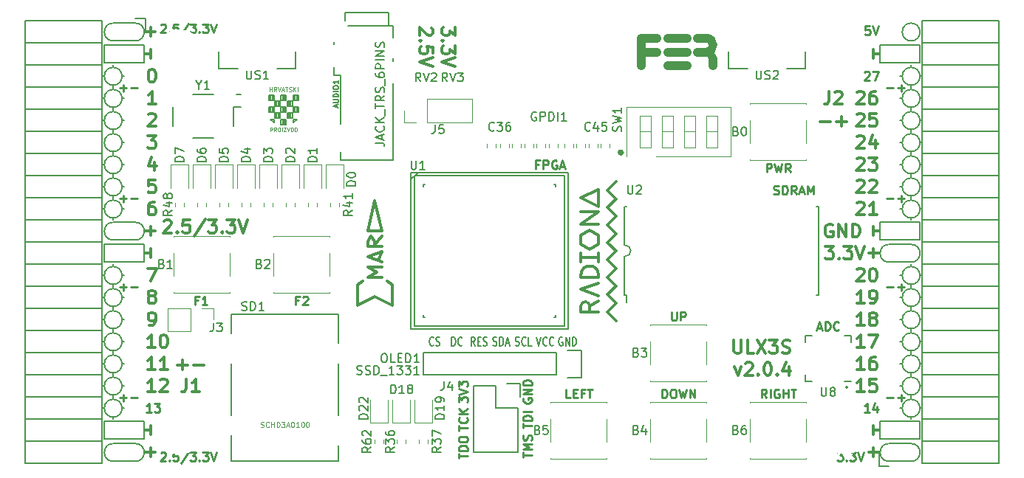
<source format=gto>
G04 #@! TF.GenerationSoftware,KiCad,Pcbnew,5.0.0-rc3+dfsg1-2*
G04 #@! TF.CreationDate,2018-07-17T15:17:26+02:00*
G04 #@! TF.ProjectId,ulx3s,756C7833732E6B696361645F70636200,rev?*
G04 #@! TF.SameCoordinates,Original*
G04 #@! TF.FileFunction,Legend,Top*
G04 #@! TF.FilePolarity,Positive*
%FSLAX46Y46*%
G04 Gerber Fmt 4.6, Leading zero omitted, Abs format (unit mm)*
G04 Created by KiCad (PCBNEW 5.0.0-rc3+dfsg1-2) date Tue Jul 17 15:17:26 2018*
%MOMM*%
%LPD*%
G01*
G04 APERTURE LIST*
%ADD10C,0.250000*%
%ADD11C,0.200000*%
%ADD12C,0.300000*%
%ADD13C,0.120000*%
%ADD14C,0.150000*%
%ADD15C,1.000000*%
%ADD16C,0.152400*%
%ADD17C,0.124460*%
%ADD18C,0.075000*%
%ADD19R,0.400000X2.000000*%
%ADD20C,2.100000*%
%ADD21R,1.220000X2.540000*%
%ADD22R,0.660000X1.000000*%
%ADD23O,1.827200X1.827200*%
%ADD24R,1.827200X1.827200*%
%ADD25C,5.600000*%
%ADD26O,0.950000X0.400000*%
%ADD27O,0.400000X0.950000*%
%ADD28R,1.775000X1.775000*%
%ADD29R,1.827200X2.132000*%
%ADD30O,1.827200X2.132000*%
%ADD31C,0.430000*%
%ADD32R,2.900000X2.100000*%
%ADD33R,2.900000X2.300000*%
%ADD34R,2.900000X2.900000*%
%ADD35C,1.800000*%
%ADD36R,0.800000X1.600000*%
%ADD37R,1.550000X1.000000*%
%ADD38R,1.550000X2.100000*%
%ADD39R,2.300000X1.900000*%
%ADD40R,1.100000X0.770000*%
%ADD41R,1.600000X1.070000*%
%ADD42R,1.800000X1.800000*%
%ADD43O,1.800000X1.800000*%
%ADD44R,1.395000X1.500000*%
%ADD45R,1.900000X2.000000*%
%ADD46R,0.500000X1.450000*%
%ADD47R,2.000000X2.000000*%
%ADD48R,2.200000X1.700000*%
%ADD49R,1.650000X1.400000*%
G04 APERTURE END LIST*
D10*
X116641666Y-93497571D02*
X116308333Y-93497571D01*
X116308333Y-94021380D02*
X116308333Y-93021380D01*
X116784523Y-93021380D01*
X117117857Y-93116619D02*
X117165476Y-93069000D01*
X117260714Y-93021380D01*
X117498809Y-93021380D01*
X117594047Y-93069000D01*
X117641666Y-93116619D01*
X117689285Y-93211857D01*
X117689285Y-93307095D01*
X117641666Y-93449952D01*
X117070238Y-94021380D01*
X117689285Y-94021380D01*
X105084666Y-93497571D02*
X104751333Y-93497571D01*
X104751333Y-94021380D02*
X104751333Y-93021380D01*
X105227523Y-93021380D01*
X106132285Y-94021380D02*
X105560857Y-94021380D01*
X105846571Y-94021380D02*
X105846571Y-93021380D01*
X105751333Y-93164238D01*
X105656095Y-93259476D01*
X105560857Y-93307095D01*
X170236666Y-104689380D02*
X169903333Y-104213190D01*
X169665238Y-104689380D02*
X169665238Y-103689380D01*
X170046190Y-103689380D01*
X170141428Y-103737000D01*
X170189047Y-103784619D01*
X170236666Y-103879857D01*
X170236666Y-104022714D01*
X170189047Y-104117952D01*
X170141428Y-104165571D01*
X170046190Y-104213190D01*
X169665238Y-104213190D01*
X170665238Y-104689380D02*
X170665238Y-103689380D01*
X171665238Y-103737000D02*
X171570000Y-103689380D01*
X171427142Y-103689380D01*
X171284285Y-103737000D01*
X171189047Y-103832238D01*
X171141428Y-103927476D01*
X171093809Y-104117952D01*
X171093809Y-104260809D01*
X171141428Y-104451285D01*
X171189047Y-104546523D01*
X171284285Y-104641761D01*
X171427142Y-104689380D01*
X171522380Y-104689380D01*
X171665238Y-104641761D01*
X171712857Y-104594142D01*
X171712857Y-104260809D01*
X171522380Y-104260809D01*
X172141428Y-104689380D02*
X172141428Y-103689380D01*
X172141428Y-104165571D02*
X172712857Y-104165571D01*
X172712857Y-104689380D02*
X172712857Y-103689380D01*
X173046190Y-103689380D02*
X173617619Y-103689380D01*
X173331904Y-104689380D02*
X173331904Y-103689380D01*
X159354285Y-94799380D02*
X159354285Y-95608904D01*
X159401904Y-95704142D01*
X159449523Y-95751761D01*
X159544761Y-95799380D01*
X159735238Y-95799380D01*
X159830476Y-95751761D01*
X159878095Y-95704142D01*
X159925714Y-95608904D01*
X159925714Y-94799380D01*
X160401904Y-95799380D02*
X160401904Y-94799380D01*
X160782857Y-94799380D01*
X160878095Y-94847000D01*
X160925714Y-94894619D01*
X160973333Y-94989857D01*
X160973333Y-95132714D01*
X160925714Y-95227952D01*
X160878095Y-95275571D01*
X160782857Y-95323190D01*
X160401904Y-95323190D01*
X158259047Y-104689380D02*
X158259047Y-103689380D01*
X158497142Y-103689380D01*
X158640000Y-103737000D01*
X158735238Y-103832238D01*
X158782857Y-103927476D01*
X158830476Y-104117952D01*
X158830476Y-104260809D01*
X158782857Y-104451285D01*
X158735238Y-104546523D01*
X158640000Y-104641761D01*
X158497142Y-104689380D01*
X158259047Y-104689380D01*
X159449523Y-103689380D02*
X159640000Y-103689380D01*
X159735238Y-103737000D01*
X159830476Y-103832238D01*
X159878095Y-104022714D01*
X159878095Y-104356047D01*
X159830476Y-104546523D01*
X159735238Y-104641761D01*
X159640000Y-104689380D01*
X159449523Y-104689380D01*
X159354285Y-104641761D01*
X159259047Y-104546523D01*
X159211428Y-104356047D01*
X159211428Y-104022714D01*
X159259047Y-103832238D01*
X159354285Y-103737000D01*
X159449523Y-103689380D01*
X160211428Y-103689380D02*
X160449523Y-104689380D01*
X160640000Y-103975095D01*
X160830476Y-104689380D01*
X161068571Y-103689380D01*
X161449523Y-104689380D02*
X161449523Y-103689380D01*
X162020952Y-104689380D01*
X162020952Y-103689380D01*
X147757619Y-104689380D02*
X147281428Y-104689380D01*
X147281428Y-103689380D01*
X148090952Y-104165571D02*
X148424285Y-104165571D01*
X148567142Y-104689380D02*
X148090952Y-104689380D01*
X148090952Y-103689380D01*
X148567142Y-103689380D01*
X149329047Y-104165571D02*
X148995714Y-104165571D01*
X148995714Y-104689380D02*
X148995714Y-103689380D01*
X149471904Y-103689380D01*
X149710000Y-103689380D02*
X150281428Y-103689380D01*
X149995714Y-104689380D02*
X149995714Y-103689380D01*
X170251666Y-78781380D02*
X170251666Y-77781380D01*
X170632619Y-77781380D01*
X170727857Y-77829000D01*
X170775476Y-77876619D01*
X170823095Y-77971857D01*
X170823095Y-78114714D01*
X170775476Y-78209952D01*
X170727857Y-78257571D01*
X170632619Y-78305190D01*
X170251666Y-78305190D01*
X171156428Y-77781380D02*
X171394523Y-78781380D01*
X171585000Y-78067095D01*
X171775476Y-78781380D01*
X172013571Y-77781380D01*
X172965952Y-78781380D02*
X172632619Y-78305190D01*
X172394523Y-78781380D02*
X172394523Y-77781380D01*
X172775476Y-77781380D01*
X172870714Y-77829000D01*
X172918333Y-77876619D01*
X172965952Y-77971857D01*
X172965952Y-78114714D01*
X172918333Y-78209952D01*
X172870714Y-78257571D01*
X172775476Y-78305190D01*
X172394523Y-78305190D01*
D11*
X179586000Y-103475000D02*
G75*
G03X179586000Y-103475000I-127000J0D01*
G01*
D12*
X134560428Y-62144714D02*
X134560428Y-63073285D01*
X133989000Y-62573285D01*
X133989000Y-62787571D01*
X133917571Y-62930428D01*
X133846142Y-63001857D01*
X133703285Y-63073285D01*
X133346142Y-63073285D01*
X133203285Y-63001857D01*
X133131857Y-62930428D01*
X133060428Y-62787571D01*
X133060428Y-62359000D01*
X133131857Y-62216142D01*
X133203285Y-62144714D01*
X133203285Y-63716142D02*
X133131857Y-63787571D01*
X133060428Y-63716142D01*
X133131857Y-63644714D01*
X133203285Y-63716142D01*
X133060428Y-63716142D01*
X134560428Y-64287571D02*
X134560428Y-65216142D01*
X133989000Y-64716142D01*
X133989000Y-64930428D01*
X133917571Y-65073285D01*
X133846142Y-65144714D01*
X133703285Y-65216142D01*
X133346142Y-65216142D01*
X133203285Y-65144714D01*
X133131857Y-65073285D01*
X133060428Y-64930428D01*
X133060428Y-64501857D01*
X133131857Y-64359000D01*
X133203285Y-64287571D01*
X134560428Y-65644714D02*
X133060428Y-66144714D01*
X134560428Y-66644714D01*
X131877571Y-62216142D02*
X131949000Y-62287571D01*
X132020428Y-62430428D01*
X132020428Y-62787571D01*
X131949000Y-62930428D01*
X131877571Y-63001857D01*
X131734714Y-63073285D01*
X131591857Y-63073285D01*
X131377571Y-63001857D01*
X130520428Y-62144714D01*
X130520428Y-63073285D01*
X130663285Y-63716142D02*
X130591857Y-63787571D01*
X130520428Y-63716142D01*
X130591857Y-63644714D01*
X130663285Y-63716142D01*
X130520428Y-63716142D01*
X132020428Y-65144714D02*
X132020428Y-64430428D01*
X131306142Y-64359000D01*
X131377571Y-64430428D01*
X131449000Y-64573285D01*
X131449000Y-64930428D01*
X131377571Y-65073285D01*
X131306142Y-65144714D01*
X131163285Y-65216142D01*
X130806142Y-65216142D01*
X130663285Y-65144714D01*
X130591857Y-65073285D01*
X130520428Y-64930428D01*
X130520428Y-64573285D01*
X130591857Y-64430428D01*
X130663285Y-64359000D01*
X132020428Y-65644714D02*
X130520428Y-66144714D01*
X132020428Y-66644714D01*
X102760000Y-100897142D02*
X103902857Y-100897142D01*
X103331428Y-101468571D02*
X103331428Y-100325714D01*
X104617142Y-100897142D02*
X105760000Y-100897142D01*
X166592714Y-101121571D02*
X166949857Y-102121571D01*
X167307000Y-101121571D01*
X167807000Y-100764428D02*
X167878428Y-100693000D01*
X168021285Y-100621571D01*
X168378428Y-100621571D01*
X168521285Y-100693000D01*
X168592714Y-100764428D01*
X168664142Y-100907285D01*
X168664142Y-101050142D01*
X168592714Y-101264428D01*
X167735571Y-102121571D01*
X168664142Y-102121571D01*
X169307000Y-101978714D02*
X169378428Y-102050142D01*
X169307000Y-102121571D01*
X169235571Y-102050142D01*
X169307000Y-101978714D01*
X169307000Y-102121571D01*
X170307000Y-100621571D02*
X170449857Y-100621571D01*
X170592714Y-100693000D01*
X170664142Y-100764428D01*
X170735571Y-100907285D01*
X170807000Y-101193000D01*
X170807000Y-101550142D01*
X170735571Y-101835857D01*
X170664142Y-101978714D01*
X170592714Y-102050142D01*
X170449857Y-102121571D01*
X170307000Y-102121571D01*
X170164142Y-102050142D01*
X170092714Y-101978714D01*
X170021285Y-101835857D01*
X169949857Y-101550142D01*
X169949857Y-101193000D01*
X170021285Y-100907285D01*
X170092714Y-100764428D01*
X170164142Y-100693000D01*
X170307000Y-100621571D01*
X171449857Y-101978714D02*
X171521285Y-102050142D01*
X171449857Y-102121571D01*
X171378428Y-102050142D01*
X171449857Y-101978714D01*
X171449857Y-102121571D01*
X172807000Y-101121571D02*
X172807000Y-102121571D01*
X172449857Y-100550142D02*
X172092714Y-101621571D01*
X173021285Y-101621571D01*
X182492000Y-87582000D02*
X182492000Y-88598000D01*
X181984000Y-88090000D02*
X183254000Y-88090000D01*
X182492000Y-110442000D02*
X182492000Y-111458000D01*
X183254000Y-110950000D02*
X181984000Y-110950000D01*
X99688000Y-110442000D02*
X99688000Y-111458000D01*
X98926000Y-110950000D02*
X100196000Y-110950000D01*
X99688000Y-62182000D02*
X99688000Y-63198000D01*
X98926000Y-62690000D02*
X100196000Y-62690000D01*
X99688000Y-85042000D02*
X99688000Y-86058000D01*
X98926000Y-85550000D02*
X100196000Y-85550000D01*
D11*
X97910000Y-63706000D02*
G75*
G03X97910000Y-61674000I0J1016000D01*
G01*
X184270000Y-109934000D02*
G75*
G03X184270000Y-111966000I0J-1016000D01*
G01*
X95370000Y-111966000D02*
X97910000Y-111966000D01*
X95370000Y-109934000D02*
X97910000Y-109934000D01*
X97910000Y-111966000D02*
G75*
G03X97910000Y-109934000I0J1016000D01*
G01*
X95370000Y-109934000D02*
G75*
G03X95370000Y-111966000I0J-1016000D01*
G01*
X95370000Y-61674000D02*
X97910000Y-61674000D01*
X95370000Y-63706000D02*
X97910000Y-63706000D01*
X95370000Y-61674000D02*
G75*
G03X95370000Y-63706000I0J-1016000D01*
G01*
X95370000Y-84534000D02*
X97910000Y-84534000D01*
X95370000Y-86566000D02*
X97910000Y-86566000D01*
X95370000Y-84534000D02*
G75*
G03X95370000Y-86566000I0J-1016000D01*
G01*
X97910000Y-86566000D02*
G75*
G03X97910000Y-84534000I0J1016000D01*
G01*
X187826000Y-62690000D02*
G75*
G03X187826000Y-62690000I-1016000J0D01*
G01*
X184270000Y-89106000D02*
X186810000Y-89106000D01*
X184270000Y-87074000D02*
X186810000Y-87074000D01*
X184270000Y-87074000D02*
G75*
G03X184270000Y-89106000I0J-1016000D01*
G01*
X186810000Y-89106000D02*
G75*
G03X186810000Y-87074000I0J1016000D01*
G01*
X186810000Y-111966000D02*
X184270000Y-111966000D01*
X186810000Y-109934000D02*
X184270000Y-109934000D01*
X186810000Y-111966000D02*
G75*
G03X186810000Y-109934000I0J1016000D01*
G01*
X94354000Y-66246000D02*
X94354000Y-64214000D01*
X98926000Y-66246000D02*
X94354000Y-66246000D01*
X98926000Y-64214000D02*
X98926000Y-66246000D01*
X94354000Y-64214000D02*
X98926000Y-64214000D01*
X94354000Y-87074000D02*
X98926000Y-87074000D01*
X94354000Y-89106000D02*
X94354000Y-87074000D01*
X98926000Y-89106000D02*
X94354000Y-89106000D01*
X98926000Y-87074000D02*
X98926000Y-89106000D01*
X94354000Y-109426000D02*
X98926000Y-109426000D01*
X94354000Y-107394000D02*
X94354000Y-109426000D01*
X98926000Y-107394000D02*
X94354000Y-107394000D01*
X98926000Y-109426000D02*
X98926000Y-107394000D01*
X183254000Y-109426000D02*
X187826000Y-109426000D01*
X183254000Y-107394000D02*
X183254000Y-109426000D01*
X187826000Y-107394000D02*
X187826000Y-109426000D01*
X183254000Y-107394000D02*
X187826000Y-107394000D01*
X183254000Y-66246000D02*
X187826000Y-66246000D01*
X183254000Y-64214000D02*
X183254000Y-66246000D01*
X187826000Y-64214000D02*
X183254000Y-64214000D01*
X187826000Y-66246000D02*
X187826000Y-64214000D01*
X183254000Y-84534000D02*
X187826000Y-84534000D01*
X183254000Y-86566000D02*
X183254000Y-84534000D01*
X187826000Y-86566000D02*
X183254000Y-86566000D01*
X187826000Y-84534000D02*
X187826000Y-86566000D01*
D10*
X96148000Y-69111428D02*
X96909904Y-69111428D01*
X96528952Y-69492380D02*
X96528952Y-68730476D01*
X97386095Y-69111428D02*
X98148000Y-69111428D01*
X96148000Y-81811428D02*
X96909904Y-81811428D01*
X96528952Y-82192380D02*
X96528952Y-81430476D01*
X97386095Y-81811428D02*
X98148000Y-81811428D01*
X96148000Y-91971428D02*
X96909904Y-91971428D01*
X96528952Y-92352380D02*
X96528952Y-91590476D01*
X97386095Y-91971428D02*
X98148000Y-91971428D01*
X96148000Y-104671428D02*
X96909904Y-104671428D01*
X96528952Y-105052380D02*
X96528952Y-104290476D01*
X97386095Y-104671428D02*
X98148000Y-104671428D01*
X184032000Y-104671428D02*
X184793904Y-104671428D01*
X185270095Y-104671428D02*
X186032000Y-104671428D01*
X185651047Y-105052380D02*
X185651047Y-104290476D01*
X184032000Y-91971428D02*
X184793904Y-91971428D01*
X185270095Y-91971428D02*
X186032000Y-91971428D01*
X185651047Y-92352380D02*
X185651047Y-91590476D01*
X184032000Y-81811428D02*
X184793904Y-81811428D01*
X185270095Y-81811428D02*
X186032000Y-81811428D01*
X185651047Y-82192380D02*
X185651047Y-81430476D01*
X184032000Y-69111428D02*
X184793904Y-69111428D01*
X185270095Y-69111428D02*
X186032000Y-69111428D01*
X185651047Y-69492380D02*
X185651047Y-68730476D01*
D12*
X176420000Y-72957142D02*
X177562857Y-72957142D01*
X178277142Y-72957142D02*
X179420000Y-72957142D01*
X178848571Y-73528571D02*
X178848571Y-72385714D01*
D11*
X187826000Y-67770000D02*
G75*
G03X187826000Y-67770000I-1016000J0D01*
G01*
X187826000Y-70310000D02*
G75*
G03X187826000Y-70310000I-1016000J0D01*
G01*
X187826000Y-72850000D02*
G75*
G03X187826000Y-72850000I-1016000J0D01*
G01*
X187826000Y-75390000D02*
G75*
G03X187826000Y-75390000I-1016000J0D01*
G01*
X187826000Y-77930000D02*
G75*
G03X187826000Y-77930000I-1016000J0D01*
G01*
X187826000Y-80470000D02*
G75*
G03X187826000Y-80470000I-1016000J0D01*
G01*
X187826000Y-83010000D02*
G75*
G03X187826000Y-83010000I-1016000J0D01*
G01*
X187826000Y-90630000D02*
G75*
G03X187826000Y-90630000I-1016000J0D01*
G01*
X187826000Y-93170000D02*
G75*
G03X187826000Y-93170000I-1016000J0D01*
G01*
X187826000Y-95710000D02*
G75*
G03X187826000Y-95710000I-1016000J0D01*
G01*
X187826000Y-98250000D02*
G75*
G03X187826000Y-98250000I-1016000J0D01*
G01*
X187826000Y-100790000D02*
G75*
G03X187826000Y-100790000I-1016000J0D01*
G01*
X187826000Y-103330000D02*
G75*
G03X187826000Y-103330000I-1016000J0D01*
G01*
X187826000Y-105870000D02*
G75*
G03X187826000Y-105870000I-1016000J0D01*
G01*
X96386000Y-105870000D02*
G75*
G03X96386000Y-105870000I-1016000J0D01*
G01*
X96386000Y-103330000D02*
G75*
G03X96386000Y-103330000I-1016000J0D01*
G01*
X96386000Y-100790000D02*
G75*
G03X96386000Y-100790000I-1016000J0D01*
G01*
X96386000Y-98250000D02*
G75*
G03X96386000Y-98250000I-1016000J0D01*
G01*
X96386000Y-95710000D02*
G75*
G03X96386000Y-95710000I-1016000J0D01*
G01*
X96386000Y-93170000D02*
G75*
G03X96386000Y-93170000I-1016000J0D01*
G01*
X96386000Y-90630000D02*
G75*
G03X96386000Y-90630000I-1016000J0D01*
G01*
X96386000Y-83010000D02*
G75*
G03X96386000Y-83010000I-1016000J0D01*
G01*
X96386000Y-80470000D02*
G75*
G03X96386000Y-80470000I-1016000J0D01*
G01*
X96386000Y-77930000D02*
G75*
G03X96386000Y-77930000I-1016000J0D01*
G01*
X96386000Y-75390000D02*
G75*
G03X96386000Y-75390000I-1016000J0D01*
G01*
X96386000Y-72850000D02*
G75*
G03X96386000Y-72850000I-1016000J0D01*
G01*
X96386000Y-70310000D02*
G75*
G03X96386000Y-70310000I-1016000J0D01*
G01*
X96386000Y-67770000D02*
G75*
G03X96386000Y-67770000I-1016000J0D01*
G01*
D12*
X177793142Y-84800000D02*
X177650285Y-84728571D01*
X177436000Y-84728571D01*
X177221714Y-84800000D01*
X177078857Y-84942857D01*
X177007428Y-85085714D01*
X176936000Y-85371428D01*
X176936000Y-85585714D01*
X177007428Y-85871428D01*
X177078857Y-86014285D01*
X177221714Y-86157142D01*
X177436000Y-86228571D01*
X177578857Y-86228571D01*
X177793142Y-86157142D01*
X177864571Y-86085714D01*
X177864571Y-85585714D01*
X177578857Y-85585714D01*
X178507428Y-86228571D02*
X178507428Y-84728571D01*
X179364571Y-86228571D01*
X179364571Y-84728571D01*
X180078857Y-86228571D02*
X180078857Y-84728571D01*
X180436000Y-84728571D01*
X180650285Y-84800000D01*
X180793142Y-84942857D01*
X180864571Y-85085714D01*
X180936000Y-85371428D01*
X180936000Y-85585714D01*
X180864571Y-85871428D01*
X180793142Y-86014285D01*
X180650285Y-86157142D01*
X180436000Y-86228571D01*
X180078857Y-86228571D01*
X182492000Y-86058000D02*
X182492000Y-85042000D01*
X183254000Y-85550000D02*
X182492000Y-85550000D01*
X182492000Y-107902000D02*
X182492000Y-108918000D01*
X182492000Y-108410000D02*
X183254000Y-108410000D01*
D10*
X182047523Y-106322380D02*
X181476095Y-106322380D01*
X181761809Y-106322380D02*
X181761809Y-105322380D01*
X181666571Y-105465238D01*
X181571333Y-105560476D01*
X181476095Y-105608095D01*
X182904666Y-105655714D02*
X182904666Y-106322380D01*
X182666571Y-105274761D02*
X182428476Y-105989047D01*
X183047523Y-105989047D01*
X181476095Y-67317619D02*
X181523714Y-67270000D01*
X181618952Y-67222380D01*
X181857047Y-67222380D01*
X181952285Y-67270000D01*
X181999904Y-67317619D01*
X182047523Y-67412857D01*
X182047523Y-67508095D01*
X181999904Y-67650952D01*
X181428476Y-68222380D01*
X182047523Y-68222380D01*
X182380857Y-67222380D02*
X183047523Y-67222380D01*
X182618952Y-68222380D01*
D12*
X182492000Y-64722000D02*
X182492000Y-65738000D01*
X182492000Y-65230000D02*
X183254000Y-65230000D01*
X99688000Y-107902000D02*
X99688000Y-108918000D01*
X98926000Y-108410000D02*
X99688000Y-108410000D01*
X99315000Y-74568571D02*
X100243571Y-74568571D01*
X99743571Y-75140000D01*
X99957857Y-75140000D01*
X100100714Y-75211428D01*
X100172142Y-75282857D01*
X100243571Y-75425714D01*
X100243571Y-75782857D01*
X100172142Y-75925714D01*
X100100714Y-75997142D01*
X99957857Y-76068571D01*
X99529285Y-76068571D01*
X99386428Y-75997142D01*
X99315000Y-75925714D01*
X100100714Y-77608571D02*
X100100714Y-78608571D01*
X99743571Y-77037142D02*
X99386428Y-78108571D01*
X100315000Y-78108571D01*
X100172142Y-79648571D02*
X99457857Y-79648571D01*
X99386428Y-80362857D01*
X99457857Y-80291428D01*
X99600714Y-80220000D01*
X99957857Y-80220000D01*
X100100714Y-80291428D01*
X100172142Y-80362857D01*
X100243571Y-80505714D01*
X100243571Y-80862857D01*
X100172142Y-81005714D01*
X100100714Y-81077142D01*
X99957857Y-81148571D01*
X99600714Y-81148571D01*
X99457857Y-81077142D01*
X99386428Y-81005714D01*
D10*
X99751523Y-106322380D02*
X99180095Y-106322380D01*
X99465809Y-106322380D02*
X99465809Y-105322380D01*
X99370571Y-105465238D01*
X99275333Y-105560476D01*
X99180095Y-105608095D01*
X100084857Y-105322380D02*
X100703904Y-105322380D01*
X100370571Y-105703333D01*
X100513428Y-105703333D01*
X100608666Y-105750952D01*
X100656285Y-105798571D01*
X100703904Y-105893809D01*
X100703904Y-106131904D01*
X100656285Y-106227142D01*
X100608666Y-106274761D01*
X100513428Y-106322380D01*
X100227714Y-106322380D01*
X100132476Y-106274761D01*
X100084857Y-106227142D01*
D12*
X99315000Y-89808571D02*
X100315000Y-89808571D01*
X99672142Y-91308571D01*
X99688000Y-87582000D02*
X99688000Y-88598000D01*
X98926000Y-88090000D02*
X99688000Y-88090000D01*
X99688000Y-64722000D02*
X99688000Y-65738000D01*
X98926000Y-65230000D02*
X99688000Y-65230000D01*
D10*
X100817976Y-61874619D02*
X100865595Y-61827000D01*
X100960833Y-61779380D01*
X101198928Y-61779380D01*
X101294166Y-61827000D01*
X101341785Y-61874619D01*
X101389404Y-61969857D01*
X101389404Y-62065095D01*
X101341785Y-62207952D01*
X100770357Y-62779380D01*
X101389404Y-62779380D01*
X101817976Y-62684142D02*
X101865595Y-62731761D01*
X101817976Y-62779380D01*
X101770357Y-62731761D01*
X101817976Y-62684142D01*
X101817976Y-62779380D01*
X102770357Y-61779380D02*
X102294166Y-61779380D01*
X102246547Y-62255571D01*
X102294166Y-62207952D01*
X102389404Y-62160333D01*
X102627500Y-62160333D01*
X102722738Y-62207952D01*
X102770357Y-62255571D01*
X102817976Y-62350809D01*
X102817976Y-62588904D01*
X102770357Y-62684142D01*
X102722738Y-62731761D01*
X102627500Y-62779380D01*
X102389404Y-62779380D01*
X102294166Y-62731761D01*
X102246547Y-62684142D01*
X103960833Y-61731761D02*
X103103690Y-63017476D01*
X104198928Y-61779380D02*
X104817976Y-61779380D01*
X104484642Y-62160333D01*
X104627500Y-62160333D01*
X104722738Y-62207952D01*
X104770357Y-62255571D01*
X104817976Y-62350809D01*
X104817976Y-62588904D01*
X104770357Y-62684142D01*
X104722738Y-62731761D01*
X104627500Y-62779380D01*
X104341785Y-62779380D01*
X104246547Y-62731761D01*
X104198928Y-62684142D01*
X105246547Y-62684142D02*
X105294166Y-62731761D01*
X105246547Y-62779380D01*
X105198928Y-62731761D01*
X105246547Y-62684142D01*
X105246547Y-62779380D01*
X105627500Y-61779380D02*
X106246547Y-61779380D01*
X105913214Y-62160333D01*
X106056071Y-62160333D01*
X106151309Y-62207952D01*
X106198928Y-62255571D01*
X106246547Y-62350809D01*
X106246547Y-62588904D01*
X106198928Y-62684142D01*
X106151309Y-62731761D01*
X106056071Y-62779380D01*
X105770357Y-62779380D01*
X105675119Y-62731761D01*
X105627500Y-62684142D01*
X106532261Y-61779380D02*
X106865595Y-62779380D01*
X107198928Y-61779380D01*
X178360261Y-110910380D02*
X178979309Y-110910380D01*
X178645976Y-111291333D01*
X178788833Y-111291333D01*
X178884071Y-111338952D01*
X178931690Y-111386571D01*
X178979309Y-111481809D01*
X178979309Y-111719904D01*
X178931690Y-111815142D01*
X178884071Y-111862761D01*
X178788833Y-111910380D01*
X178503119Y-111910380D01*
X178407880Y-111862761D01*
X178360261Y-111815142D01*
X179407880Y-111815142D02*
X179455500Y-111862761D01*
X179407880Y-111910380D01*
X179360261Y-111862761D01*
X179407880Y-111815142D01*
X179407880Y-111910380D01*
X179788833Y-110910380D02*
X180407880Y-110910380D01*
X180074547Y-111291333D01*
X180217404Y-111291333D01*
X180312642Y-111338952D01*
X180360261Y-111386571D01*
X180407880Y-111481809D01*
X180407880Y-111719904D01*
X180360261Y-111815142D01*
X180312642Y-111862761D01*
X180217404Y-111910380D01*
X179931690Y-111910380D01*
X179836452Y-111862761D01*
X179788833Y-111815142D01*
X180693595Y-110910380D02*
X181026928Y-111910380D01*
X181360261Y-110910380D01*
D12*
X101199714Y-84381428D02*
X101271142Y-84310000D01*
X101414000Y-84238571D01*
X101771142Y-84238571D01*
X101914000Y-84310000D01*
X101985428Y-84381428D01*
X102056857Y-84524285D01*
X102056857Y-84667142D01*
X101985428Y-84881428D01*
X101128285Y-85738571D01*
X102056857Y-85738571D01*
X102699714Y-85595714D02*
X102771142Y-85667142D01*
X102699714Y-85738571D01*
X102628285Y-85667142D01*
X102699714Y-85595714D01*
X102699714Y-85738571D01*
X104128285Y-84238571D02*
X103414000Y-84238571D01*
X103342571Y-84952857D01*
X103414000Y-84881428D01*
X103556857Y-84810000D01*
X103914000Y-84810000D01*
X104056857Y-84881428D01*
X104128285Y-84952857D01*
X104199714Y-85095714D01*
X104199714Y-85452857D01*
X104128285Y-85595714D01*
X104056857Y-85667142D01*
X103914000Y-85738571D01*
X103556857Y-85738571D01*
X103414000Y-85667142D01*
X103342571Y-85595714D01*
X105914000Y-84167142D02*
X104628285Y-86095714D01*
X106271142Y-84238571D02*
X107199714Y-84238571D01*
X106699714Y-84810000D01*
X106914000Y-84810000D01*
X107056857Y-84881428D01*
X107128285Y-84952857D01*
X107199714Y-85095714D01*
X107199714Y-85452857D01*
X107128285Y-85595714D01*
X107056857Y-85667142D01*
X106914000Y-85738571D01*
X106485428Y-85738571D01*
X106342571Y-85667142D01*
X106271142Y-85595714D01*
X107842571Y-85595714D02*
X107914000Y-85667142D01*
X107842571Y-85738571D01*
X107771142Y-85667142D01*
X107842571Y-85595714D01*
X107842571Y-85738571D01*
X108414000Y-84238571D02*
X109342571Y-84238571D01*
X108842571Y-84810000D01*
X109056857Y-84810000D01*
X109199714Y-84881428D01*
X109271142Y-84952857D01*
X109342571Y-85095714D01*
X109342571Y-85452857D01*
X109271142Y-85595714D01*
X109199714Y-85667142D01*
X109056857Y-85738571D01*
X108628285Y-85738571D01*
X108485428Y-85667142D01*
X108414000Y-85595714D01*
X109771142Y-84238571D02*
X110271142Y-85738571D01*
X110771142Y-84238571D01*
D10*
X100817976Y-111023619D02*
X100865595Y-110976000D01*
X100960833Y-110928380D01*
X101198928Y-110928380D01*
X101294166Y-110976000D01*
X101341785Y-111023619D01*
X101389404Y-111118857D01*
X101389404Y-111214095D01*
X101341785Y-111356952D01*
X100770357Y-111928380D01*
X101389404Y-111928380D01*
X101817976Y-111833142D02*
X101865595Y-111880761D01*
X101817976Y-111928380D01*
X101770357Y-111880761D01*
X101817976Y-111833142D01*
X101817976Y-111928380D01*
X102770357Y-110928380D02*
X102294166Y-110928380D01*
X102246547Y-111404571D01*
X102294166Y-111356952D01*
X102389404Y-111309333D01*
X102627500Y-111309333D01*
X102722738Y-111356952D01*
X102770357Y-111404571D01*
X102817976Y-111499809D01*
X102817976Y-111737904D01*
X102770357Y-111833142D01*
X102722738Y-111880761D01*
X102627500Y-111928380D01*
X102389404Y-111928380D01*
X102294166Y-111880761D01*
X102246547Y-111833142D01*
X103960833Y-110880761D02*
X103103690Y-112166476D01*
X104198928Y-110928380D02*
X104817976Y-110928380D01*
X104484642Y-111309333D01*
X104627500Y-111309333D01*
X104722738Y-111356952D01*
X104770357Y-111404571D01*
X104817976Y-111499809D01*
X104817976Y-111737904D01*
X104770357Y-111833142D01*
X104722738Y-111880761D01*
X104627500Y-111928380D01*
X104341785Y-111928380D01*
X104246547Y-111880761D01*
X104198928Y-111833142D01*
X105246547Y-111833142D02*
X105294166Y-111880761D01*
X105246547Y-111928380D01*
X105198928Y-111880761D01*
X105246547Y-111833142D01*
X105246547Y-111928380D01*
X105627500Y-110928380D02*
X106246547Y-110928380D01*
X105913214Y-111309333D01*
X106056071Y-111309333D01*
X106151309Y-111356952D01*
X106198928Y-111404571D01*
X106246547Y-111499809D01*
X106246547Y-111737904D01*
X106198928Y-111833142D01*
X106151309Y-111880761D01*
X106056071Y-111928380D01*
X105770357Y-111928380D01*
X105675119Y-111880761D01*
X105627500Y-111833142D01*
X106532261Y-110928380D02*
X106865595Y-111928380D01*
X107198928Y-110928380D01*
X182047523Y-62015380D02*
X181571333Y-62015380D01*
X181523714Y-62491571D01*
X181571333Y-62443952D01*
X181666571Y-62396333D01*
X181904666Y-62396333D01*
X181999904Y-62443952D01*
X182047523Y-62491571D01*
X182095142Y-62586809D01*
X182095142Y-62824904D01*
X182047523Y-62920142D01*
X181999904Y-62967761D01*
X181904666Y-63015380D01*
X181666571Y-63015380D01*
X181571333Y-62967761D01*
X181523714Y-62920142D01*
X182380857Y-62015380D02*
X182714190Y-63015380D01*
X183047523Y-62015380D01*
D12*
X180587142Y-69631428D02*
X180658571Y-69560000D01*
X180801428Y-69488571D01*
X181158571Y-69488571D01*
X181301428Y-69560000D01*
X181372857Y-69631428D01*
X181444285Y-69774285D01*
X181444285Y-69917142D01*
X181372857Y-70131428D01*
X180515714Y-70988571D01*
X181444285Y-70988571D01*
X182730000Y-69488571D02*
X182444285Y-69488571D01*
X182301428Y-69560000D01*
X182230000Y-69631428D01*
X182087142Y-69845714D01*
X182015714Y-70131428D01*
X182015714Y-70702857D01*
X182087142Y-70845714D01*
X182158571Y-70917142D01*
X182301428Y-70988571D01*
X182587142Y-70988571D01*
X182730000Y-70917142D01*
X182801428Y-70845714D01*
X182872857Y-70702857D01*
X182872857Y-70345714D01*
X182801428Y-70202857D01*
X182730000Y-70131428D01*
X182587142Y-70060000D01*
X182301428Y-70060000D01*
X182158571Y-70131428D01*
X182087142Y-70202857D01*
X182015714Y-70345714D01*
X180587142Y-72171428D02*
X180658571Y-72100000D01*
X180801428Y-72028571D01*
X181158571Y-72028571D01*
X181301428Y-72100000D01*
X181372857Y-72171428D01*
X181444285Y-72314285D01*
X181444285Y-72457142D01*
X181372857Y-72671428D01*
X180515714Y-73528571D01*
X181444285Y-73528571D01*
X182801428Y-72028571D02*
X182087142Y-72028571D01*
X182015714Y-72742857D01*
X182087142Y-72671428D01*
X182230000Y-72600000D01*
X182587142Y-72600000D01*
X182730000Y-72671428D01*
X182801428Y-72742857D01*
X182872857Y-72885714D01*
X182872857Y-73242857D01*
X182801428Y-73385714D01*
X182730000Y-73457142D01*
X182587142Y-73528571D01*
X182230000Y-73528571D01*
X182087142Y-73457142D01*
X182015714Y-73385714D01*
X180587142Y-74711428D02*
X180658571Y-74640000D01*
X180801428Y-74568571D01*
X181158571Y-74568571D01*
X181301428Y-74640000D01*
X181372857Y-74711428D01*
X181444285Y-74854285D01*
X181444285Y-74997142D01*
X181372857Y-75211428D01*
X180515714Y-76068571D01*
X181444285Y-76068571D01*
X182730000Y-75068571D02*
X182730000Y-76068571D01*
X182372857Y-74497142D02*
X182015714Y-75568571D01*
X182944285Y-75568571D01*
X180587142Y-77251428D02*
X180658571Y-77180000D01*
X180801428Y-77108571D01*
X181158571Y-77108571D01*
X181301428Y-77180000D01*
X181372857Y-77251428D01*
X181444285Y-77394285D01*
X181444285Y-77537142D01*
X181372857Y-77751428D01*
X180515714Y-78608571D01*
X181444285Y-78608571D01*
X181944285Y-77108571D02*
X182872857Y-77108571D01*
X182372857Y-77680000D01*
X182587142Y-77680000D01*
X182730000Y-77751428D01*
X182801428Y-77822857D01*
X182872857Y-77965714D01*
X182872857Y-78322857D01*
X182801428Y-78465714D01*
X182730000Y-78537142D01*
X182587142Y-78608571D01*
X182158571Y-78608571D01*
X182015714Y-78537142D01*
X181944285Y-78465714D01*
X180587142Y-79791428D02*
X180658571Y-79720000D01*
X180801428Y-79648571D01*
X181158571Y-79648571D01*
X181301428Y-79720000D01*
X181372857Y-79791428D01*
X181444285Y-79934285D01*
X181444285Y-80077142D01*
X181372857Y-80291428D01*
X180515714Y-81148571D01*
X181444285Y-81148571D01*
X182015714Y-79791428D02*
X182087142Y-79720000D01*
X182230000Y-79648571D01*
X182587142Y-79648571D01*
X182730000Y-79720000D01*
X182801428Y-79791428D01*
X182872857Y-79934285D01*
X182872857Y-80077142D01*
X182801428Y-80291428D01*
X181944285Y-81148571D01*
X182872857Y-81148571D01*
X180587142Y-82331428D02*
X180658571Y-82260000D01*
X180801428Y-82188571D01*
X181158571Y-82188571D01*
X181301428Y-82260000D01*
X181372857Y-82331428D01*
X181444285Y-82474285D01*
X181444285Y-82617142D01*
X181372857Y-82831428D01*
X180515714Y-83688571D01*
X181444285Y-83688571D01*
X182872857Y-83688571D02*
X182015714Y-83688571D01*
X182444285Y-83688571D02*
X182444285Y-82188571D01*
X182301428Y-82402857D01*
X182158571Y-82545714D01*
X182015714Y-82617142D01*
X176975714Y-87268571D02*
X177904285Y-87268571D01*
X177404285Y-87840000D01*
X177618571Y-87840000D01*
X177761428Y-87911428D01*
X177832857Y-87982857D01*
X177904285Y-88125714D01*
X177904285Y-88482857D01*
X177832857Y-88625714D01*
X177761428Y-88697142D01*
X177618571Y-88768571D01*
X177190000Y-88768571D01*
X177047142Y-88697142D01*
X176975714Y-88625714D01*
X178547142Y-88625714D02*
X178618571Y-88697142D01*
X178547142Y-88768571D01*
X178475714Y-88697142D01*
X178547142Y-88625714D01*
X178547142Y-88768571D01*
X179118571Y-87268571D02*
X180047142Y-87268571D01*
X179547142Y-87840000D01*
X179761428Y-87840000D01*
X179904285Y-87911428D01*
X179975714Y-87982857D01*
X180047142Y-88125714D01*
X180047142Y-88482857D01*
X179975714Y-88625714D01*
X179904285Y-88697142D01*
X179761428Y-88768571D01*
X179332857Y-88768571D01*
X179190000Y-88697142D01*
X179118571Y-88625714D01*
X180475714Y-87268571D02*
X180975714Y-88768571D01*
X181475714Y-87268571D01*
X180587142Y-89951428D02*
X180658571Y-89880000D01*
X180801428Y-89808571D01*
X181158571Y-89808571D01*
X181301428Y-89880000D01*
X181372857Y-89951428D01*
X181444285Y-90094285D01*
X181444285Y-90237142D01*
X181372857Y-90451428D01*
X180515714Y-91308571D01*
X181444285Y-91308571D01*
X182372857Y-89808571D02*
X182515714Y-89808571D01*
X182658571Y-89880000D01*
X182730000Y-89951428D01*
X182801428Y-90094285D01*
X182872857Y-90380000D01*
X182872857Y-90737142D01*
X182801428Y-91022857D01*
X182730000Y-91165714D01*
X182658571Y-91237142D01*
X182515714Y-91308571D01*
X182372857Y-91308571D01*
X182230000Y-91237142D01*
X182158571Y-91165714D01*
X182087142Y-91022857D01*
X182015714Y-90737142D01*
X182015714Y-90380000D01*
X182087142Y-90094285D01*
X182158571Y-89951428D01*
X182230000Y-89880000D01*
X182372857Y-89808571D01*
X181444285Y-93848571D02*
X180587142Y-93848571D01*
X181015714Y-93848571D02*
X181015714Y-92348571D01*
X180872857Y-92562857D01*
X180730000Y-92705714D01*
X180587142Y-92777142D01*
X182158571Y-93848571D02*
X182444285Y-93848571D01*
X182587142Y-93777142D01*
X182658571Y-93705714D01*
X182801428Y-93491428D01*
X182872857Y-93205714D01*
X182872857Y-92634285D01*
X182801428Y-92491428D01*
X182730000Y-92420000D01*
X182587142Y-92348571D01*
X182301428Y-92348571D01*
X182158571Y-92420000D01*
X182087142Y-92491428D01*
X182015714Y-92634285D01*
X182015714Y-92991428D01*
X182087142Y-93134285D01*
X182158571Y-93205714D01*
X182301428Y-93277142D01*
X182587142Y-93277142D01*
X182730000Y-93205714D01*
X182801428Y-93134285D01*
X182872857Y-92991428D01*
X181444285Y-96388571D02*
X180587142Y-96388571D01*
X181015714Y-96388571D02*
X181015714Y-94888571D01*
X180872857Y-95102857D01*
X180730000Y-95245714D01*
X180587142Y-95317142D01*
X182301428Y-95531428D02*
X182158571Y-95460000D01*
X182087142Y-95388571D01*
X182015714Y-95245714D01*
X182015714Y-95174285D01*
X182087142Y-95031428D01*
X182158571Y-94960000D01*
X182301428Y-94888571D01*
X182587142Y-94888571D01*
X182730000Y-94960000D01*
X182801428Y-95031428D01*
X182872857Y-95174285D01*
X182872857Y-95245714D01*
X182801428Y-95388571D01*
X182730000Y-95460000D01*
X182587142Y-95531428D01*
X182301428Y-95531428D01*
X182158571Y-95602857D01*
X182087142Y-95674285D01*
X182015714Y-95817142D01*
X182015714Y-96102857D01*
X182087142Y-96245714D01*
X182158571Y-96317142D01*
X182301428Y-96388571D01*
X182587142Y-96388571D01*
X182730000Y-96317142D01*
X182801428Y-96245714D01*
X182872857Y-96102857D01*
X182872857Y-95817142D01*
X182801428Y-95674285D01*
X182730000Y-95602857D01*
X182587142Y-95531428D01*
X181444285Y-98928571D02*
X180587142Y-98928571D01*
X181015714Y-98928571D02*
X181015714Y-97428571D01*
X180872857Y-97642857D01*
X180730000Y-97785714D01*
X180587142Y-97857142D01*
X181944285Y-97428571D02*
X182944285Y-97428571D01*
X182301428Y-98928571D01*
X181444285Y-101468571D02*
X180587142Y-101468571D01*
X181015714Y-101468571D02*
X181015714Y-99968571D01*
X180872857Y-100182857D01*
X180730000Y-100325714D01*
X180587142Y-100397142D01*
X182730000Y-99968571D02*
X182444285Y-99968571D01*
X182301428Y-100040000D01*
X182230000Y-100111428D01*
X182087142Y-100325714D01*
X182015714Y-100611428D01*
X182015714Y-101182857D01*
X182087142Y-101325714D01*
X182158571Y-101397142D01*
X182301428Y-101468571D01*
X182587142Y-101468571D01*
X182730000Y-101397142D01*
X182801428Y-101325714D01*
X182872857Y-101182857D01*
X182872857Y-100825714D01*
X182801428Y-100682857D01*
X182730000Y-100611428D01*
X182587142Y-100540000D01*
X182301428Y-100540000D01*
X182158571Y-100611428D01*
X182087142Y-100682857D01*
X182015714Y-100825714D01*
X181444285Y-104008571D02*
X180587142Y-104008571D01*
X181015714Y-104008571D02*
X181015714Y-102508571D01*
X180872857Y-102722857D01*
X180730000Y-102865714D01*
X180587142Y-102937142D01*
X182801428Y-102508571D02*
X182087142Y-102508571D01*
X182015714Y-103222857D01*
X182087142Y-103151428D01*
X182230000Y-103080000D01*
X182587142Y-103080000D01*
X182730000Y-103151428D01*
X182801428Y-103222857D01*
X182872857Y-103365714D01*
X182872857Y-103722857D01*
X182801428Y-103865714D01*
X182730000Y-103937142D01*
X182587142Y-104008571D01*
X182230000Y-104008571D01*
X182087142Y-103937142D01*
X182015714Y-103865714D01*
D11*
X186810000Y-66500000D02*
X186810000Y-66754000D01*
X187826000Y-67770000D02*
X188080000Y-67770000D01*
X185540000Y-67770000D02*
X185794000Y-67770000D01*
X186810000Y-69294000D02*
X186810000Y-68786000D01*
X187826000Y-70310000D02*
X188080000Y-70310000D01*
X185540000Y-70310000D02*
X185794000Y-70310000D01*
X186810000Y-71326000D02*
X186810000Y-71834000D01*
X187826000Y-72850000D02*
X188080000Y-72850000D01*
X185540000Y-72850000D02*
X185794000Y-72850000D01*
X186810000Y-73866000D02*
X186810000Y-74374000D01*
X187826000Y-75390000D02*
X188080000Y-75390000D01*
X185540000Y-75390000D02*
X185794000Y-75390000D01*
X186810000Y-76406000D02*
X186810000Y-76914000D01*
X187826000Y-77930000D02*
X188080000Y-77930000D01*
X185540000Y-77930000D02*
X185794000Y-77930000D01*
X186810000Y-79454000D02*
X186810000Y-78946000D01*
X187826000Y-80470000D02*
X188080000Y-80470000D01*
X185540000Y-80470000D02*
X185794000Y-80470000D01*
X186810000Y-81994000D02*
X186810000Y-81486000D01*
X187826000Y-83010000D02*
X188080000Y-83010000D01*
X185540000Y-83010000D02*
X185794000Y-83010000D01*
X186810000Y-84026000D02*
X186810000Y-84280000D01*
X186810000Y-89360000D02*
X186810000Y-89614000D01*
X187826000Y-90630000D02*
X188080000Y-90630000D01*
X185540000Y-90630000D02*
X185794000Y-90630000D01*
X186810000Y-91646000D02*
X186810000Y-92154000D01*
X187826000Y-93170000D02*
X188080000Y-93170000D01*
X185540000Y-93170000D02*
X185794000Y-93170000D01*
X186810000Y-94186000D02*
X186810000Y-94694000D01*
X187826000Y-95710000D02*
X188080000Y-95710000D01*
X185540000Y-95710000D02*
X185794000Y-95710000D01*
X186810000Y-97234000D02*
X186810000Y-96726000D01*
X187826000Y-98250000D02*
X188080000Y-98250000D01*
X185540000Y-98250000D02*
X185794000Y-98250000D01*
X187826000Y-100790000D02*
X188080000Y-100790000D01*
X185540000Y-100790000D02*
X185794000Y-100790000D01*
X186810000Y-99266000D02*
X186810000Y-99774000D01*
X186810000Y-102314000D02*
X186810000Y-101806000D01*
X187826000Y-103330000D02*
X188080000Y-103330000D01*
X185540000Y-103330000D02*
X185794000Y-103330000D01*
X186810000Y-104346000D02*
X186810000Y-104854000D01*
X185540000Y-105870000D02*
X185794000Y-105870000D01*
X187826000Y-105870000D02*
X188080000Y-105870000D01*
X186810000Y-106886000D02*
X186810000Y-107140000D01*
X95370000Y-66754000D02*
X95370000Y-66500000D01*
X96386000Y-67770000D02*
X96640000Y-67770000D01*
X94100000Y-67770000D02*
X94354000Y-67770000D01*
X95370000Y-68786000D02*
X95370000Y-69294000D01*
X96386000Y-70310000D02*
X96640000Y-70310000D01*
X94100000Y-70310000D02*
X94354000Y-70310000D01*
X95370000Y-71326000D02*
X95370000Y-71834000D01*
X96386000Y-72850000D02*
X96640000Y-72850000D01*
X94100000Y-72850000D02*
X94354000Y-72850000D01*
X95370000Y-73866000D02*
X95370000Y-74374000D01*
X96386000Y-75390000D02*
X96640000Y-75390000D01*
X95370000Y-76406000D02*
X95370000Y-76914000D01*
X96386000Y-77930000D02*
X96640000Y-77930000D01*
X94100000Y-77930000D02*
X94354000Y-77930000D01*
X95370000Y-79454000D02*
X95370000Y-78946000D01*
X96386000Y-80470000D02*
X96640000Y-80470000D01*
X94100000Y-80470000D02*
X94354000Y-80470000D01*
X95370000Y-81486000D02*
X95370000Y-81994000D01*
X96386000Y-83010000D02*
X96640000Y-83010000D01*
X95370000Y-84026000D02*
X95370000Y-84280000D01*
X94100000Y-83010000D02*
X94354000Y-83010000D01*
X95370000Y-106886000D02*
X95370000Y-107140000D01*
X95370000Y-89360000D02*
X95370000Y-89614000D01*
X96386000Y-93170000D02*
X96640000Y-93170000D01*
X94100000Y-93170000D02*
X94354000Y-93170000D01*
X95370000Y-94186000D02*
X95370000Y-94694000D01*
X94100000Y-90630000D02*
X94354000Y-90630000D01*
X96386000Y-90630000D02*
X96640000Y-90630000D01*
X95370000Y-92154000D02*
X95370000Y-91646000D01*
X96386000Y-95710000D02*
X96640000Y-95710000D01*
X94100000Y-95710000D02*
X94354000Y-95710000D01*
X96386000Y-98250000D02*
X96640000Y-98250000D01*
X94354000Y-98250000D02*
X94100000Y-98250000D01*
X95370000Y-96726000D02*
X95370000Y-97234000D01*
X95370000Y-99266000D02*
X95370000Y-99774000D01*
X94100000Y-100790000D02*
X94354000Y-100790000D01*
X96386000Y-100790000D02*
X96640000Y-100790000D01*
X94100000Y-103330000D02*
X94354000Y-103330000D01*
X96386000Y-103330000D02*
X96640000Y-103330000D01*
X95370000Y-101806000D02*
X95370000Y-102314000D01*
X95370000Y-104346000D02*
X95370000Y-104854000D01*
X96386000Y-105870000D02*
X96640000Y-105870000D01*
X94100000Y-105870000D02*
X94354000Y-105870000D01*
D12*
X100164285Y-104008571D02*
X99307142Y-104008571D01*
X99735714Y-104008571D02*
X99735714Y-102508571D01*
X99592857Y-102722857D01*
X99450000Y-102865714D01*
X99307142Y-102937142D01*
X100735714Y-102651428D02*
X100807142Y-102580000D01*
X100950000Y-102508571D01*
X101307142Y-102508571D01*
X101450000Y-102580000D01*
X101521428Y-102651428D01*
X101592857Y-102794285D01*
X101592857Y-102937142D01*
X101521428Y-103151428D01*
X100664285Y-104008571D01*
X101592857Y-104008571D01*
X100164285Y-101468571D02*
X99307142Y-101468571D01*
X99735714Y-101468571D02*
X99735714Y-99968571D01*
X99592857Y-100182857D01*
X99450000Y-100325714D01*
X99307142Y-100397142D01*
X101592857Y-101468571D02*
X100735714Y-101468571D01*
X101164285Y-101468571D02*
X101164285Y-99968571D01*
X101021428Y-100182857D01*
X100878571Y-100325714D01*
X100735714Y-100397142D01*
X100164285Y-98928571D02*
X99307142Y-98928571D01*
X99735714Y-98928571D02*
X99735714Y-97428571D01*
X99592857Y-97642857D01*
X99450000Y-97785714D01*
X99307142Y-97857142D01*
X101092857Y-97428571D02*
X101235714Y-97428571D01*
X101378571Y-97500000D01*
X101450000Y-97571428D01*
X101521428Y-97714285D01*
X101592857Y-98000000D01*
X101592857Y-98357142D01*
X101521428Y-98642857D01*
X101450000Y-98785714D01*
X101378571Y-98857142D01*
X101235714Y-98928571D01*
X101092857Y-98928571D01*
X100950000Y-98857142D01*
X100878571Y-98785714D01*
X100807142Y-98642857D01*
X100735714Y-98357142D01*
X100735714Y-98000000D01*
X100807142Y-97714285D01*
X100878571Y-97571428D01*
X100950000Y-97500000D01*
X101092857Y-97428571D01*
X99529285Y-96388571D02*
X99815000Y-96388571D01*
X99957857Y-96317142D01*
X100029285Y-96245714D01*
X100172142Y-96031428D01*
X100243571Y-95745714D01*
X100243571Y-95174285D01*
X100172142Y-95031428D01*
X100100714Y-94960000D01*
X99957857Y-94888571D01*
X99672142Y-94888571D01*
X99529285Y-94960000D01*
X99457857Y-95031428D01*
X99386428Y-95174285D01*
X99386428Y-95531428D01*
X99457857Y-95674285D01*
X99529285Y-95745714D01*
X99672142Y-95817142D01*
X99957857Y-95817142D01*
X100100714Y-95745714D01*
X100172142Y-95674285D01*
X100243571Y-95531428D01*
X99672142Y-92991428D02*
X99529285Y-92920000D01*
X99457857Y-92848571D01*
X99386428Y-92705714D01*
X99386428Y-92634285D01*
X99457857Y-92491428D01*
X99529285Y-92420000D01*
X99672142Y-92348571D01*
X99957857Y-92348571D01*
X100100714Y-92420000D01*
X100172142Y-92491428D01*
X100243571Y-92634285D01*
X100243571Y-92705714D01*
X100172142Y-92848571D01*
X100100714Y-92920000D01*
X99957857Y-92991428D01*
X99672142Y-92991428D01*
X99529285Y-93062857D01*
X99457857Y-93134285D01*
X99386428Y-93277142D01*
X99386428Y-93562857D01*
X99457857Y-93705714D01*
X99529285Y-93777142D01*
X99672142Y-93848571D01*
X99957857Y-93848571D01*
X100100714Y-93777142D01*
X100172142Y-93705714D01*
X100243571Y-93562857D01*
X100243571Y-93277142D01*
X100172142Y-93134285D01*
X100100714Y-93062857D01*
X99957857Y-92991428D01*
X100100714Y-82188571D02*
X99815000Y-82188571D01*
X99672142Y-82260000D01*
X99600714Y-82331428D01*
X99457857Y-82545714D01*
X99386428Y-82831428D01*
X99386428Y-83402857D01*
X99457857Y-83545714D01*
X99529285Y-83617142D01*
X99672142Y-83688571D01*
X99957857Y-83688571D01*
X100100714Y-83617142D01*
X100172142Y-83545714D01*
X100243571Y-83402857D01*
X100243571Y-83045714D01*
X100172142Y-82902857D01*
X100100714Y-82831428D01*
X99957857Y-82760000D01*
X99672142Y-82760000D01*
X99529285Y-82831428D01*
X99457857Y-82902857D01*
X99386428Y-83045714D01*
X99386428Y-72171428D02*
X99457857Y-72100000D01*
X99600714Y-72028571D01*
X99957857Y-72028571D01*
X100100714Y-72100000D01*
X100172142Y-72171428D01*
X100243571Y-72314285D01*
X100243571Y-72457142D01*
X100172142Y-72671428D01*
X99315000Y-73528571D01*
X100243571Y-73528571D01*
X100243571Y-70988571D02*
X99386428Y-70988571D01*
X99815000Y-70988571D02*
X99815000Y-69488571D01*
X99672142Y-69702857D01*
X99529285Y-69845714D01*
X99386428Y-69917142D01*
X99743571Y-66948571D02*
X99886428Y-66948571D01*
X100029285Y-67020000D01*
X100100714Y-67091428D01*
X100172142Y-67234285D01*
X100243571Y-67520000D01*
X100243571Y-67877142D01*
X100172142Y-68162857D01*
X100100714Y-68305714D01*
X100029285Y-68377142D01*
X99886428Y-68448571D01*
X99743571Y-68448571D01*
X99600714Y-68377142D01*
X99529285Y-68305714D01*
X99457857Y-68162857D01*
X99386428Y-67877142D01*
X99386428Y-67520000D01*
X99457857Y-67234285D01*
X99529285Y-67091428D01*
X99600714Y-67020000D01*
X99743571Y-66948571D01*
X166501428Y-98081571D02*
X166501428Y-99295857D01*
X166572857Y-99438714D01*
X166644285Y-99510142D01*
X166787142Y-99581571D01*
X167072857Y-99581571D01*
X167215714Y-99510142D01*
X167287142Y-99438714D01*
X167358571Y-99295857D01*
X167358571Y-98081571D01*
X168787142Y-99581571D02*
X168072857Y-99581571D01*
X168072857Y-98081571D01*
X169144285Y-98081571D02*
X170144285Y-99581571D01*
X170144285Y-98081571D02*
X169144285Y-99581571D01*
X170572857Y-98081571D02*
X171501428Y-98081571D01*
X171001428Y-98653000D01*
X171215714Y-98653000D01*
X171358571Y-98724428D01*
X171430000Y-98795857D01*
X171501428Y-98938714D01*
X171501428Y-99295857D01*
X171430000Y-99438714D01*
X171358571Y-99510142D01*
X171215714Y-99581571D01*
X170787142Y-99581571D01*
X170644285Y-99510142D01*
X170572857Y-99438714D01*
X172072857Y-99510142D02*
X172287142Y-99581571D01*
X172644285Y-99581571D01*
X172787142Y-99510142D01*
X172858571Y-99438714D01*
X172930000Y-99295857D01*
X172930000Y-99153000D01*
X172858571Y-99010142D01*
X172787142Y-98938714D01*
X172644285Y-98867285D01*
X172358571Y-98795857D01*
X172215714Y-98724428D01*
X172144285Y-98653000D01*
X172072857Y-98510142D01*
X172072857Y-98367285D01*
X172144285Y-98224428D01*
X172215714Y-98153000D01*
X172358571Y-98081571D01*
X172715714Y-98081571D01*
X172930000Y-98153000D01*
D10*
X144137285Y-77876571D02*
X143803952Y-77876571D01*
X143803952Y-78400380D02*
X143803952Y-77400380D01*
X144280142Y-77400380D01*
X144661095Y-78400380D02*
X144661095Y-77400380D01*
X145042047Y-77400380D01*
X145137285Y-77448000D01*
X145184904Y-77495619D01*
X145232523Y-77590857D01*
X145232523Y-77733714D01*
X145184904Y-77828952D01*
X145137285Y-77876571D01*
X145042047Y-77924190D01*
X144661095Y-77924190D01*
X146184904Y-77448000D02*
X146089666Y-77400380D01*
X145946809Y-77400380D01*
X145803952Y-77448000D01*
X145708714Y-77543238D01*
X145661095Y-77638476D01*
X145613476Y-77828952D01*
X145613476Y-77971809D01*
X145661095Y-78162285D01*
X145708714Y-78257523D01*
X145803952Y-78352761D01*
X145946809Y-78400380D01*
X146042047Y-78400380D01*
X146184904Y-78352761D01*
X146232523Y-78305142D01*
X146232523Y-77971809D01*
X146042047Y-77971809D01*
X146613476Y-78114666D02*
X147089666Y-78114666D01*
X146518238Y-78400380D02*
X146851571Y-77400380D01*
X147184904Y-78400380D01*
X171077285Y-81273761D02*
X171220142Y-81321380D01*
X171458238Y-81321380D01*
X171553476Y-81273761D01*
X171601095Y-81226142D01*
X171648714Y-81130904D01*
X171648714Y-81035666D01*
X171601095Y-80940428D01*
X171553476Y-80892809D01*
X171458238Y-80845190D01*
X171267761Y-80797571D01*
X171172523Y-80749952D01*
X171124904Y-80702333D01*
X171077285Y-80607095D01*
X171077285Y-80511857D01*
X171124904Y-80416619D01*
X171172523Y-80369000D01*
X171267761Y-80321380D01*
X171505857Y-80321380D01*
X171648714Y-80369000D01*
X172077285Y-81321380D02*
X172077285Y-80321380D01*
X172315380Y-80321380D01*
X172458238Y-80369000D01*
X172553476Y-80464238D01*
X172601095Y-80559476D01*
X172648714Y-80749952D01*
X172648714Y-80892809D01*
X172601095Y-81083285D01*
X172553476Y-81178523D01*
X172458238Y-81273761D01*
X172315380Y-81321380D01*
X172077285Y-81321380D01*
X173648714Y-81321380D02*
X173315380Y-80845190D01*
X173077285Y-81321380D02*
X173077285Y-80321380D01*
X173458238Y-80321380D01*
X173553476Y-80369000D01*
X173601095Y-80416619D01*
X173648714Y-80511857D01*
X173648714Y-80654714D01*
X173601095Y-80749952D01*
X173553476Y-80797571D01*
X173458238Y-80845190D01*
X173077285Y-80845190D01*
X174029666Y-81035666D02*
X174505857Y-81035666D01*
X173934428Y-81321380D02*
X174267761Y-80321380D01*
X174601095Y-81321380D01*
X174934428Y-81321380D02*
X174934428Y-80321380D01*
X175267761Y-81035666D01*
X175601095Y-80321380D01*
X175601095Y-81321380D01*
X176061904Y-96656666D02*
X176538095Y-96656666D01*
X175966666Y-96942380D02*
X176300000Y-95942380D01*
X176633333Y-96942380D01*
X176966666Y-96942380D02*
X176966666Y-95942380D01*
X177204761Y-95942380D01*
X177347619Y-95990000D01*
X177442857Y-96085238D01*
X177490476Y-96180476D01*
X177538095Y-96370952D01*
X177538095Y-96513809D01*
X177490476Y-96704285D01*
X177442857Y-96799523D01*
X177347619Y-96894761D01*
X177204761Y-96942380D01*
X176966666Y-96942380D01*
X178538095Y-96847142D02*
X178490476Y-96894761D01*
X178347619Y-96942380D01*
X178252380Y-96942380D01*
X178109523Y-96894761D01*
X178014285Y-96799523D01*
X177966666Y-96704285D01*
X177919047Y-96513809D01*
X177919047Y-96370952D01*
X177966666Y-96180476D01*
X178014285Y-96085238D01*
X178109523Y-95990000D01*
X178252380Y-95942380D01*
X178347619Y-95942380D01*
X178490476Y-95990000D01*
X178538095Y-96037619D01*
X142335380Y-111521333D02*
X142335380Y-110949904D01*
X143335380Y-111235619D02*
X142335380Y-111235619D01*
X143335380Y-110616571D02*
X142335380Y-110616571D01*
X143049666Y-110283238D01*
X142335380Y-109949904D01*
X143335380Y-109949904D01*
X143287761Y-109521333D02*
X143335380Y-109378476D01*
X143335380Y-109140380D01*
X143287761Y-109045142D01*
X143240142Y-108997523D01*
X143144904Y-108949904D01*
X143049666Y-108949904D01*
X142954428Y-108997523D01*
X142906809Y-109045142D01*
X142859190Y-109140380D01*
X142811571Y-109330857D01*
X142763952Y-109426095D01*
X142716333Y-109473714D01*
X142621095Y-109521333D01*
X142525857Y-109521333D01*
X142430619Y-109473714D01*
X142383000Y-109426095D01*
X142335380Y-109330857D01*
X142335380Y-109092761D01*
X142383000Y-108949904D01*
X142335380Y-108163809D02*
X142335380Y-107592380D01*
X143335380Y-107878095D02*
X142335380Y-107878095D01*
X143335380Y-107259047D02*
X142335380Y-107259047D01*
X142335380Y-107020952D01*
X142383000Y-106878095D01*
X142478238Y-106782857D01*
X142573476Y-106735238D01*
X142763952Y-106687619D01*
X142906809Y-106687619D01*
X143097285Y-106735238D01*
X143192523Y-106782857D01*
X143287761Y-106878095D01*
X143335380Y-107020952D01*
X143335380Y-107259047D01*
X143335380Y-106259047D02*
X142335380Y-106259047D01*
X142383000Y-104726904D02*
X142335380Y-104822142D01*
X142335380Y-104965000D01*
X142383000Y-105107857D01*
X142478238Y-105203095D01*
X142573476Y-105250714D01*
X142763952Y-105298333D01*
X142906809Y-105298333D01*
X143097285Y-105250714D01*
X143192523Y-105203095D01*
X143287761Y-105107857D01*
X143335380Y-104965000D01*
X143335380Y-104869761D01*
X143287761Y-104726904D01*
X143240142Y-104679285D01*
X142906809Y-104679285D01*
X142906809Y-104869761D01*
X143335380Y-104250714D02*
X142335380Y-104250714D01*
X143335380Y-103679285D01*
X142335380Y-103679285D01*
X143335380Y-103203095D02*
X142335380Y-103203095D01*
X142335380Y-102965000D01*
X142383000Y-102822142D01*
X142478238Y-102726904D01*
X142573476Y-102679285D01*
X142763952Y-102631666D01*
X142906809Y-102631666D01*
X143097285Y-102679285D01*
X143192523Y-102726904D01*
X143287761Y-102822142D01*
X143335380Y-102965000D01*
X143335380Y-103203095D01*
X134969380Y-111624523D02*
X134969380Y-111053095D01*
X135969380Y-111338809D02*
X134969380Y-111338809D01*
X135969380Y-110719761D02*
X134969380Y-110719761D01*
X134969380Y-110481666D01*
X135017000Y-110338809D01*
X135112238Y-110243571D01*
X135207476Y-110195952D01*
X135397952Y-110148333D01*
X135540809Y-110148333D01*
X135731285Y-110195952D01*
X135826523Y-110243571D01*
X135921761Y-110338809D01*
X135969380Y-110481666D01*
X135969380Y-110719761D01*
X134969380Y-109529285D02*
X134969380Y-109338809D01*
X135017000Y-109243571D01*
X135112238Y-109148333D01*
X135302714Y-109100714D01*
X135636047Y-109100714D01*
X135826523Y-109148333D01*
X135921761Y-109243571D01*
X135969380Y-109338809D01*
X135969380Y-109529285D01*
X135921761Y-109624523D01*
X135826523Y-109719761D01*
X135636047Y-109767380D01*
X135302714Y-109767380D01*
X135112238Y-109719761D01*
X135017000Y-109624523D01*
X134969380Y-109529285D01*
X134969380Y-108425714D02*
X134969380Y-107854285D01*
X135969380Y-108140000D02*
X134969380Y-108140000D01*
X135874142Y-106949523D02*
X135921761Y-106997142D01*
X135969380Y-107140000D01*
X135969380Y-107235238D01*
X135921761Y-107378095D01*
X135826523Y-107473333D01*
X135731285Y-107520952D01*
X135540809Y-107568571D01*
X135397952Y-107568571D01*
X135207476Y-107520952D01*
X135112238Y-107473333D01*
X135017000Y-107378095D01*
X134969380Y-107235238D01*
X134969380Y-107140000D01*
X135017000Y-106997142D01*
X135064619Y-106949523D01*
X135969380Y-106520952D02*
X134969380Y-106520952D01*
X135969380Y-105949523D02*
X135397952Y-106378095D01*
X134969380Y-105949523D02*
X135540809Y-106520952D01*
X134969380Y-105203095D02*
X134969380Y-104584047D01*
X135350333Y-104917380D01*
X135350333Y-104774523D01*
X135397952Y-104679285D01*
X135445571Y-104631666D01*
X135540809Y-104584047D01*
X135778904Y-104584047D01*
X135874142Y-104631666D01*
X135921761Y-104679285D01*
X135969380Y-104774523D01*
X135969380Y-105060238D01*
X135921761Y-105155476D01*
X135874142Y-105203095D01*
X134969380Y-104298333D02*
X135969380Y-103965000D01*
X134969380Y-103631666D01*
X134969380Y-103393571D02*
X134969380Y-102774523D01*
X135350333Y-103107857D01*
X135350333Y-102965000D01*
X135397952Y-102869761D01*
X135445571Y-102822142D01*
X135540809Y-102774523D01*
X135778904Y-102774523D01*
X135874142Y-102822142D01*
X135921761Y-102869761D01*
X135969380Y-102965000D01*
X135969380Y-103250714D01*
X135921761Y-103345952D01*
X135874142Y-103393571D01*
D13*
G04 #@! TO.C,SW1*
X163315000Y-74120000D02*
X164585000Y-74120000D01*
X163315000Y-72310000D02*
X163315000Y-75930000D01*
X164585000Y-72310000D02*
X163315000Y-72310000D01*
X164585000Y-75930000D02*
X164585000Y-72310000D01*
X163315000Y-75930000D02*
X164585000Y-75930000D01*
X160775000Y-74120000D02*
X162045000Y-74120000D01*
X160775000Y-72310000D02*
X160775000Y-75930000D01*
X162045000Y-72310000D02*
X160775000Y-72310000D01*
X162045000Y-75930000D02*
X162045000Y-72310000D01*
X160775000Y-75930000D02*
X162045000Y-75930000D01*
X158235000Y-74120000D02*
X159505000Y-74120000D01*
X158235000Y-72310000D02*
X158235000Y-75930000D01*
X159505000Y-72310000D02*
X158235000Y-72310000D01*
X159505000Y-75930000D02*
X159505000Y-72310000D01*
X158235000Y-75930000D02*
X159505000Y-75930000D01*
X155695000Y-74120000D02*
X156965000Y-74120000D01*
X155695000Y-72310000D02*
X155695000Y-75930000D01*
X156965000Y-72310000D02*
X155695000Y-72310000D01*
X156965000Y-75930000D02*
X156965000Y-72310000D01*
X155695000Y-75930000D02*
X156965000Y-75930000D01*
X166120000Y-76965000D02*
X157600000Y-76965000D01*
X166120000Y-71275000D02*
X166120000Y-76965000D01*
X154160000Y-71275000D02*
X166120000Y-71275000D01*
X154160000Y-76965000D02*
X154160000Y-71275000D01*
D12*
X153740000Y-76520000D02*
G75*
G03X153740000Y-76520000I-200000J0D01*
G01*
D14*
G04 #@! TO.C,U2*
X176193000Y-92880000D02*
X175993000Y-92880000D01*
X176193000Y-82720000D02*
X175993000Y-82720000D01*
X154193000Y-92880000D02*
X154193000Y-93700000D01*
X153993000Y-92880000D02*
X154193000Y-92880000D01*
X153993000Y-82720000D02*
X154193000Y-82720000D01*
X176203000Y-82720000D02*
X176203000Y-92880000D01*
X153983000Y-92880000D02*
X153983000Y-88435000D01*
X154044000Y-87165000D02*
G75*
G02X154044000Y-88435000I0J-635000D01*
G01*
X153983000Y-87165000D02*
X153983000Y-82720000D01*
D15*
G04 #@! TO.C,fer*
X164101000Y-65994000D02*
X164101000Y-66594000D01*
X164101000Y-65794000D02*
G75*
G03X163301000Y-64994000I-800000J0D01*
G01*
X163301000Y-64994000D02*
G75*
G03X163301000Y-63394000I0J800000D01*
G01*
X162301000Y-64994000D02*
X163301000Y-64994000D01*
X162301000Y-63394000D02*
X163301000Y-63394000D01*
X155901000Y-63394000D02*
X155901000Y-66594000D01*
X158901000Y-66594000D02*
X161101000Y-66594000D01*
X158901000Y-64994000D02*
X161101000Y-64994000D01*
X158901000Y-63394000D02*
X161101000Y-63394000D01*
X155901000Y-63394000D02*
X157701000Y-63394000D01*
X155901000Y-64994000D02*
X157701000Y-64994000D01*
D14*
G04 #@! TO.C,J1*
X85270000Y-112220000D02*
X94100000Y-112220000D01*
X85270000Y-109680000D02*
X85270000Y-112220000D01*
X94100000Y-109680000D02*
X94100000Y-112220000D01*
X94100000Y-112220000D02*
X85270000Y-112220000D01*
X94100000Y-109680000D02*
X85270000Y-109680000D01*
X94100000Y-107140000D02*
X94100000Y-109680000D01*
X85270000Y-107140000D02*
X85270000Y-109680000D01*
X85270000Y-109680000D02*
X94100000Y-109680000D01*
X85270000Y-91900000D02*
X94100000Y-91900000D01*
X85270000Y-89360000D02*
X85270000Y-91900000D01*
X94100000Y-89360000D02*
X94100000Y-91900000D01*
X94100000Y-91900000D02*
X85270000Y-91900000D01*
X94100000Y-94440000D02*
X85270000Y-94440000D01*
X94100000Y-91900000D02*
X94100000Y-94440000D01*
X85270000Y-91900000D02*
X85270000Y-94440000D01*
X85270000Y-94440000D02*
X94100000Y-94440000D01*
X85270000Y-107140000D02*
X94100000Y-107140000D01*
X85270000Y-104600000D02*
X85270000Y-107140000D01*
X94100000Y-104600000D02*
X94100000Y-107140000D01*
X94100000Y-107140000D02*
X85270000Y-107140000D01*
X94100000Y-104600000D02*
X85270000Y-104600000D01*
X94100000Y-102060000D02*
X94100000Y-104600000D01*
X85270000Y-102060000D02*
X85270000Y-104600000D01*
X85270000Y-104600000D02*
X94100000Y-104600000D01*
X85270000Y-102060000D02*
X94100000Y-102060000D01*
X85270000Y-99520000D02*
X85270000Y-102060000D01*
X94100000Y-99520000D02*
X94100000Y-102060000D01*
X94100000Y-102060000D02*
X85270000Y-102060000D01*
X94100000Y-99520000D02*
X85270000Y-99520000D01*
X94100000Y-96980000D02*
X94100000Y-99520000D01*
X85270000Y-96980000D02*
X85270000Y-99520000D01*
X85270000Y-99520000D02*
X94100000Y-99520000D01*
X85270000Y-96980000D02*
X94100000Y-96980000D01*
X85270000Y-94440000D02*
X85270000Y-96980000D01*
X94100000Y-94440000D02*
X94100000Y-96980000D01*
X94100000Y-96980000D02*
X85270000Y-96980000D01*
X94100000Y-79200000D02*
X85270000Y-79200000D01*
X94100000Y-76660000D02*
X94100000Y-79200000D01*
X85270000Y-76660000D02*
X85270000Y-79200000D01*
X85270000Y-79200000D02*
X94100000Y-79200000D01*
X85270000Y-81740000D02*
X94100000Y-81740000D01*
X85270000Y-79200000D02*
X85270000Y-81740000D01*
X94100000Y-79200000D02*
X94100000Y-81740000D01*
X94100000Y-81740000D02*
X85270000Y-81740000D01*
X94100000Y-84280000D02*
X85270000Y-84280000D01*
X94100000Y-81740000D02*
X94100000Y-84280000D01*
X85270000Y-81740000D02*
X85270000Y-84280000D01*
X85270000Y-84280000D02*
X94100000Y-84280000D01*
X85270000Y-86820000D02*
X94100000Y-86820000D01*
X85270000Y-84280000D02*
X85270000Y-86820000D01*
X94100000Y-84280000D02*
X94100000Y-86820000D01*
X94100000Y-86820000D02*
X85270000Y-86820000D01*
X94100000Y-89360000D02*
X85270000Y-89360000D01*
X94100000Y-86820000D02*
X94100000Y-89360000D01*
X85270000Y-86820000D02*
X85270000Y-89360000D01*
X85270000Y-89360000D02*
X94100000Y-89360000D01*
X85270000Y-76660000D02*
X94100000Y-76660000D01*
X85270000Y-74120000D02*
X85270000Y-76660000D01*
X94100000Y-74120000D02*
X94100000Y-76660000D01*
X94100000Y-76660000D02*
X85270000Y-76660000D01*
X94100000Y-74120000D02*
X85270000Y-74120000D01*
X94100000Y-71580000D02*
X94100000Y-74120000D01*
X85270000Y-71580000D02*
X85270000Y-74120000D01*
X85270000Y-74120000D02*
X94100000Y-74120000D01*
X85270000Y-71580000D02*
X94100000Y-71580000D01*
X85270000Y-69040000D02*
X85270000Y-71580000D01*
X94100000Y-69040000D02*
X94100000Y-71580000D01*
X94100000Y-71580000D02*
X85270000Y-71580000D01*
X94100000Y-69040000D02*
X85270000Y-69040000D01*
X94100000Y-66500000D02*
X94100000Y-69040000D01*
X85270000Y-66500000D02*
X85270000Y-69040000D01*
X85270000Y-69040000D02*
X94100000Y-69040000D01*
X85270000Y-66500000D02*
X94100000Y-66500000D01*
X85270000Y-63960000D02*
X85270000Y-66500000D01*
X94100000Y-63960000D02*
X94100000Y-66500000D01*
X94100000Y-66500000D02*
X85270000Y-66500000D01*
X94100000Y-63960000D02*
X85270000Y-63960000D01*
X94100000Y-61420000D02*
X94100000Y-63960000D01*
X99060000Y-62690000D02*
X99060000Y-61140000D01*
X99060000Y-61140000D02*
X97910000Y-61140000D01*
X94100000Y-61420000D02*
X85270000Y-61420000D01*
X85270000Y-61420000D02*
X85270000Y-63960000D01*
X85270000Y-63960000D02*
X94100000Y-63960000D01*
G04 #@! TO.C,J2*
X196910000Y-61420000D02*
X188080000Y-61420000D01*
X196910000Y-63960000D02*
X196910000Y-61420000D01*
X188080000Y-63960000D02*
X188080000Y-61420000D01*
X188080000Y-61420000D02*
X196910000Y-61420000D01*
X188080000Y-63960000D02*
X196910000Y-63960000D01*
X188080000Y-66500000D02*
X188080000Y-63960000D01*
X196910000Y-66500000D02*
X196910000Y-63960000D01*
X196910000Y-63960000D02*
X188080000Y-63960000D01*
X196910000Y-81740000D02*
X188080000Y-81740000D01*
X196910000Y-84280000D02*
X196910000Y-81740000D01*
X188080000Y-84280000D02*
X188080000Y-81740000D01*
X188080000Y-81740000D02*
X196910000Y-81740000D01*
X188080000Y-79200000D02*
X196910000Y-79200000D01*
X188080000Y-81740000D02*
X188080000Y-79200000D01*
X196910000Y-81740000D02*
X196910000Y-79200000D01*
X196910000Y-79200000D02*
X188080000Y-79200000D01*
X196910000Y-66500000D02*
X188080000Y-66500000D01*
X196910000Y-69040000D02*
X196910000Y-66500000D01*
X188080000Y-69040000D02*
X188080000Y-66500000D01*
X188080000Y-66500000D02*
X196910000Y-66500000D01*
X188080000Y-69040000D02*
X196910000Y-69040000D01*
X188080000Y-71580000D02*
X188080000Y-69040000D01*
X196910000Y-71580000D02*
X196910000Y-69040000D01*
X196910000Y-69040000D02*
X188080000Y-69040000D01*
X196910000Y-71580000D02*
X188080000Y-71580000D01*
X196910000Y-74120000D02*
X196910000Y-71580000D01*
X188080000Y-74120000D02*
X188080000Y-71580000D01*
X188080000Y-71580000D02*
X196910000Y-71580000D01*
X188080000Y-74120000D02*
X196910000Y-74120000D01*
X188080000Y-76660000D02*
X188080000Y-74120000D01*
X196910000Y-76660000D02*
X196910000Y-74120000D01*
X196910000Y-74120000D02*
X188080000Y-74120000D01*
X196910000Y-76660000D02*
X188080000Y-76660000D01*
X196910000Y-79200000D02*
X196910000Y-76660000D01*
X188080000Y-79200000D02*
X188080000Y-76660000D01*
X188080000Y-76660000D02*
X196910000Y-76660000D01*
X188080000Y-94440000D02*
X196910000Y-94440000D01*
X188080000Y-96980000D02*
X188080000Y-94440000D01*
X196910000Y-96980000D02*
X196910000Y-94440000D01*
X196910000Y-94440000D02*
X188080000Y-94440000D01*
X196910000Y-91900000D02*
X188080000Y-91900000D01*
X196910000Y-94440000D02*
X196910000Y-91900000D01*
X188080000Y-94440000D02*
X188080000Y-91900000D01*
X188080000Y-91900000D02*
X196910000Y-91900000D01*
X188080000Y-89360000D02*
X196910000Y-89360000D01*
X188080000Y-91900000D02*
X188080000Y-89360000D01*
X196910000Y-91900000D02*
X196910000Y-89360000D01*
X196910000Y-89360000D02*
X188080000Y-89360000D01*
X196910000Y-86820000D02*
X188080000Y-86820000D01*
X196910000Y-89360000D02*
X196910000Y-86820000D01*
X188080000Y-89360000D02*
X188080000Y-86820000D01*
X188080000Y-86820000D02*
X196910000Y-86820000D01*
X188080000Y-84280000D02*
X196910000Y-84280000D01*
X188080000Y-86820000D02*
X188080000Y-84280000D01*
X196910000Y-86820000D02*
X196910000Y-84280000D01*
X196910000Y-84280000D02*
X188080000Y-84280000D01*
X196910000Y-96980000D02*
X188080000Y-96980000D01*
X196910000Y-99520000D02*
X196910000Y-96980000D01*
X188080000Y-99520000D02*
X188080000Y-96980000D01*
X188080000Y-96980000D02*
X196910000Y-96980000D01*
X188080000Y-99520000D02*
X196910000Y-99520000D01*
X188080000Y-102060000D02*
X188080000Y-99520000D01*
X196910000Y-102060000D02*
X196910000Y-99520000D01*
X196910000Y-99520000D02*
X188080000Y-99520000D01*
X196910000Y-102060000D02*
X188080000Y-102060000D01*
X196910000Y-104600000D02*
X196910000Y-102060000D01*
X188080000Y-104600000D02*
X188080000Y-102060000D01*
X188080000Y-102060000D02*
X196910000Y-102060000D01*
X188080000Y-104600000D02*
X196910000Y-104600000D01*
X188080000Y-107140000D02*
X188080000Y-104600000D01*
X196910000Y-107140000D02*
X196910000Y-104600000D01*
X196910000Y-104600000D02*
X188080000Y-104600000D01*
X196910000Y-107140000D02*
X188080000Y-107140000D01*
X196910000Y-109680000D02*
X196910000Y-107140000D01*
X188080000Y-109680000D02*
X188080000Y-107140000D01*
X188080000Y-107140000D02*
X196910000Y-107140000D01*
X188080000Y-109680000D02*
X196910000Y-109680000D01*
X188080000Y-112220000D02*
X188080000Y-109680000D01*
X183120000Y-110950000D02*
X183120000Y-112500000D01*
X183120000Y-112500000D02*
X184270000Y-112500000D01*
X188080000Y-112220000D02*
X196910000Y-112220000D01*
X196910000Y-112220000D02*
X196910000Y-109680000D01*
X196910000Y-109680000D02*
X188080000Y-109680000D01*
G04 #@! TO.C,J4*
X141725000Y-110950000D02*
X141725000Y-105870000D01*
X142005000Y-103050000D02*
X142005000Y-104600000D01*
X139185000Y-103330000D02*
X139185000Y-105870000D01*
X139185000Y-105870000D02*
X141725000Y-105870000D01*
X141725000Y-110950000D02*
X136645000Y-110950000D01*
X136645000Y-110950000D02*
X136645000Y-105870000D01*
X142005000Y-103050000D02*
X140455000Y-103050000D01*
X136645000Y-103330000D02*
X139185000Y-103330000D01*
X136645000Y-105870000D02*
X136645000Y-103330000D01*
G04 #@! TO.C,U8*
X174660000Y-102780000D02*
X174660000Y-102030000D01*
X179910000Y-97530000D02*
X179910000Y-98280000D01*
X174660000Y-97530000D02*
X174660000Y-98280000D01*
X179910000Y-102780000D02*
X179160000Y-102780000D01*
X179910000Y-97530000D02*
X179160000Y-97530000D01*
X174660000Y-97530000D02*
X175410000Y-97530000D01*
X174660000Y-102780000D02*
X175410000Y-102780000D01*
G04 #@! TO.C,OLED1*
X146170000Y-99520000D02*
X130930000Y-99520000D01*
X130930000Y-99520000D02*
X130930000Y-102060000D01*
X130930000Y-102060000D02*
X146170000Y-102060000D01*
X148990000Y-99240000D02*
X147440000Y-99240000D01*
X146170000Y-99520000D02*
X146170000Y-102060000D01*
X147440000Y-102340000D02*
X148990000Y-102340000D01*
X148990000Y-102340000D02*
X148990000Y-99240000D01*
G04 #@! TO.C,U1*
X130880000Y-80200000D02*
X131080000Y-80200000D01*
X130880000Y-80400000D02*
X130880000Y-80200000D01*
X146080000Y-80200000D02*
X146080000Y-80400000D01*
X145880000Y-80200000D02*
X146080000Y-80200000D01*
X146080000Y-95400000D02*
X146080000Y-95200000D01*
X145880000Y-95400000D02*
X146080000Y-95400000D01*
X130880000Y-95400000D02*
X131080000Y-95400000D01*
X130880000Y-95200000D02*
X130880000Y-95400000D01*
X130280000Y-78800000D02*
X129480000Y-79600000D01*
X129480000Y-96800000D02*
X129480000Y-78800000D01*
X147480000Y-96800000D02*
X129480000Y-96800000D01*
X147480000Y-78800000D02*
X147480000Y-96800000D01*
X129480000Y-78800000D02*
X147480000Y-78800000D01*
X129880000Y-96400000D02*
X129880000Y-79200000D01*
X147080000Y-96400000D02*
X129880000Y-96400000D01*
X147080000Y-79200000D02*
X147080000Y-96400000D01*
X129880000Y-79200000D02*
X147080000Y-79200000D01*
D12*
G04 #@! TO.C,radiona*
X149980000Y-94836000D02*
X149980000Y-94136000D01*
X148980000Y-94836000D02*
X148980000Y-94136000D01*
X151980000Y-80836000D02*
X152980000Y-79836000D01*
X152980000Y-81836000D02*
X151980000Y-80836000D01*
X151980000Y-82836000D02*
X152980000Y-81836000D01*
X152980000Y-83836000D02*
X151980000Y-82836000D01*
X151980000Y-84836000D02*
X152980000Y-83836000D01*
X152980000Y-85836000D02*
X151980000Y-84836000D01*
X151980000Y-86836000D02*
X152980000Y-85836000D01*
X152980000Y-87836000D02*
X151980000Y-86836000D01*
X151980000Y-88836000D02*
X152980000Y-87836000D01*
X152980000Y-89836000D02*
X151980000Y-88836000D01*
X151980000Y-90836000D02*
X152980000Y-89836000D01*
X152980000Y-91836000D02*
X151980000Y-90836000D01*
X151980000Y-92836000D02*
X152980000Y-91836000D01*
X152980000Y-93836000D02*
X151980000Y-92836000D01*
X151980000Y-94836000D02*
X152980000Y-93836000D01*
X152980000Y-95836000D02*
X151980000Y-94836000D01*
X150980000Y-90836000D02*
X150980000Y-90536000D01*
X148980000Y-90836000D02*
X148980000Y-90536000D01*
X148980000Y-89036000D02*
X148980000Y-88036000D01*
X150980000Y-89036000D02*
X150980000Y-88036000D01*
X150980000Y-83336000D02*
X148980000Y-83336000D01*
X148980000Y-84736000D02*
X150980000Y-83336000D01*
X149980000Y-94136000D02*
X150980000Y-93536000D01*
X149980000Y-85436000D02*
X150980000Y-86036000D01*
X148980000Y-86036000D02*
X149980000Y-85436000D01*
X149980000Y-87636000D02*
X148980000Y-87036000D01*
X150980000Y-87036000D02*
X149980000Y-87636000D01*
X148980000Y-86036000D02*
X148980000Y-87036000D01*
X150980000Y-87036000D02*
X150980000Y-86036000D01*
X150980000Y-80736000D02*
X150980000Y-82736000D01*
X148980000Y-81736000D02*
X150980000Y-80736000D01*
X150980000Y-82736000D02*
X148980000Y-81736000D01*
X150980000Y-84736000D02*
X148980000Y-84736000D01*
X148980000Y-88536000D02*
X150980000Y-88536000D01*
X150980000Y-90536000D02*
G75*
G03X148980000Y-90536000I-1000000J0D01*
G01*
X150980000Y-90836000D02*
X148980000Y-90836000D01*
X148980000Y-92236000D02*
X150980000Y-91536000D01*
X150980000Y-92936000D02*
X148980000Y-92236000D01*
X149980000Y-94136000D02*
G75*
G03X148980000Y-94136000I-500000J0D01*
G01*
X150980000Y-94836000D02*
X148980000Y-94836000D01*
D14*
G04 #@! TO.C,AUDIO1*
X121968000Y-60418000D02*
X121968000Y-61418000D01*
X126968000Y-60418000D02*
X121968000Y-60418000D01*
X126968000Y-62018000D02*
X126968000Y-60418000D01*
X127468000Y-62018000D02*
X122268000Y-62018000D01*
X120668000Y-64118000D02*
X120668000Y-63818000D01*
X120668000Y-67618000D02*
X120668000Y-66718000D01*
X121468000Y-67618000D02*
X120668000Y-67618000D01*
X121468000Y-73218000D02*
X121468000Y-67618000D01*
X121468000Y-77418000D02*
X121468000Y-76418000D01*
X121468000Y-77418000D02*
X127468000Y-77418000D01*
X127468000Y-68618000D02*
X127468000Y-77418000D01*
X127468000Y-65718000D02*
X127468000Y-66018000D01*
X127468000Y-62018000D02*
X127468000Y-63318000D01*
G04 #@! TO.C,SD1*
X108900000Y-95100000D02*
X108900000Y-97250000D01*
X121200000Y-95100000D02*
X108900000Y-95100000D01*
X121200000Y-98350000D02*
X121200000Y-95100000D01*
X121200000Y-106650000D02*
X121200000Y-100750000D01*
X108900000Y-100750000D02*
X108900000Y-106650000D01*
X121200000Y-111900000D02*
X121200000Y-110150000D01*
X108900000Y-111900000D02*
X121200000Y-111900000D01*
X108900000Y-109000000D02*
X108900000Y-111900000D01*
G04 #@! TO.C,Y1*
X109472000Y-69860000D02*
X110022000Y-69860000D01*
X109172000Y-73460000D02*
X109172000Y-71260000D01*
X106872000Y-69860000D02*
X104472000Y-69860000D01*
X109172000Y-71260000D02*
X110022000Y-71260000D01*
X106872000Y-74860000D02*
X104472000Y-74860000D01*
X102172000Y-71260000D02*
X102172000Y-73460000D01*
D12*
G04 #@! TO.C,REF\002A\002A*
X124542000Y-89689000D02*
X126142000Y-89689000D01*
X125542000Y-90289000D02*
X124542000Y-89689000D01*
X124542000Y-90889000D02*
X125542000Y-90289000D01*
X126142000Y-90889000D02*
X124542000Y-90889000D01*
X127342000Y-91689000D02*
X126742000Y-91289000D01*
X123342000Y-91689000D02*
X123942000Y-91289000D01*
X123342000Y-94089000D02*
X123342000Y-91689000D01*
X125342000Y-82089000D02*
X124542000Y-85489000D01*
X126142000Y-85489000D02*
X125342000Y-82089000D01*
X124542000Y-85489000D02*
X126142000Y-85489000D01*
X125342000Y-87089000D02*
X126142000Y-86089000D01*
X125342000Y-86689000D02*
X125342000Y-87289000D01*
X124942000Y-86089000D02*
X125342000Y-86689000D01*
X124542000Y-86689000D02*
X124942000Y-86089000D01*
X124542000Y-87289000D02*
X124542000Y-86689000D01*
X124542000Y-87289000D02*
X126142000Y-87289000D01*
X126142000Y-87889000D02*
X125742000Y-88889000D01*
X124542000Y-88489000D02*
X126142000Y-87889000D01*
X126142000Y-89089000D02*
X124542000Y-88489000D01*
X127342000Y-94089000D02*
X127342000Y-91689000D01*
X125342000Y-93089000D02*
X127342000Y-94089000D01*
X123342000Y-94089000D02*
X125342000Y-93089000D01*
D11*
G04 #@! TO.C,HR*
X115000000Y-72798000D02*
X115000000Y-73198000D01*
X115700000Y-72098000D02*
X115700000Y-72498000D01*
X114300000Y-72098000D02*
X114300000Y-72498000D01*
X116400000Y-71398000D02*
X116400000Y-71798000D01*
X113600000Y-71398000D02*
X113600000Y-71798000D01*
X115000000Y-71398000D02*
X115000000Y-71798000D01*
X115700000Y-70698000D02*
X115700000Y-71098000D01*
X116400000Y-69998000D02*
X116400000Y-70398000D01*
X115000000Y-69998000D02*
X115000000Y-70398000D01*
X114300000Y-70698000D02*
X114300000Y-71098000D01*
X113600000Y-69998000D02*
X113600000Y-70398000D01*
X113400000Y-71798000D02*
X113400000Y-71398000D01*
X113400000Y-70398000D02*
X113400000Y-69998000D01*
X114100000Y-71098000D02*
X114100000Y-70698000D01*
X114800000Y-70398000D02*
X114800000Y-69998000D01*
X116200000Y-70398000D02*
X116200000Y-69998000D01*
X115500000Y-71098000D02*
X115500000Y-70698000D01*
X114800000Y-71798000D02*
X114800000Y-71398000D01*
X114100000Y-72498000D02*
X114100000Y-72098000D01*
X116200000Y-71798000D02*
X116200000Y-71398000D01*
X115500000Y-72498000D02*
X115500000Y-72098000D01*
X114800000Y-73198000D02*
X114800000Y-72798000D01*
X116400000Y-72698000D02*
X116000000Y-72698000D01*
X116000000Y-73098000D02*
X116400000Y-72698000D01*
X116000000Y-72698000D02*
X116000000Y-73098000D01*
X115200000Y-72698000D02*
X114600000Y-72698000D01*
X115200000Y-73298000D02*
X115200000Y-72698000D01*
X114600000Y-73298000D02*
X115200000Y-73298000D01*
X114600000Y-72698000D02*
X114600000Y-73298000D01*
X113800000Y-73098000D02*
X113400000Y-72698000D01*
X113800000Y-72698000D02*
X113800000Y-73098000D01*
X113400000Y-72698000D02*
X113800000Y-72698000D01*
X115300000Y-72598000D02*
X115300000Y-71998000D01*
X115900000Y-72598000D02*
X115300000Y-72598000D01*
X115900000Y-71998000D02*
X115900000Y-72598000D01*
X115300000Y-71998000D02*
X115900000Y-71998000D01*
X113900000Y-72598000D02*
X113900000Y-71998000D01*
X114500000Y-72598000D02*
X113900000Y-72598000D01*
X114500000Y-71998000D02*
X114500000Y-72598000D01*
X113900000Y-71998000D02*
X114500000Y-71998000D01*
X116600000Y-71298000D02*
X116000000Y-71298000D01*
X116600000Y-71898000D02*
X116600000Y-71298000D01*
X116000000Y-71898000D02*
X116600000Y-71898000D01*
X116000000Y-71298000D02*
X116000000Y-71898000D01*
X115200000Y-71298000D02*
X114600000Y-71298000D01*
X115200000Y-71898000D02*
X115200000Y-71298000D01*
X114600000Y-71898000D02*
X115200000Y-71898000D01*
X114600000Y-71298000D02*
X114600000Y-71898000D01*
X113200000Y-71898000D02*
X113200000Y-71298000D01*
X113800000Y-71898000D02*
X113200000Y-71898000D01*
X113800000Y-71298000D02*
X113800000Y-71898000D01*
X113200000Y-71298000D02*
X113800000Y-71298000D01*
X115900000Y-70598000D02*
X115300000Y-70598000D01*
X115900000Y-71198000D02*
X115900000Y-70598000D01*
X115300000Y-71198000D02*
X115900000Y-71198000D01*
X115300000Y-70598000D02*
X115300000Y-71198000D01*
X114500000Y-70598000D02*
X113900000Y-70598000D01*
X114500000Y-71198000D02*
X114500000Y-70598000D01*
X113900000Y-71198000D02*
X114500000Y-71198000D01*
X113900000Y-70598000D02*
X113900000Y-71198000D01*
X116600000Y-69898000D02*
X116000000Y-69898000D01*
X116600000Y-70498000D02*
X116600000Y-69898000D01*
X116000000Y-70498000D02*
X116600000Y-70498000D01*
X116000000Y-69898000D02*
X116000000Y-70498000D01*
X114600000Y-70498000D02*
X114600000Y-69898000D01*
X115200000Y-70498000D02*
X114600000Y-70498000D01*
X115200000Y-69898000D02*
X115200000Y-70498000D01*
X114600000Y-69898000D02*
X115200000Y-69898000D01*
X113200000Y-70498000D02*
X113200000Y-69898000D01*
X113800000Y-70498000D02*
X113200000Y-70498000D01*
X113800000Y-69898000D02*
X113800000Y-70498000D01*
X113200000Y-69898000D02*
X113800000Y-69898000D01*
D13*
G04 #@! TO.C,C36*
X149851000Y-75991000D02*
X149851000Y-75551000D01*
X150871000Y-75991000D02*
X150871000Y-75551000D01*
G04 #@! TO.C,C37*
X152268000Y-75991000D02*
X152268000Y-75551000D01*
X151248000Y-75991000D02*
X151248000Y-75551000D01*
G04 #@! TO.C,C38*
X140711000Y-75991000D02*
X140711000Y-75551000D01*
X139691000Y-75991000D02*
X139691000Y-75551000D01*
G04 #@! TO.C,C39*
X142485000Y-75991000D02*
X142485000Y-75551000D01*
X143505000Y-75991000D02*
X143505000Y-75551000D01*
G04 #@! TO.C,C40*
X145279000Y-75991000D02*
X145279000Y-75551000D01*
X146299000Y-75991000D02*
X146299000Y-75551000D01*
G04 #@! TO.C,C41*
X149474000Y-75991000D02*
X149474000Y-75551000D01*
X148454000Y-75991000D02*
X148454000Y-75551000D01*
G04 #@! TO.C,C42*
X138232800Y-75983600D02*
X138232800Y-75543600D01*
X139252800Y-75983600D02*
X139252800Y-75543600D01*
G04 #@! TO.C,C43*
X142108000Y-75991000D02*
X142108000Y-75551000D01*
X141088000Y-75991000D02*
X141088000Y-75551000D01*
G04 #@! TO.C,C44*
X144902000Y-75991000D02*
X144902000Y-75551000D01*
X143882000Y-75991000D02*
X143882000Y-75551000D01*
G04 #@! TO.C,C45*
X147057000Y-75979000D02*
X147057000Y-75539000D01*
X148077000Y-75979000D02*
X148077000Y-75539000D01*
G04 #@! TO.C,D19*
X129920000Y-104870000D02*
X129920000Y-107570000D01*
X129920000Y-107570000D02*
X131940000Y-107570000D01*
X131940000Y-107570000D02*
X131940000Y-104870000D01*
G04 #@! TO.C,D0*
X121780000Y-80599000D02*
X121780000Y-77899000D01*
X121780000Y-77899000D02*
X119760000Y-77899000D01*
X119760000Y-77899000D02*
X119760000Y-80599000D01*
G04 #@! TO.C,D1*
X117220000Y-77899000D02*
X117220000Y-80599000D01*
X119240000Y-77899000D02*
X117220000Y-77899000D01*
X119240000Y-80599000D02*
X119240000Y-77899000D01*
G04 #@! TO.C,D2*
X116700000Y-80599000D02*
X116700000Y-77899000D01*
X116700000Y-77899000D02*
X114680000Y-77899000D01*
X114680000Y-77899000D02*
X114680000Y-80599000D01*
G04 #@! TO.C,D3*
X114160000Y-80599000D02*
X114160000Y-77899000D01*
X114160000Y-77899000D02*
X112140000Y-77899000D01*
X112140000Y-77899000D02*
X112140000Y-80599000D01*
G04 #@! TO.C,D4*
X109600000Y-77899000D02*
X109600000Y-80599000D01*
X111620000Y-77899000D02*
X109600000Y-77899000D01*
X111620000Y-80599000D02*
X111620000Y-77899000D01*
G04 #@! TO.C,D5*
X107060000Y-77899000D02*
X107060000Y-80599000D01*
X109080000Y-77899000D02*
X107060000Y-77899000D01*
X109080000Y-80599000D02*
X109080000Y-77899000D01*
G04 #@! TO.C,D6*
X106555000Y-80599000D02*
X106555000Y-77899000D01*
X106555000Y-77899000D02*
X104535000Y-77899000D01*
X104535000Y-77899000D02*
X104535000Y-80599000D01*
G04 #@! TO.C,D7*
X101980000Y-77899000D02*
X101980000Y-80599000D01*
X104000000Y-77899000D02*
X101980000Y-77899000D01*
X104000000Y-80599000D02*
X104000000Y-77899000D01*
G04 #@! TO.C,D18*
X127380000Y-104870000D02*
X127380000Y-107570000D01*
X127380000Y-107570000D02*
X129400000Y-107570000D01*
X129400000Y-107570000D02*
X129400000Y-104870000D01*
G04 #@! TO.C,D22*
X126860000Y-107570000D02*
X126860000Y-104870000D01*
X124840000Y-107570000D02*
X126860000Y-107570000D01*
X124840000Y-104870000D02*
X124840000Y-107570000D01*
G04 #@! TO.C,R41*
X120260000Y-82722000D02*
X120260000Y-82282000D01*
X121280000Y-82722000D02*
X121280000Y-82282000D01*
G04 #@! TO.C,R42*
X118740000Y-82722000D02*
X118740000Y-82282000D01*
X117720000Y-82722000D02*
X117720000Y-82282000D01*
G04 #@! TO.C,R43*
X115180000Y-82722000D02*
X115180000Y-82282000D01*
X116200000Y-82722000D02*
X116200000Y-82282000D01*
G04 #@! TO.C,R44*
X113660000Y-82722000D02*
X113660000Y-82282000D01*
X112640000Y-82722000D02*
X112640000Y-82282000D01*
G04 #@! TO.C,R45*
X111120000Y-82722000D02*
X111120000Y-82282000D01*
X110100000Y-82722000D02*
X110100000Y-82282000D01*
G04 #@! TO.C,R46*
X107560000Y-82722000D02*
X107560000Y-82282000D01*
X108580000Y-82722000D02*
X108580000Y-82282000D01*
G04 #@! TO.C,R47*
X106040000Y-82722000D02*
X106040000Y-82282000D01*
X105020000Y-82722000D02*
X105020000Y-82282000D01*
G04 #@! TO.C,R48*
X102480000Y-82722000D02*
X102480000Y-82282000D01*
X103500000Y-82722000D02*
X103500000Y-82282000D01*
G04 #@! TO.C,R36*
X127880000Y-109460000D02*
X127880000Y-109900000D01*
X128900000Y-109460000D02*
X128900000Y-109900000D01*
G04 #@! TO.C,R37*
X130420000Y-109900000D02*
X130420000Y-109460000D01*
X131440000Y-109900000D02*
X131440000Y-109460000D01*
G04 #@! TO.C,R62*
X126360000Y-109460000D02*
X126360000Y-109900000D01*
X125340000Y-109460000D02*
X125340000Y-109900000D01*
G04 #@! TO.C,J3*
X101660000Y-94380000D02*
X101660000Y-97040000D01*
X104260000Y-94380000D02*
X101660000Y-94380000D01*
X104260000Y-97040000D02*
X101660000Y-97040000D01*
X104260000Y-94380000D02*
X104260000Y-97040000D01*
X105530000Y-94380000D02*
X106860000Y-94380000D01*
X106860000Y-94380000D02*
X106860000Y-95710000D01*
G04 #@! TO.C,J5*
X136466000Y-73055000D02*
X136466000Y-70395000D01*
X131326000Y-73055000D02*
X136466000Y-73055000D01*
X131326000Y-70395000D02*
X136466000Y-70395000D01*
X131326000Y-73055000D02*
X131326000Y-70395000D01*
X130056000Y-73055000D02*
X128726000Y-73055000D01*
X128726000Y-73055000D02*
X128726000Y-71725000D01*
D14*
G04 #@! TO.C,US1*
X107480000Y-66925000D02*
X107480000Y-64975000D01*
X109630000Y-66925000D02*
X107480000Y-66925000D01*
X116280000Y-66925000D02*
X114130000Y-66925000D01*
X116280000Y-64925000D02*
X116280000Y-66925000D01*
G04 #@! TO.C,US2*
X174700000Y-64925000D02*
X174700000Y-66925000D01*
X174700000Y-66925000D02*
X172550000Y-66925000D01*
X168050000Y-66925000D02*
X165900000Y-66925000D01*
X165900000Y-66925000D02*
X165900000Y-64975000D01*
D13*
G04 #@! TO.C,B0*
X168340000Y-77350000D02*
X168340000Y-77320000D01*
X168340000Y-70890000D02*
X168340000Y-70920000D01*
X174800000Y-70890000D02*
X174800000Y-70920000D01*
X174800000Y-77320000D02*
X174800000Y-77350000D01*
X168340000Y-75420000D02*
X168340000Y-72820000D01*
X174800000Y-77350000D02*
X168340000Y-77350000D01*
X174800000Y-75420000D02*
X174800000Y-72820000D01*
X174800000Y-70890000D02*
X168340000Y-70890000D01*
G04 #@! TO.C,B1*
X102300000Y-92590000D02*
X108760000Y-92590000D01*
X102300000Y-88060000D02*
X102300000Y-90660000D01*
X102300000Y-86130000D02*
X108760000Y-86130000D01*
X108760000Y-88060000D02*
X108760000Y-90660000D01*
X102300000Y-86160000D02*
X102300000Y-86130000D01*
X102300000Y-92590000D02*
X102300000Y-92560000D01*
X108760000Y-92590000D02*
X108760000Y-92560000D01*
X108760000Y-86130000D02*
X108760000Y-86160000D01*
G04 #@! TO.C,B2*
X120190000Y-86130000D02*
X120190000Y-86160000D01*
X120190000Y-92590000D02*
X120190000Y-92560000D01*
X113730000Y-92590000D02*
X113730000Y-92560000D01*
X113730000Y-86160000D02*
X113730000Y-86130000D01*
X120190000Y-88060000D02*
X120190000Y-90660000D01*
X113730000Y-86130000D02*
X120190000Y-86130000D01*
X113730000Y-88060000D02*
X113730000Y-90660000D01*
X113730000Y-92590000D02*
X120190000Y-92590000D01*
G04 #@! TO.C,B3*
X156910000Y-102750000D02*
X163370000Y-102750000D01*
X156910000Y-98220000D02*
X156910000Y-100820000D01*
X156910000Y-96290000D02*
X163370000Y-96290000D01*
X163370000Y-98220000D02*
X163370000Y-100820000D01*
X156910000Y-96320000D02*
X156910000Y-96290000D01*
X156910000Y-102750000D02*
X156910000Y-102720000D01*
X163370000Y-102750000D02*
X163370000Y-102720000D01*
X163370000Y-96290000D02*
X163370000Y-96320000D01*
G04 #@! TO.C,B4*
X156910000Y-111640000D02*
X156910000Y-111610000D01*
X156910000Y-105180000D02*
X156910000Y-105210000D01*
X163370000Y-105180000D02*
X163370000Y-105210000D01*
X163370000Y-111610000D02*
X163370000Y-111640000D01*
X156910000Y-109710000D02*
X156910000Y-107110000D01*
X163370000Y-111640000D02*
X156910000Y-111640000D01*
X163370000Y-109710000D02*
X163370000Y-107110000D01*
X163370000Y-105180000D02*
X156910000Y-105180000D01*
G04 #@! TO.C,B5*
X151940000Y-105180000D02*
X145480000Y-105180000D01*
X151940000Y-109710000D02*
X151940000Y-107110000D01*
X151940000Y-111640000D02*
X145480000Y-111640000D01*
X145480000Y-109710000D02*
X145480000Y-107110000D01*
X151940000Y-111610000D02*
X151940000Y-111640000D01*
X151940000Y-105180000D02*
X151940000Y-105210000D01*
X145480000Y-105180000D02*
X145480000Y-105210000D01*
X145480000Y-111640000D02*
X145480000Y-111610000D01*
G04 #@! TO.C,B6*
X168340000Y-111640000D02*
X168340000Y-111610000D01*
X168340000Y-105180000D02*
X168340000Y-105210000D01*
X174800000Y-105180000D02*
X174800000Y-105210000D01*
X174800000Y-111610000D02*
X174800000Y-111640000D01*
X168340000Y-109710000D02*
X168340000Y-107110000D01*
X174800000Y-111640000D02*
X168340000Y-111640000D01*
X174800000Y-109710000D02*
X174800000Y-107110000D01*
X174800000Y-105180000D02*
X168340000Y-105180000D01*
G04 #@! TO.C,GPDI1*
D14*
X143843619Y-71923500D02*
X143748380Y-71875880D01*
X143605523Y-71875880D01*
X143462666Y-71923500D01*
X143367428Y-72018738D01*
X143319809Y-72113976D01*
X143272190Y-72304452D01*
X143272190Y-72447309D01*
X143319809Y-72637785D01*
X143367428Y-72733023D01*
X143462666Y-72828261D01*
X143605523Y-72875880D01*
X143700761Y-72875880D01*
X143843619Y-72828261D01*
X143891238Y-72780642D01*
X143891238Y-72447309D01*
X143700761Y-72447309D01*
X144319809Y-72875880D02*
X144319809Y-71875880D01*
X144700761Y-71875880D01*
X144796000Y-71923500D01*
X144843619Y-71971119D01*
X144891238Y-72066357D01*
X144891238Y-72209214D01*
X144843619Y-72304452D01*
X144796000Y-72352071D01*
X144700761Y-72399690D01*
X144319809Y-72399690D01*
X145319809Y-72875880D02*
X145319809Y-71875880D01*
X145557904Y-71875880D01*
X145700761Y-71923500D01*
X145796000Y-72018738D01*
X145843619Y-72113976D01*
X145891238Y-72304452D01*
X145891238Y-72447309D01*
X145843619Y-72637785D01*
X145796000Y-72733023D01*
X145700761Y-72828261D01*
X145557904Y-72875880D01*
X145319809Y-72875880D01*
X146319809Y-72875880D02*
X146319809Y-71875880D01*
X147319809Y-72875880D02*
X146748380Y-72875880D01*
X147034095Y-72875880D02*
X147034095Y-71875880D01*
X146938857Y-72018738D01*
X146843619Y-72113976D01*
X146748380Y-72161595D01*
G04 #@! TO.C,SW1*
X153574761Y-74074333D02*
X153622380Y-73931476D01*
X153622380Y-73693380D01*
X153574761Y-73598142D01*
X153527142Y-73550523D01*
X153431904Y-73502904D01*
X153336666Y-73502904D01*
X153241428Y-73550523D01*
X153193809Y-73598142D01*
X153146190Y-73693380D01*
X153098571Y-73883857D01*
X153050952Y-73979095D01*
X153003333Y-74026714D01*
X152908095Y-74074333D01*
X152812857Y-74074333D01*
X152717619Y-74026714D01*
X152670000Y-73979095D01*
X152622380Y-73883857D01*
X152622380Y-73645761D01*
X152670000Y-73502904D01*
X152622380Y-73169571D02*
X153622380Y-72931476D01*
X152908095Y-72741000D01*
X153622380Y-72550523D01*
X152622380Y-72312428D01*
X153622380Y-71407666D02*
X153622380Y-71979095D01*
X153622380Y-71693380D02*
X152622380Y-71693380D01*
X152765238Y-71788619D01*
X152860476Y-71883857D01*
X152908095Y-71979095D01*
G04 #@! TO.C,U2*
X154338095Y-80272380D02*
X154338095Y-81081904D01*
X154385714Y-81177142D01*
X154433333Y-81224761D01*
X154528571Y-81272380D01*
X154719047Y-81272380D01*
X154814285Y-81224761D01*
X154861904Y-81177142D01*
X154909523Y-81081904D01*
X154909523Y-80272380D01*
X155338095Y-80367619D02*
X155385714Y-80320000D01*
X155480952Y-80272380D01*
X155719047Y-80272380D01*
X155814285Y-80320000D01*
X155861904Y-80367619D01*
X155909523Y-80462857D01*
X155909523Y-80558095D01*
X155861904Y-80700952D01*
X155290476Y-81272380D01*
X155909523Y-81272380D01*
G04 #@! TO.C,J1*
D12*
X103760000Y-102508571D02*
X103760000Y-103580000D01*
X103688571Y-103794285D01*
X103545714Y-103937142D01*
X103331428Y-104008571D01*
X103188571Y-104008571D01*
X105260000Y-104008571D02*
X104402857Y-104008571D01*
X104831428Y-104008571D02*
X104831428Y-102508571D01*
X104688571Y-102722857D01*
X104545714Y-102865714D01*
X104402857Y-102937142D01*
G04 #@! TO.C,J2*
X177420000Y-69488571D02*
X177420000Y-70560000D01*
X177348571Y-70774285D01*
X177205714Y-70917142D01*
X176991428Y-70988571D01*
X176848571Y-70988571D01*
X178062857Y-69631428D02*
X178134285Y-69560000D01*
X178277142Y-69488571D01*
X178634285Y-69488571D01*
X178777142Y-69560000D01*
X178848571Y-69631428D01*
X178920000Y-69774285D01*
X178920000Y-69917142D01*
X178848571Y-70131428D01*
X177991428Y-70988571D01*
X178920000Y-70988571D01*
G04 #@! TO.C,J4*
D14*
X133278666Y-102800380D02*
X133278666Y-103514666D01*
X133231047Y-103657523D01*
X133135809Y-103752761D01*
X132992952Y-103800380D01*
X132897714Y-103800380D01*
X134183428Y-103133714D02*
X134183428Y-103800380D01*
X133945333Y-102752761D02*
X133707238Y-103467047D01*
X134326285Y-103467047D01*
G04 #@! TO.C,U8*
X176523095Y-103482380D02*
X176523095Y-104291904D01*
X176570714Y-104387142D01*
X176618333Y-104434761D01*
X176713571Y-104482380D01*
X176904047Y-104482380D01*
X176999285Y-104434761D01*
X177046904Y-104387142D01*
X177094523Y-104291904D01*
X177094523Y-103482380D01*
X177713571Y-103910952D02*
X177618333Y-103863333D01*
X177570714Y-103815714D01*
X177523095Y-103720476D01*
X177523095Y-103672857D01*
X177570714Y-103577619D01*
X177618333Y-103530000D01*
X177713571Y-103482380D01*
X177904047Y-103482380D01*
X177999285Y-103530000D01*
X178046904Y-103577619D01*
X178094523Y-103672857D01*
X178094523Y-103720476D01*
X178046904Y-103815714D01*
X177999285Y-103863333D01*
X177904047Y-103910952D01*
X177713571Y-103910952D01*
X177618333Y-103958571D01*
X177570714Y-104006190D01*
X177523095Y-104101428D01*
X177523095Y-104291904D01*
X177570714Y-104387142D01*
X177618333Y-104434761D01*
X177713571Y-104482380D01*
X177904047Y-104482380D01*
X177999285Y-104434761D01*
X178046904Y-104387142D01*
X178094523Y-104291904D01*
X178094523Y-104101428D01*
X178046904Y-104006190D01*
X177999285Y-103958571D01*
X177904047Y-103910952D01*
G04 #@! TO.C,OLED1*
X126334428Y-99607380D02*
X126524904Y-99607380D01*
X126620142Y-99655000D01*
X126715380Y-99750238D01*
X126763000Y-99940714D01*
X126763000Y-100274047D01*
X126715380Y-100464523D01*
X126620142Y-100559761D01*
X126524904Y-100607380D01*
X126334428Y-100607380D01*
X126239190Y-100559761D01*
X126143952Y-100464523D01*
X126096333Y-100274047D01*
X126096333Y-99940714D01*
X126143952Y-99750238D01*
X126239190Y-99655000D01*
X126334428Y-99607380D01*
X127667761Y-100607380D02*
X127191571Y-100607380D01*
X127191571Y-99607380D01*
X128001095Y-100083571D02*
X128334428Y-100083571D01*
X128477285Y-100607380D02*
X128001095Y-100607380D01*
X128001095Y-99607380D01*
X128477285Y-99607380D01*
X128905857Y-100607380D02*
X128905857Y-99607380D01*
X129143952Y-99607380D01*
X129286809Y-99655000D01*
X129382047Y-99750238D01*
X129429666Y-99845476D01*
X129477285Y-100035952D01*
X129477285Y-100178809D01*
X129429666Y-100369285D01*
X129382047Y-100464523D01*
X129286809Y-100559761D01*
X129143952Y-100607380D01*
X128905857Y-100607380D01*
X130429666Y-100607380D02*
X129858238Y-100607380D01*
X130143952Y-100607380D02*
X130143952Y-99607380D01*
X130048714Y-99750238D01*
X129953476Y-99845476D01*
X129858238Y-99893095D01*
X123318380Y-101956761D02*
X123461238Y-102004380D01*
X123699333Y-102004380D01*
X123794571Y-101956761D01*
X123842190Y-101909142D01*
X123889809Y-101813904D01*
X123889809Y-101718666D01*
X123842190Y-101623428D01*
X123794571Y-101575809D01*
X123699333Y-101528190D01*
X123508857Y-101480571D01*
X123413619Y-101432952D01*
X123366000Y-101385333D01*
X123318380Y-101290095D01*
X123318380Y-101194857D01*
X123366000Y-101099619D01*
X123413619Y-101052000D01*
X123508857Y-101004380D01*
X123746952Y-101004380D01*
X123889809Y-101052000D01*
X124270761Y-101956761D02*
X124413619Y-102004380D01*
X124651714Y-102004380D01*
X124746952Y-101956761D01*
X124794571Y-101909142D01*
X124842190Y-101813904D01*
X124842190Y-101718666D01*
X124794571Y-101623428D01*
X124746952Y-101575809D01*
X124651714Y-101528190D01*
X124461238Y-101480571D01*
X124366000Y-101432952D01*
X124318380Y-101385333D01*
X124270761Y-101290095D01*
X124270761Y-101194857D01*
X124318380Y-101099619D01*
X124366000Y-101052000D01*
X124461238Y-101004380D01*
X124699333Y-101004380D01*
X124842190Y-101052000D01*
X125270761Y-102004380D02*
X125270761Y-101004380D01*
X125508857Y-101004380D01*
X125651714Y-101052000D01*
X125746952Y-101147238D01*
X125794571Y-101242476D01*
X125842190Y-101432952D01*
X125842190Y-101575809D01*
X125794571Y-101766285D01*
X125746952Y-101861523D01*
X125651714Y-101956761D01*
X125508857Y-102004380D01*
X125270761Y-102004380D01*
X126032666Y-102099619D02*
X126794571Y-102099619D01*
X127556476Y-102004380D02*
X126985047Y-102004380D01*
X127270761Y-102004380D02*
X127270761Y-101004380D01*
X127175523Y-101147238D01*
X127080285Y-101242476D01*
X126985047Y-101290095D01*
X127889809Y-101004380D02*
X128508857Y-101004380D01*
X128175523Y-101385333D01*
X128318380Y-101385333D01*
X128413619Y-101432952D01*
X128461238Y-101480571D01*
X128508857Y-101575809D01*
X128508857Y-101813904D01*
X128461238Y-101909142D01*
X128413619Y-101956761D01*
X128318380Y-102004380D01*
X128032666Y-102004380D01*
X127937428Y-101956761D01*
X127889809Y-101909142D01*
X128842190Y-101004380D02*
X129461238Y-101004380D01*
X129127904Y-101385333D01*
X129270761Y-101385333D01*
X129366000Y-101432952D01*
X129413619Y-101480571D01*
X129461238Y-101575809D01*
X129461238Y-101813904D01*
X129413619Y-101909142D01*
X129366000Y-101956761D01*
X129270761Y-102004380D01*
X128985047Y-102004380D01*
X128889809Y-101956761D01*
X128842190Y-101909142D01*
X130413619Y-102004380D02*
X129842190Y-102004380D01*
X130127904Y-102004380D02*
X130127904Y-101004380D01*
X130032666Y-101147238D01*
X129937428Y-101242476D01*
X129842190Y-101290095D01*
X132075000Y-98607142D02*
X132039285Y-98654761D01*
X131932142Y-98702380D01*
X131860714Y-98702380D01*
X131753571Y-98654761D01*
X131682142Y-98559523D01*
X131646428Y-98464285D01*
X131610714Y-98273809D01*
X131610714Y-98130952D01*
X131646428Y-97940476D01*
X131682142Y-97845238D01*
X131753571Y-97750000D01*
X131860714Y-97702380D01*
X131932142Y-97702380D01*
X132039285Y-97750000D01*
X132075000Y-97797619D01*
X132360714Y-98654761D02*
X132467857Y-98702380D01*
X132646428Y-98702380D01*
X132717857Y-98654761D01*
X132753571Y-98607142D01*
X132789285Y-98511904D01*
X132789285Y-98416666D01*
X132753571Y-98321428D01*
X132717857Y-98273809D01*
X132646428Y-98226190D01*
X132503571Y-98178571D01*
X132432142Y-98130952D01*
X132396428Y-98083333D01*
X132360714Y-97988095D01*
X132360714Y-97892857D01*
X132396428Y-97797619D01*
X132432142Y-97750000D01*
X132503571Y-97702380D01*
X132682142Y-97702380D01*
X132789285Y-97750000D01*
X134168571Y-98702380D02*
X134168571Y-97702380D01*
X134347142Y-97702380D01*
X134454285Y-97750000D01*
X134525714Y-97845238D01*
X134561428Y-97940476D01*
X134597142Y-98130952D01*
X134597142Y-98273809D01*
X134561428Y-98464285D01*
X134525714Y-98559523D01*
X134454285Y-98654761D01*
X134347142Y-98702380D01*
X134168571Y-98702380D01*
X135347142Y-98607142D02*
X135311428Y-98654761D01*
X135204285Y-98702380D01*
X135132857Y-98702380D01*
X135025714Y-98654761D01*
X134954285Y-98559523D01*
X134918571Y-98464285D01*
X134882857Y-98273809D01*
X134882857Y-98130952D01*
X134918571Y-97940476D01*
X134954285Y-97845238D01*
X135025714Y-97750000D01*
X135132857Y-97702380D01*
X135204285Y-97702380D01*
X135311428Y-97750000D01*
X135347142Y-97797619D01*
X136815714Y-98702380D02*
X136565714Y-98226190D01*
X136387142Y-98702380D02*
X136387142Y-97702380D01*
X136672857Y-97702380D01*
X136744285Y-97750000D01*
X136780000Y-97797619D01*
X136815714Y-97892857D01*
X136815714Y-98035714D01*
X136780000Y-98130952D01*
X136744285Y-98178571D01*
X136672857Y-98226190D01*
X136387142Y-98226190D01*
X137137142Y-98178571D02*
X137387142Y-98178571D01*
X137494285Y-98702380D02*
X137137142Y-98702380D01*
X137137142Y-97702380D01*
X137494285Y-97702380D01*
X137780000Y-98654761D02*
X137887142Y-98702380D01*
X138065714Y-98702380D01*
X138137142Y-98654761D01*
X138172857Y-98607142D01*
X138208571Y-98511904D01*
X138208571Y-98416666D01*
X138172857Y-98321428D01*
X138137142Y-98273809D01*
X138065714Y-98226190D01*
X137922857Y-98178571D01*
X137851428Y-98130952D01*
X137815714Y-98083333D01*
X137780000Y-97988095D01*
X137780000Y-97892857D01*
X137815714Y-97797619D01*
X137851428Y-97750000D01*
X137922857Y-97702380D01*
X138101428Y-97702380D01*
X138208571Y-97750000D01*
X138909285Y-98654761D02*
X139016428Y-98702380D01*
X139195000Y-98702380D01*
X139266428Y-98654761D01*
X139302142Y-98607142D01*
X139337857Y-98511904D01*
X139337857Y-98416666D01*
X139302142Y-98321428D01*
X139266428Y-98273809D01*
X139195000Y-98226190D01*
X139052142Y-98178571D01*
X138980714Y-98130952D01*
X138945000Y-98083333D01*
X138909285Y-97988095D01*
X138909285Y-97892857D01*
X138945000Y-97797619D01*
X138980714Y-97750000D01*
X139052142Y-97702380D01*
X139230714Y-97702380D01*
X139337857Y-97750000D01*
X139659285Y-98702380D02*
X139659285Y-97702380D01*
X139837857Y-97702380D01*
X139945000Y-97750000D01*
X140016428Y-97845238D01*
X140052142Y-97940476D01*
X140087857Y-98130952D01*
X140087857Y-98273809D01*
X140052142Y-98464285D01*
X140016428Y-98559523D01*
X139945000Y-98654761D01*
X139837857Y-98702380D01*
X139659285Y-98702380D01*
X140373571Y-98416666D02*
X140730714Y-98416666D01*
X140302142Y-98702380D02*
X140552142Y-97702380D01*
X140802142Y-98702380D01*
X141467142Y-98654761D02*
X141574285Y-98702380D01*
X141752857Y-98702380D01*
X141824285Y-98654761D01*
X141860000Y-98607142D01*
X141895714Y-98511904D01*
X141895714Y-98416666D01*
X141860000Y-98321428D01*
X141824285Y-98273809D01*
X141752857Y-98226190D01*
X141610000Y-98178571D01*
X141538571Y-98130952D01*
X141502857Y-98083333D01*
X141467142Y-97988095D01*
X141467142Y-97892857D01*
X141502857Y-97797619D01*
X141538571Y-97750000D01*
X141610000Y-97702380D01*
X141788571Y-97702380D01*
X141895714Y-97750000D01*
X142645714Y-98607142D02*
X142610000Y-98654761D01*
X142502857Y-98702380D01*
X142431428Y-98702380D01*
X142324285Y-98654761D01*
X142252857Y-98559523D01*
X142217142Y-98464285D01*
X142181428Y-98273809D01*
X142181428Y-98130952D01*
X142217142Y-97940476D01*
X142252857Y-97845238D01*
X142324285Y-97750000D01*
X142431428Y-97702380D01*
X142502857Y-97702380D01*
X142610000Y-97750000D01*
X142645714Y-97797619D01*
X143324285Y-98702380D02*
X142967142Y-98702380D01*
X142967142Y-97702380D01*
X143900000Y-97702380D02*
X144150000Y-98702380D01*
X144400000Y-97702380D01*
X145078571Y-98607142D02*
X145042857Y-98654761D01*
X144935714Y-98702380D01*
X144864285Y-98702380D01*
X144757142Y-98654761D01*
X144685714Y-98559523D01*
X144650000Y-98464285D01*
X144614285Y-98273809D01*
X144614285Y-98130952D01*
X144650000Y-97940476D01*
X144685714Y-97845238D01*
X144757142Y-97750000D01*
X144864285Y-97702380D01*
X144935714Y-97702380D01*
X145042857Y-97750000D01*
X145078571Y-97797619D01*
X145828571Y-98607142D02*
X145792857Y-98654761D01*
X145685714Y-98702380D01*
X145614285Y-98702380D01*
X145507142Y-98654761D01*
X145435714Y-98559523D01*
X145400000Y-98464285D01*
X145364285Y-98273809D01*
X145364285Y-98130952D01*
X145400000Y-97940476D01*
X145435714Y-97845238D01*
X145507142Y-97750000D01*
X145614285Y-97702380D01*
X145685714Y-97702380D01*
X145792857Y-97750000D01*
X145828571Y-97797619D01*
X146868571Y-97750000D02*
X146797142Y-97702380D01*
X146690000Y-97702380D01*
X146582857Y-97750000D01*
X146511428Y-97845238D01*
X146475714Y-97940476D01*
X146440000Y-98130952D01*
X146440000Y-98273809D01*
X146475714Y-98464285D01*
X146511428Y-98559523D01*
X146582857Y-98654761D01*
X146690000Y-98702380D01*
X146761428Y-98702380D01*
X146868571Y-98654761D01*
X146904285Y-98607142D01*
X146904285Y-98273809D01*
X146761428Y-98273809D01*
X147225714Y-98702380D02*
X147225714Y-97702380D01*
X147654285Y-98702380D01*
X147654285Y-97702380D01*
X148011428Y-98702380D02*
X148011428Y-97702380D01*
X148190000Y-97702380D01*
X148297142Y-97750000D01*
X148368571Y-97845238D01*
X148404285Y-97940476D01*
X148440000Y-98130952D01*
X148440000Y-98273809D01*
X148404285Y-98464285D01*
X148368571Y-98559523D01*
X148297142Y-98654761D01*
X148190000Y-98702380D01*
X148011428Y-98702380D01*
G04 #@! TO.C,U1*
X129518095Y-77452380D02*
X129518095Y-78261904D01*
X129565714Y-78357142D01*
X129613333Y-78404761D01*
X129708571Y-78452380D01*
X129899047Y-78452380D01*
X129994285Y-78404761D01*
X130041904Y-78357142D01*
X130089523Y-78261904D01*
X130089523Y-77452380D01*
X131089523Y-78452380D02*
X130518095Y-78452380D01*
X130803809Y-78452380D02*
X130803809Y-77452380D01*
X130708571Y-77595238D01*
X130613333Y-77690476D01*
X130518095Y-77738095D01*
G04 #@! TO.C,AUDIO1*
D16*
X121009098Y-71325350D02*
X121009098Y-71035064D01*
X121183269Y-71383407D02*
X120573669Y-71180207D01*
X121183269Y-70977007D01*
X120573669Y-70773807D02*
X121067155Y-70773807D01*
X121125212Y-70744778D01*
X121154240Y-70715750D01*
X121183269Y-70657692D01*
X121183269Y-70541578D01*
X121154240Y-70483521D01*
X121125212Y-70454492D01*
X121067155Y-70425464D01*
X120573669Y-70425464D01*
X121183269Y-70135178D02*
X120573669Y-70135178D01*
X120573669Y-69990035D01*
X120602698Y-69902950D01*
X120660755Y-69844892D01*
X120718812Y-69815864D01*
X120834926Y-69786835D01*
X120922012Y-69786835D01*
X121038126Y-69815864D01*
X121096183Y-69844892D01*
X121154240Y-69902950D01*
X121183269Y-69990035D01*
X121183269Y-70135178D01*
X121183269Y-69525578D02*
X120573669Y-69525578D01*
X120573669Y-69119178D02*
X120573669Y-69003064D01*
X120602698Y-68945007D01*
X120660755Y-68886950D01*
X120776869Y-68857921D01*
X120980069Y-68857921D01*
X121096183Y-68886950D01*
X121154240Y-68945007D01*
X121183269Y-69003064D01*
X121183269Y-69119178D01*
X121154240Y-69177235D01*
X121096183Y-69235292D01*
X120980069Y-69264321D01*
X120776869Y-69264321D01*
X120660755Y-69235292D01*
X120602698Y-69177235D01*
X120573669Y-69119178D01*
X121183269Y-68277350D02*
X121183269Y-68625692D01*
X121183269Y-68451521D02*
X120573669Y-68451521D01*
X120660755Y-68509578D01*
X120718812Y-68567635D01*
X120747840Y-68625692D01*
D14*
X125439878Y-75420397D02*
X126154164Y-75420397D01*
X126297021Y-75468016D01*
X126392259Y-75563254D01*
X126439878Y-75706111D01*
X126439878Y-75801350D01*
X126154164Y-74991826D02*
X126154164Y-74515635D01*
X126439878Y-75087064D02*
X125439878Y-74753730D01*
X126439878Y-74420397D01*
X126344640Y-73515635D02*
X126392259Y-73563254D01*
X126439878Y-73706111D01*
X126439878Y-73801350D01*
X126392259Y-73944207D01*
X126297021Y-74039445D01*
X126201783Y-74087064D01*
X126011307Y-74134683D01*
X125868450Y-74134683D01*
X125677974Y-74087064D01*
X125582736Y-74039445D01*
X125487498Y-73944207D01*
X125439878Y-73801350D01*
X125439878Y-73706111D01*
X125487498Y-73563254D01*
X125535117Y-73515635D01*
X126439878Y-73087064D02*
X125439878Y-73087064D01*
X126439878Y-72515635D02*
X125868450Y-72944207D01*
X125439878Y-72515635D02*
X126011307Y-73087064D01*
X126535117Y-72325159D02*
X126535117Y-71563254D01*
X125439878Y-71468016D02*
X125439878Y-70896588D01*
X126439878Y-71182302D02*
X125439878Y-71182302D01*
X126439878Y-69991826D02*
X125963688Y-70325159D01*
X126439878Y-70563254D02*
X125439878Y-70563254D01*
X125439878Y-70182302D01*
X125487498Y-70087064D01*
X125535117Y-70039445D01*
X125630355Y-69991826D01*
X125773212Y-69991826D01*
X125868450Y-70039445D01*
X125916069Y-70087064D01*
X125963688Y-70182302D01*
X125963688Y-70563254D01*
X126392259Y-69610873D02*
X126439878Y-69468016D01*
X126439878Y-69229921D01*
X126392259Y-69134683D01*
X126344640Y-69087064D01*
X126249402Y-69039445D01*
X126154164Y-69039445D01*
X126058926Y-69087064D01*
X126011307Y-69134683D01*
X125963688Y-69229921D01*
X125916069Y-69420397D01*
X125868450Y-69515635D01*
X125820831Y-69563254D01*
X125725593Y-69610873D01*
X125630355Y-69610873D01*
X125535117Y-69563254D01*
X125487498Y-69515635D01*
X125439878Y-69420397D01*
X125439878Y-69182302D01*
X125487498Y-69039445D01*
X126535117Y-68848969D02*
X126535117Y-68087064D01*
X125439878Y-67420397D02*
X125439878Y-67610873D01*
X125487498Y-67706111D01*
X125535117Y-67753730D01*
X125677974Y-67848969D01*
X125868450Y-67896588D01*
X126249402Y-67896588D01*
X126344640Y-67848969D01*
X126392259Y-67801350D01*
X126439878Y-67706111D01*
X126439878Y-67515635D01*
X126392259Y-67420397D01*
X126344640Y-67372778D01*
X126249402Y-67325159D01*
X126011307Y-67325159D01*
X125916069Y-67372778D01*
X125868450Y-67420397D01*
X125820831Y-67515635D01*
X125820831Y-67706111D01*
X125868450Y-67801350D01*
X125916069Y-67848969D01*
X126011307Y-67896588D01*
X126439878Y-66896588D02*
X125439878Y-66896588D01*
X125439878Y-66515635D01*
X125487498Y-66420397D01*
X125535117Y-66372778D01*
X125630355Y-66325159D01*
X125773212Y-66325159D01*
X125868450Y-66372778D01*
X125916069Y-66420397D01*
X125963688Y-66515635D01*
X125963688Y-66896588D01*
X126439878Y-65896588D02*
X125439878Y-65896588D01*
X126439878Y-65420397D02*
X125439878Y-65420397D01*
X126439878Y-64848969D01*
X125439878Y-64848969D01*
X126392259Y-64420397D02*
X126439878Y-64277540D01*
X126439878Y-64039445D01*
X126392259Y-63944207D01*
X126344640Y-63896588D01*
X126249402Y-63848969D01*
X126154164Y-63848969D01*
X126058926Y-63896588D01*
X126011307Y-63944207D01*
X125963688Y-64039445D01*
X125916069Y-64229921D01*
X125868450Y-64325159D01*
X125820831Y-64372778D01*
X125725593Y-64420397D01*
X125630355Y-64420397D01*
X125535117Y-64372778D01*
X125487498Y-64325159D01*
X125439878Y-64229921D01*
X125439878Y-63991826D01*
X125487498Y-63848969D01*
G04 #@! TO.C,SD1*
X110125095Y-94608761D02*
X110267952Y-94656380D01*
X110506047Y-94656380D01*
X110601285Y-94608761D01*
X110648904Y-94561142D01*
X110696523Y-94465904D01*
X110696523Y-94370666D01*
X110648904Y-94275428D01*
X110601285Y-94227809D01*
X110506047Y-94180190D01*
X110315571Y-94132571D01*
X110220333Y-94084952D01*
X110172714Y-94037333D01*
X110125095Y-93942095D01*
X110125095Y-93846857D01*
X110172714Y-93751619D01*
X110220333Y-93704000D01*
X110315571Y-93656380D01*
X110553666Y-93656380D01*
X110696523Y-93704000D01*
X111125095Y-94656380D02*
X111125095Y-93656380D01*
X111363190Y-93656380D01*
X111506047Y-93704000D01*
X111601285Y-93799238D01*
X111648904Y-93894476D01*
X111696523Y-94084952D01*
X111696523Y-94227809D01*
X111648904Y-94418285D01*
X111601285Y-94513523D01*
X111506047Y-94608761D01*
X111363190Y-94656380D01*
X111125095Y-94656380D01*
X112648904Y-94656380D02*
X112077476Y-94656380D01*
X112363190Y-94656380D02*
X112363190Y-93656380D01*
X112267952Y-93799238D01*
X112172714Y-93894476D01*
X112077476Y-93942095D01*
D17*
X112281158Y-108022630D02*
X112366792Y-108051175D01*
X112509516Y-108051175D01*
X112566605Y-108022630D01*
X112595150Y-107994085D01*
X112623695Y-107936996D01*
X112623695Y-107879906D01*
X112595150Y-107822817D01*
X112566605Y-107794272D01*
X112509516Y-107765727D01*
X112395337Y-107737182D01*
X112338247Y-107708638D01*
X112309702Y-107680093D01*
X112281158Y-107623003D01*
X112281158Y-107565914D01*
X112309702Y-107508824D01*
X112338247Y-107480280D01*
X112395337Y-107451735D01*
X112538060Y-107451735D01*
X112623695Y-107480280D01*
X113223135Y-107994085D02*
X113194590Y-108022630D01*
X113108956Y-108051175D01*
X113051866Y-108051175D01*
X112966232Y-108022630D01*
X112909142Y-107965540D01*
X112880598Y-107908451D01*
X112852053Y-107794272D01*
X112852053Y-107708638D01*
X112880598Y-107594459D01*
X112909142Y-107537369D01*
X112966232Y-107480280D01*
X113051866Y-107451735D01*
X113108956Y-107451735D01*
X113194590Y-107480280D01*
X113223135Y-107508824D01*
X113480038Y-108051175D02*
X113480038Y-107451735D01*
X113480038Y-107737182D02*
X113822575Y-107737182D01*
X113822575Y-108051175D02*
X113822575Y-107451735D01*
X114108022Y-108051175D02*
X114108022Y-107451735D01*
X114250746Y-107451735D01*
X114336380Y-107480280D01*
X114393470Y-107537369D01*
X114422015Y-107594459D01*
X114450560Y-107708638D01*
X114450560Y-107794272D01*
X114422015Y-107908451D01*
X114393470Y-107965540D01*
X114336380Y-108022630D01*
X114250746Y-108051175D01*
X114108022Y-108051175D01*
X114650373Y-107451735D02*
X115021455Y-107451735D01*
X114821641Y-107680093D01*
X114907276Y-107680093D01*
X114964365Y-107708638D01*
X114992910Y-107737182D01*
X115021455Y-107794272D01*
X115021455Y-107936996D01*
X114992910Y-107994085D01*
X114964365Y-108022630D01*
X114907276Y-108051175D01*
X114736007Y-108051175D01*
X114678918Y-108022630D01*
X114650373Y-107994085D01*
X115249813Y-107879906D02*
X115535260Y-107879906D01*
X115192723Y-108051175D02*
X115392537Y-107451735D01*
X115592350Y-108051175D01*
X115906342Y-107451735D02*
X115963432Y-107451735D01*
X116020521Y-107480280D01*
X116049066Y-107508824D01*
X116077611Y-107565914D01*
X116106156Y-107680093D01*
X116106156Y-107822817D01*
X116077611Y-107936996D01*
X116049066Y-107994085D01*
X116020521Y-108022630D01*
X115963432Y-108051175D01*
X115906342Y-108051175D01*
X115849253Y-108022630D01*
X115820708Y-107994085D01*
X115792163Y-107936996D01*
X115763619Y-107822817D01*
X115763619Y-107680093D01*
X115792163Y-107565914D01*
X115820708Y-107508824D01*
X115849253Y-107480280D01*
X115906342Y-107451735D01*
X116677051Y-108051175D02*
X116334514Y-108051175D01*
X116505782Y-108051175D02*
X116505782Y-107451735D01*
X116448693Y-107537369D01*
X116391603Y-107594459D01*
X116334514Y-107623003D01*
X117048133Y-107451735D02*
X117105222Y-107451735D01*
X117162312Y-107480280D01*
X117190857Y-107508824D01*
X117219401Y-107565914D01*
X117247946Y-107680093D01*
X117247946Y-107822817D01*
X117219401Y-107936996D01*
X117190857Y-107994085D01*
X117162312Y-108022630D01*
X117105222Y-108051175D01*
X117048133Y-108051175D01*
X116991043Y-108022630D01*
X116962499Y-107994085D01*
X116933954Y-107936996D01*
X116905409Y-107822817D01*
X116905409Y-107680093D01*
X116933954Y-107565914D01*
X116962499Y-107508824D01*
X116991043Y-107480280D01*
X117048133Y-107451735D01*
X117619028Y-107451735D02*
X117676118Y-107451735D01*
X117733207Y-107480280D01*
X117761752Y-107508824D01*
X117790297Y-107565914D01*
X117818841Y-107680093D01*
X117818841Y-107822817D01*
X117790297Y-107936996D01*
X117761752Y-107994085D01*
X117733207Y-108022630D01*
X117676118Y-108051175D01*
X117619028Y-108051175D01*
X117561939Y-108022630D01*
X117533394Y-107994085D01*
X117504849Y-107936996D01*
X117476304Y-107822817D01*
X117476304Y-107680093D01*
X117504849Y-107565914D01*
X117533394Y-107508824D01*
X117561939Y-107480280D01*
X117619028Y-107451735D01*
G04 #@! TO.C,Y1*
D14*
X105195809Y-68780190D02*
X105195809Y-69256380D01*
X104862476Y-68256380D02*
X105195809Y-68780190D01*
X105529142Y-68256380D01*
X106386285Y-69256380D02*
X105814857Y-69256380D01*
X106100571Y-69256380D02*
X106100571Y-68256380D01*
X106005333Y-68399238D01*
X105910095Y-68494476D01*
X105814857Y-68542095D01*
G04 #@! TO.C,HR*
D18*
X113346428Y-74101571D02*
X113346428Y-73651571D01*
X113517857Y-73651571D01*
X113560714Y-73673000D01*
X113582142Y-73694428D01*
X113603571Y-73737285D01*
X113603571Y-73801571D01*
X113582142Y-73844428D01*
X113560714Y-73865857D01*
X113517857Y-73887285D01*
X113346428Y-73887285D01*
X114053571Y-74101571D02*
X113903571Y-73887285D01*
X113796428Y-74101571D02*
X113796428Y-73651571D01*
X113967857Y-73651571D01*
X114010714Y-73673000D01*
X114032142Y-73694428D01*
X114053571Y-73737285D01*
X114053571Y-73801571D01*
X114032142Y-73844428D01*
X114010714Y-73865857D01*
X113967857Y-73887285D01*
X113796428Y-73887285D01*
X114332142Y-73651571D02*
X114417857Y-73651571D01*
X114460714Y-73673000D01*
X114503571Y-73715857D01*
X114525000Y-73801571D01*
X114525000Y-73951571D01*
X114503571Y-74037285D01*
X114460714Y-74080142D01*
X114417857Y-74101571D01*
X114332142Y-74101571D01*
X114289285Y-74080142D01*
X114246428Y-74037285D01*
X114225000Y-73951571D01*
X114225000Y-73801571D01*
X114246428Y-73715857D01*
X114289285Y-73673000D01*
X114332142Y-73651571D01*
X114717857Y-74101571D02*
X114717857Y-73651571D01*
X114889285Y-73651571D02*
X115189285Y-73651571D01*
X114889285Y-74101571D01*
X115189285Y-74101571D01*
X115296428Y-73651571D02*
X115446428Y-74101571D01*
X115596428Y-73651571D01*
X115832142Y-73651571D02*
X115917857Y-73651571D01*
X115960714Y-73673000D01*
X116003571Y-73715857D01*
X116025000Y-73801571D01*
X116025000Y-73951571D01*
X116003571Y-74037285D01*
X115960714Y-74080142D01*
X115917857Y-74101571D01*
X115832142Y-74101571D01*
X115789285Y-74080142D01*
X115746428Y-74037285D01*
X115725000Y-73951571D01*
X115725000Y-73801571D01*
X115746428Y-73715857D01*
X115789285Y-73673000D01*
X115832142Y-73651571D01*
X116217857Y-74101571D02*
X116217857Y-73651571D01*
X116325000Y-73651571D01*
X116389285Y-73673000D01*
X116432142Y-73715857D01*
X116453571Y-73758714D01*
X116475000Y-73844428D01*
X116475000Y-73908714D01*
X116453571Y-73994428D01*
X116432142Y-74037285D01*
X116389285Y-74080142D01*
X116325000Y-74101571D01*
X116217857Y-74101571D01*
X113280952Y-69524190D02*
X113280952Y-69024190D01*
X113280952Y-69262285D02*
X113566666Y-69262285D01*
X113566666Y-69524190D02*
X113566666Y-69024190D01*
X114090476Y-69524190D02*
X113923809Y-69286095D01*
X113804761Y-69524190D02*
X113804761Y-69024190D01*
X113995238Y-69024190D01*
X114042857Y-69048000D01*
X114066666Y-69071809D01*
X114090476Y-69119428D01*
X114090476Y-69190857D01*
X114066666Y-69238476D01*
X114042857Y-69262285D01*
X113995238Y-69286095D01*
X113804761Y-69286095D01*
X114233333Y-69024190D02*
X114400000Y-69524190D01*
X114566666Y-69024190D01*
X114709523Y-69381333D02*
X114947619Y-69381333D01*
X114661904Y-69524190D02*
X114828571Y-69024190D01*
X114995238Y-69524190D01*
X115090476Y-69024190D02*
X115376190Y-69024190D01*
X115233333Y-69524190D02*
X115233333Y-69024190D01*
X115519047Y-69500380D02*
X115590476Y-69524190D01*
X115709523Y-69524190D01*
X115757142Y-69500380D01*
X115780952Y-69476571D01*
X115804761Y-69428952D01*
X115804761Y-69381333D01*
X115780952Y-69333714D01*
X115757142Y-69309904D01*
X115709523Y-69286095D01*
X115614285Y-69262285D01*
X115566666Y-69238476D01*
X115542857Y-69214666D01*
X115519047Y-69167047D01*
X115519047Y-69119428D01*
X115542857Y-69071809D01*
X115566666Y-69048000D01*
X115614285Y-69024190D01*
X115733333Y-69024190D01*
X115804761Y-69048000D01*
X116019047Y-69524190D02*
X116019047Y-69024190D01*
X116304761Y-69524190D02*
X116090476Y-69238476D01*
X116304761Y-69024190D02*
X116019047Y-69309904D01*
X116519047Y-69524190D02*
X116519047Y-69024190D01*
G04 #@! TO.C,C36*
D14*
X139037142Y-73957142D02*
X138989523Y-74004761D01*
X138846666Y-74052380D01*
X138751428Y-74052380D01*
X138608571Y-74004761D01*
X138513333Y-73909523D01*
X138465714Y-73814285D01*
X138418095Y-73623809D01*
X138418095Y-73480952D01*
X138465714Y-73290476D01*
X138513333Y-73195238D01*
X138608571Y-73100000D01*
X138751428Y-73052380D01*
X138846666Y-73052380D01*
X138989523Y-73100000D01*
X139037142Y-73147619D01*
X139370476Y-73052380D02*
X139989523Y-73052380D01*
X139656190Y-73433333D01*
X139799047Y-73433333D01*
X139894285Y-73480952D01*
X139941904Y-73528571D01*
X139989523Y-73623809D01*
X139989523Y-73861904D01*
X139941904Y-73957142D01*
X139894285Y-74004761D01*
X139799047Y-74052380D01*
X139513333Y-74052380D01*
X139418095Y-74004761D01*
X139370476Y-73957142D01*
X140846666Y-73052380D02*
X140656190Y-73052380D01*
X140560952Y-73100000D01*
X140513333Y-73147619D01*
X140418095Y-73290476D01*
X140370476Y-73480952D01*
X140370476Y-73861904D01*
X140418095Y-73957142D01*
X140465714Y-74004761D01*
X140560952Y-74052380D01*
X140751428Y-74052380D01*
X140846666Y-74004761D01*
X140894285Y-73957142D01*
X140941904Y-73861904D01*
X140941904Y-73623809D01*
X140894285Y-73528571D01*
X140846666Y-73480952D01*
X140751428Y-73433333D01*
X140560952Y-73433333D01*
X140465714Y-73480952D01*
X140418095Y-73528571D01*
X140370476Y-73623809D01*
G04 #@! TO.C,C45*
X150037142Y-73957142D02*
X149989523Y-74004761D01*
X149846666Y-74052380D01*
X149751428Y-74052380D01*
X149608571Y-74004761D01*
X149513333Y-73909523D01*
X149465714Y-73814285D01*
X149418095Y-73623809D01*
X149418095Y-73480952D01*
X149465714Y-73290476D01*
X149513333Y-73195238D01*
X149608571Y-73100000D01*
X149751428Y-73052380D01*
X149846666Y-73052380D01*
X149989523Y-73100000D01*
X150037142Y-73147619D01*
X150894285Y-73385714D02*
X150894285Y-74052380D01*
X150656190Y-73004761D02*
X150418095Y-73719047D01*
X151037142Y-73719047D01*
X151894285Y-73052380D02*
X151418095Y-73052380D01*
X151370476Y-73528571D01*
X151418095Y-73480952D01*
X151513333Y-73433333D01*
X151751428Y-73433333D01*
X151846666Y-73480952D01*
X151894285Y-73528571D01*
X151941904Y-73623809D01*
X151941904Y-73861904D01*
X151894285Y-73957142D01*
X151846666Y-74004761D01*
X151751428Y-74052380D01*
X151513333Y-74052380D01*
X151418095Y-74004761D01*
X151370476Y-73957142D01*
G04 #@! TO.C,D19*
X133302380Y-107084285D02*
X132302380Y-107084285D01*
X132302380Y-106846190D01*
X132350000Y-106703333D01*
X132445238Y-106608095D01*
X132540476Y-106560476D01*
X132730952Y-106512857D01*
X132873809Y-106512857D01*
X133064285Y-106560476D01*
X133159523Y-106608095D01*
X133254761Y-106703333D01*
X133302380Y-106846190D01*
X133302380Y-107084285D01*
X133302380Y-105560476D02*
X133302380Y-106131904D01*
X133302380Y-105846190D02*
X132302380Y-105846190D01*
X132445238Y-105941428D01*
X132540476Y-106036666D01*
X132588095Y-106131904D01*
X133302380Y-105084285D02*
X133302380Y-104893809D01*
X133254761Y-104798571D01*
X133207142Y-104750952D01*
X133064285Y-104655714D01*
X132873809Y-104608095D01*
X132492857Y-104608095D01*
X132397619Y-104655714D01*
X132350000Y-104703333D01*
X132302380Y-104798571D01*
X132302380Y-104989047D01*
X132350000Y-105084285D01*
X132397619Y-105131904D01*
X132492857Y-105179523D01*
X132730952Y-105179523D01*
X132826190Y-105131904D01*
X132873809Y-105084285D01*
X132921428Y-104989047D01*
X132921428Y-104798571D01*
X132873809Y-104703333D01*
X132826190Y-104655714D01*
X132730952Y-104608095D01*
G04 #@! TO.C,D0*
X123142380Y-80337095D02*
X122142380Y-80337095D01*
X122142380Y-80099000D01*
X122190000Y-79956142D01*
X122285238Y-79860904D01*
X122380476Y-79813285D01*
X122570952Y-79765666D01*
X122713809Y-79765666D01*
X122904285Y-79813285D01*
X122999523Y-79860904D01*
X123094761Y-79956142D01*
X123142380Y-80099000D01*
X123142380Y-80337095D01*
X122142380Y-79146619D02*
X122142380Y-79051380D01*
X122190000Y-78956142D01*
X122237619Y-78908523D01*
X122332857Y-78860904D01*
X122523333Y-78813285D01*
X122761428Y-78813285D01*
X122951904Y-78860904D01*
X123047142Y-78908523D01*
X123094761Y-78956142D01*
X123142380Y-79051380D01*
X123142380Y-79146619D01*
X123094761Y-79241857D01*
X123047142Y-79289476D01*
X122951904Y-79337095D01*
X122761428Y-79384714D01*
X122523333Y-79384714D01*
X122332857Y-79337095D01*
X122237619Y-79289476D01*
X122190000Y-79241857D01*
X122142380Y-79146619D01*
G04 #@! TO.C,D1*
X118697380Y-77543095D02*
X117697380Y-77543095D01*
X117697380Y-77305000D01*
X117745000Y-77162142D01*
X117840238Y-77066904D01*
X117935476Y-77019285D01*
X118125952Y-76971666D01*
X118268809Y-76971666D01*
X118459285Y-77019285D01*
X118554523Y-77066904D01*
X118649761Y-77162142D01*
X118697380Y-77305000D01*
X118697380Y-77543095D01*
X118697380Y-76019285D02*
X118697380Y-76590714D01*
X118697380Y-76305000D02*
X117697380Y-76305000D01*
X117840238Y-76400238D01*
X117935476Y-76495476D01*
X117983095Y-76590714D01*
G04 #@! TO.C,D2*
X116157380Y-77543095D02*
X115157380Y-77543095D01*
X115157380Y-77305000D01*
X115205000Y-77162142D01*
X115300238Y-77066904D01*
X115395476Y-77019285D01*
X115585952Y-76971666D01*
X115728809Y-76971666D01*
X115919285Y-77019285D01*
X116014523Y-77066904D01*
X116109761Y-77162142D01*
X116157380Y-77305000D01*
X116157380Y-77543095D01*
X115252619Y-76590714D02*
X115205000Y-76543095D01*
X115157380Y-76447857D01*
X115157380Y-76209761D01*
X115205000Y-76114523D01*
X115252619Y-76066904D01*
X115347857Y-76019285D01*
X115443095Y-76019285D01*
X115585952Y-76066904D01*
X116157380Y-76638333D01*
X116157380Y-76019285D01*
G04 #@! TO.C,D3*
X113617380Y-77543095D02*
X112617380Y-77543095D01*
X112617380Y-77305000D01*
X112665000Y-77162142D01*
X112760238Y-77066904D01*
X112855476Y-77019285D01*
X113045952Y-76971666D01*
X113188809Y-76971666D01*
X113379285Y-77019285D01*
X113474523Y-77066904D01*
X113569761Y-77162142D01*
X113617380Y-77305000D01*
X113617380Y-77543095D01*
X112617380Y-76638333D02*
X112617380Y-76019285D01*
X112998333Y-76352619D01*
X112998333Y-76209761D01*
X113045952Y-76114523D01*
X113093571Y-76066904D01*
X113188809Y-76019285D01*
X113426904Y-76019285D01*
X113522142Y-76066904D01*
X113569761Y-76114523D01*
X113617380Y-76209761D01*
X113617380Y-76495476D01*
X113569761Y-76590714D01*
X113522142Y-76638333D01*
G04 #@! TO.C,D4*
X111077380Y-77543095D02*
X110077380Y-77543095D01*
X110077380Y-77305000D01*
X110125000Y-77162142D01*
X110220238Y-77066904D01*
X110315476Y-77019285D01*
X110505952Y-76971666D01*
X110648809Y-76971666D01*
X110839285Y-77019285D01*
X110934523Y-77066904D01*
X111029761Y-77162142D01*
X111077380Y-77305000D01*
X111077380Y-77543095D01*
X110410714Y-76114523D02*
X111077380Y-76114523D01*
X110029761Y-76352619D02*
X110744047Y-76590714D01*
X110744047Y-75971666D01*
G04 #@! TO.C,D5*
X108537380Y-77543095D02*
X107537380Y-77543095D01*
X107537380Y-77305000D01*
X107585000Y-77162142D01*
X107680238Y-77066904D01*
X107775476Y-77019285D01*
X107965952Y-76971666D01*
X108108809Y-76971666D01*
X108299285Y-77019285D01*
X108394523Y-77066904D01*
X108489761Y-77162142D01*
X108537380Y-77305000D01*
X108537380Y-77543095D01*
X107537380Y-76066904D02*
X107537380Y-76543095D01*
X108013571Y-76590714D01*
X107965952Y-76543095D01*
X107918333Y-76447857D01*
X107918333Y-76209761D01*
X107965952Y-76114523D01*
X108013571Y-76066904D01*
X108108809Y-76019285D01*
X108346904Y-76019285D01*
X108442142Y-76066904D01*
X108489761Y-76114523D01*
X108537380Y-76209761D01*
X108537380Y-76447857D01*
X108489761Y-76543095D01*
X108442142Y-76590714D01*
G04 #@! TO.C,D6*
X105997380Y-77543095D02*
X104997380Y-77543095D01*
X104997380Y-77305000D01*
X105045000Y-77162142D01*
X105140238Y-77066904D01*
X105235476Y-77019285D01*
X105425952Y-76971666D01*
X105568809Y-76971666D01*
X105759285Y-77019285D01*
X105854523Y-77066904D01*
X105949761Y-77162142D01*
X105997380Y-77305000D01*
X105997380Y-77543095D01*
X104997380Y-76114523D02*
X104997380Y-76305000D01*
X105045000Y-76400238D01*
X105092619Y-76447857D01*
X105235476Y-76543095D01*
X105425952Y-76590714D01*
X105806904Y-76590714D01*
X105902142Y-76543095D01*
X105949761Y-76495476D01*
X105997380Y-76400238D01*
X105997380Y-76209761D01*
X105949761Y-76114523D01*
X105902142Y-76066904D01*
X105806904Y-76019285D01*
X105568809Y-76019285D01*
X105473571Y-76066904D01*
X105425952Y-76114523D01*
X105378333Y-76209761D01*
X105378333Y-76400238D01*
X105425952Y-76495476D01*
X105473571Y-76543095D01*
X105568809Y-76590714D01*
G04 #@! TO.C,D7*
X103457380Y-77543095D02*
X102457380Y-77543095D01*
X102457380Y-77305000D01*
X102505000Y-77162142D01*
X102600238Y-77066904D01*
X102695476Y-77019285D01*
X102885952Y-76971666D01*
X103028809Y-76971666D01*
X103219285Y-77019285D01*
X103314523Y-77066904D01*
X103409761Y-77162142D01*
X103457380Y-77305000D01*
X103457380Y-77543095D01*
X102457380Y-76638333D02*
X102457380Y-75971666D01*
X103457380Y-76400238D01*
G04 #@! TO.C,D18*
X127190714Y-104181380D02*
X127190714Y-103181380D01*
X127428809Y-103181380D01*
X127571666Y-103229000D01*
X127666904Y-103324238D01*
X127714523Y-103419476D01*
X127762142Y-103609952D01*
X127762142Y-103752809D01*
X127714523Y-103943285D01*
X127666904Y-104038523D01*
X127571666Y-104133761D01*
X127428809Y-104181380D01*
X127190714Y-104181380D01*
X128714523Y-104181380D02*
X128143095Y-104181380D01*
X128428809Y-104181380D02*
X128428809Y-103181380D01*
X128333571Y-103324238D01*
X128238333Y-103419476D01*
X128143095Y-103467095D01*
X129285952Y-103609952D02*
X129190714Y-103562333D01*
X129143095Y-103514714D01*
X129095476Y-103419476D01*
X129095476Y-103371857D01*
X129143095Y-103276619D01*
X129190714Y-103229000D01*
X129285952Y-103181380D01*
X129476428Y-103181380D01*
X129571666Y-103229000D01*
X129619285Y-103276619D01*
X129666904Y-103371857D01*
X129666904Y-103419476D01*
X129619285Y-103514714D01*
X129571666Y-103562333D01*
X129476428Y-103609952D01*
X129285952Y-103609952D01*
X129190714Y-103657571D01*
X129143095Y-103705190D01*
X129095476Y-103800428D01*
X129095476Y-103990904D01*
X129143095Y-104086142D01*
X129190714Y-104133761D01*
X129285952Y-104181380D01*
X129476428Y-104181380D01*
X129571666Y-104133761D01*
X129619285Y-104086142D01*
X129666904Y-103990904D01*
X129666904Y-103800428D01*
X129619285Y-103705190D01*
X129571666Y-103657571D01*
X129476428Y-103609952D01*
G04 #@! TO.C,D22*
X124539380Y-107102285D02*
X123539380Y-107102285D01*
X123539380Y-106864190D01*
X123587000Y-106721333D01*
X123682238Y-106626095D01*
X123777476Y-106578476D01*
X123967952Y-106530857D01*
X124110809Y-106530857D01*
X124301285Y-106578476D01*
X124396523Y-106626095D01*
X124491761Y-106721333D01*
X124539380Y-106864190D01*
X124539380Y-107102285D01*
X123634619Y-106149904D02*
X123587000Y-106102285D01*
X123539380Y-106007047D01*
X123539380Y-105768952D01*
X123587000Y-105673714D01*
X123634619Y-105626095D01*
X123729857Y-105578476D01*
X123825095Y-105578476D01*
X123967952Y-105626095D01*
X124539380Y-106197523D01*
X124539380Y-105578476D01*
X123634619Y-105197523D02*
X123587000Y-105149904D01*
X123539380Y-105054666D01*
X123539380Y-104816571D01*
X123587000Y-104721333D01*
X123634619Y-104673714D01*
X123729857Y-104626095D01*
X123825095Y-104626095D01*
X123967952Y-104673714D01*
X124539380Y-105245142D01*
X124539380Y-104626095D01*
G04 #@! TO.C,R41*
X122761380Y-83144857D02*
X122285190Y-83478190D01*
X122761380Y-83716285D02*
X121761380Y-83716285D01*
X121761380Y-83335333D01*
X121809000Y-83240095D01*
X121856619Y-83192476D01*
X121951857Y-83144857D01*
X122094714Y-83144857D01*
X122189952Y-83192476D01*
X122237571Y-83240095D01*
X122285190Y-83335333D01*
X122285190Y-83716285D01*
X122094714Y-82287714D02*
X122761380Y-82287714D01*
X121713761Y-82525809D02*
X122428047Y-82763904D01*
X122428047Y-82144857D01*
X122761380Y-81240095D02*
X122761380Y-81811523D01*
X122761380Y-81525809D02*
X121761380Y-81525809D01*
X121904238Y-81621047D01*
X121999476Y-81716285D01*
X122047095Y-81811523D01*
G04 #@! TO.C,R48*
X102132380Y-83144857D02*
X101656190Y-83478190D01*
X102132380Y-83716285D02*
X101132380Y-83716285D01*
X101132380Y-83335333D01*
X101180000Y-83240095D01*
X101227619Y-83192476D01*
X101322857Y-83144857D01*
X101465714Y-83144857D01*
X101560952Y-83192476D01*
X101608571Y-83240095D01*
X101656190Y-83335333D01*
X101656190Y-83716285D01*
X101465714Y-82287714D02*
X102132380Y-82287714D01*
X101084761Y-82525809D02*
X101799047Y-82763904D01*
X101799047Y-82144857D01*
X101560952Y-81621047D02*
X101513333Y-81716285D01*
X101465714Y-81763904D01*
X101370476Y-81811523D01*
X101322857Y-81811523D01*
X101227619Y-81763904D01*
X101180000Y-81716285D01*
X101132380Y-81621047D01*
X101132380Y-81430571D01*
X101180000Y-81335333D01*
X101227619Y-81287714D01*
X101322857Y-81240095D01*
X101370476Y-81240095D01*
X101465714Y-81287714D01*
X101513333Y-81335333D01*
X101560952Y-81430571D01*
X101560952Y-81621047D01*
X101608571Y-81716285D01*
X101656190Y-81763904D01*
X101751428Y-81811523D01*
X101941904Y-81811523D01*
X102037142Y-81763904D01*
X102084761Y-81716285D01*
X102132380Y-81621047D01*
X102132380Y-81430571D01*
X102084761Y-81335333D01*
X102037142Y-81287714D01*
X101941904Y-81240095D01*
X101751428Y-81240095D01*
X101656190Y-81287714D01*
X101608571Y-81335333D01*
X101560952Y-81430571D01*
G04 #@! TO.C,R36*
X127587380Y-110340857D02*
X127111190Y-110674190D01*
X127587380Y-110912285D02*
X126587380Y-110912285D01*
X126587380Y-110531333D01*
X126635000Y-110436095D01*
X126682619Y-110388476D01*
X126777857Y-110340857D01*
X126920714Y-110340857D01*
X127015952Y-110388476D01*
X127063571Y-110436095D01*
X127111190Y-110531333D01*
X127111190Y-110912285D01*
X126587380Y-110007523D02*
X126587380Y-109388476D01*
X126968333Y-109721809D01*
X126968333Y-109578952D01*
X127015952Y-109483714D01*
X127063571Y-109436095D01*
X127158809Y-109388476D01*
X127396904Y-109388476D01*
X127492142Y-109436095D01*
X127539761Y-109483714D01*
X127587380Y-109578952D01*
X127587380Y-109864666D01*
X127539761Y-109959904D01*
X127492142Y-110007523D01*
X126587380Y-108531333D02*
X126587380Y-108721809D01*
X126635000Y-108817047D01*
X126682619Y-108864666D01*
X126825476Y-108959904D01*
X127015952Y-109007523D01*
X127396904Y-109007523D01*
X127492142Y-108959904D01*
X127539761Y-108912285D01*
X127587380Y-108817047D01*
X127587380Y-108626571D01*
X127539761Y-108531333D01*
X127492142Y-108483714D01*
X127396904Y-108436095D01*
X127158809Y-108436095D01*
X127063571Y-108483714D01*
X127015952Y-108531333D01*
X126968333Y-108626571D01*
X126968333Y-108817047D01*
X127015952Y-108912285D01*
X127063571Y-108959904D01*
X127158809Y-109007523D01*
G04 #@! TO.C,R37*
X132921380Y-110322857D02*
X132445190Y-110656190D01*
X132921380Y-110894285D02*
X131921380Y-110894285D01*
X131921380Y-110513333D01*
X131969000Y-110418095D01*
X132016619Y-110370476D01*
X132111857Y-110322857D01*
X132254714Y-110322857D01*
X132349952Y-110370476D01*
X132397571Y-110418095D01*
X132445190Y-110513333D01*
X132445190Y-110894285D01*
X131921380Y-109989523D02*
X131921380Y-109370476D01*
X132302333Y-109703809D01*
X132302333Y-109560952D01*
X132349952Y-109465714D01*
X132397571Y-109418095D01*
X132492809Y-109370476D01*
X132730904Y-109370476D01*
X132826142Y-109418095D01*
X132873761Y-109465714D01*
X132921380Y-109560952D01*
X132921380Y-109846666D01*
X132873761Y-109941904D01*
X132826142Y-109989523D01*
X131921380Y-109037142D02*
X131921380Y-108370476D01*
X132921380Y-108799047D01*
G04 #@! TO.C,R62*
X124920380Y-110340857D02*
X124444190Y-110674190D01*
X124920380Y-110912285D02*
X123920380Y-110912285D01*
X123920380Y-110531333D01*
X123968000Y-110436095D01*
X124015619Y-110388476D01*
X124110857Y-110340857D01*
X124253714Y-110340857D01*
X124348952Y-110388476D01*
X124396571Y-110436095D01*
X124444190Y-110531333D01*
X124444190Y-110912285D01*
X123920380Y-109483714D02*
X123920380Y-109674190D01*
X123968000Y-109769428D01*
X124015619Y-109817047D01*
X124158476Y-109912285D01*
X124348952Y-109959904D01*
X124729904Y-109959904D01*
X124825142Y-109912285D01*
X124872761Y-109864666D01*
X124920380Y-109769428D01*
X124920380Y-109578952D01*
X124872761Y-109483714D01*
X124825142Y-109436095D01*
X124729904Y-109388476D01*
X124491809Y-109388476D01*
X124396571Y-109436095D01*
X124348952Y-109483714D01*
X124301333Y-109578952D01*
X124301333Y-109769428D01*
X124348952Y-109864666D01*
X124396571Y-109912285D01*
X124491809Y-109959904D01*
X124015619Y-109007523D02*
X123968000Y-108959904D01*
X123920380Y-108864666D01*
X123920380Y-108626571D01*
X123968000Y-108531333D01*
X124015619Y-108483714D01*
X124110857Y-108436095D01*
X124206095Y-108436095D01*
X124348952Y-108483714D01*
X124920380Y-109055142D01*
X124920380Y-108436095D01*
G04 #@! TO.C,J3*
X106862666Y-96069380D02*
X106862666Y-96783666D01*
X106815047Y-96926523D01*
X106719809Y-97021761D01*
X106576952Y-97069380D01*
X106481714Y-97069380D01*
X107243619Y-96069380D02*
X107862666Y-96069380D01*
X107529333Y-96450333D01*
X107672190Y-96450333D01*
X107767428Y-96497952D01*
X107815047Y-96545571D01*
X107862666Y-96640809D01*
X107862666Y-96878904D01*
X107815047Y-96974142D01*
X107767428Y-97021761D01*
X107672190Y-97069380D01*
X107386476Y-97069380D01*
X107291238Y-97021761D01*
X107243619Y-96974142D01*
G04 #@! TO.C,J5*
X132262666Y-73336380D02*
X132262666Y-74050666D01*
X132215047Y-74193523D01*
X132119809Y-74288761D01*
X131976952Y-74336380D01*
X131881714Y-74336380D01*
X133215047Y-73336380D02*
X132738857Y-73336380D01*
X132691238Y-73812571D01*
X132738857Y-73764952D01*
X132834095Y-73717333D01*
X133072190Y-73717333D01*
X133167428Y-73764952D01*
X133215047Y-73812571D01*
X133262666Y-73907809D01*
X133262666Y-74145904D01*
X133215047Y-74241142D01*
X133167428Y-74288761D01*
X133072190Y-74336380D01*
X132834095Y-74336380D01*
X132738857Y-74288761D01*
X132691238Y-74241142D01*
G04 #@! TO.C,RV2*
X130603761Y-68367380D02*
X130270428Y-67891190D01*
X130032333Y-68367380D02*
X130032333Y-67367380D01*
X130413285Y-67367380D01*
X130508523Y-67415000D01*
X130556142Y-67462619D01*
X130603761Y-67557857D01*
X130603761Y-67700714D01*
X130556142Y-67795952D01*
X130508523Y-67843571D01*
X130413285Y-67891190D01*
X130032333Y-67891190D01*
X130889476Y-67367380D02*
X131222809Y-68367380D01*
X131556142Y-67367380D01*
X131841857Y-67462619D02*
X131889476Y-67415000D01*
X131984714Y-67367380D01*
X132222809Y-67367380D01*
X132318047Y-67415000D01*
X132365666Y-67462619D01*
X132413285Y-67557857D01*
X132413285Y-67653095D01*
X132365666Y-67795952D01*
X131794238Y-68367380D01*
X132413285Y-68367380D01*
G04 #@! TO.C,RV3*
X133651761Y-68368380D02*
X133318428Y-67892190D01*
X133080333Y-68368380D02*
X133080333Y-67368380D01*
X133461285Y-67368380D01*
X133556523Y-67416000D01*
X133604142Y-67463619D01*
X133651761Y-67558857D01*
X133651761Y-67701714D01*
X133604142Y-67796952D01*
X133556523Y-67844571D01*
X133461285Y-67892190D01*
X133080333Y-67892190D01*
X133937476Y-67368380D02*
X134270809Y-68368380D01*
X134604142Y-67368380D01*
X134842238Y-67368380D02*
X135461285Y-67368380D01*
X135127952Y-67749333D01*
X135270809Y-67749333D01*
X135366047Y-67796952D01*
X135413666Y-67844571D01*
X135461285Y-67939809D01*
X135461285Y-68177904D01*
X135413666Y-68273142D01*
X135366047Y-68320761D01*
X135270809Y-68368380D01*
X134985095Y-68368380D01*
X134889857Y-68320761D01*
X134842238Y-68273142D01*
G04 #@! TO.C,US1*
X110641904Y-67113380D02*
X110641904Y-67922904D01*
X110689523Y-68018142D01*
X110737142Y-68065761D01*
X110832380Y-68113380D01*
X111022857Y-68113380D01*
X111118095Y-68065761D01*
X111165714Y-68018142D01*
X111213333Y-67922904D01*
X111213333Y-67113380D01*
X111641904Y-68065761D02*
X111784761Y-68113380D01*
X112022857Y-68113380D01*
X112118095Y-68065761D01*
X112165714Y-68018142D01*
X112213333Y-67922904D01*
X112213333Y-67827666D01*
X112165714Y-67732428D01*
X112118095Y-67684809D01*
X112022857Y-67637190D01*
X111832380Y-67589571D01*
X111737142Y-67541952D01*
X111689523Y-67494333D01*
X111641904Y-67399095D01*
X111641904Y-67303857D01*
X111689523Y-67208619D01*
X111737142Y-67161000D01*
X111832380Y-67113380D01*
X112070476Y-67113380D01*
X112213333Y-67161000D01*
X113165714Y-68113380D02*
X112594285Y-68113380D01*
X112880000Y-68113380D02*
X112880000Y-67113380D01*
X112784761Y-67256238D01*
X112689523Y-67351476D01*
X112594285Y-67399095D01*
G04 #@! TO.C,US2*
X169061904Y-67113380D02*
X169061904Y-67922904D01*
X169109523Y-68018142D01*
X169157142Y-68065761D01*
X169252380Y-68113380D01*
X169442857Y-68113380D01*
X169538095Y-68065761D01*
X169585714Y-68018142D01*
X169633333Y-67922904D01*
X169633333Y-67113380D01*
X170061904Y-68065761D02*
X170204761Y-68113380D01*
X170442857Y-68113380D01*
X170538095Y-68065761D01*
X170585714Y-68018142D01*
X170633333Y-67922904D01*
X170633333Y-67827666D01*
X170585714Y-67732428D01*
X170538095Y-67684809D01*
X170442857Y-67637190D01*
X170252380Y-67589571D01*
X170157142Y-67541952D01*
X170109523Y-67494333D01*
X170061904Y-67399095D01*
X170061904Y-67303857D01*
X170109523Y-67208619D01*
X170157142Y-67161000D01*
X170252380Y-67113380D01*
X170490476Y-67113380D01*
X170633333Y-67161000D01*
X171014285Y-67208619D02*
X171061904Y-67161000D01*
X171157142Y-67113380D01*
X171395238Y-67113380D01*
X171490476Y-67161000D01*
X171538095Y-67208619D01*
X171585714Y-67303857D01*
X171585714Y-67399095D01*
X171538095Y-67541952D01*
X170966666Y-68113380D01*
X171585714Y-68113380D01*
G04 #@! TO.C,B0*
X166735238Y-74066571D02*
X166878095Y-74114190D01*
X166925714Y-74161809D01*
X166973333Y-74257047D01*
X166973333Y-74399904D01*
X166925714Y-74495142D01*
X166878095Y-74542761D01*
X166782857Y-74590380D01*
X166401904Y-74590380D01*
X166401904Y-73590380D01*
X166735238Y-73590380D01*
X166830476Y-73638000D01*
X166878095Y-73685619D01*
X166925714Y-73780857D01*
X166925714Y-73876095D01*
X166878095Y-73971333D01*
X166830476Y-74018952D01*
X166735238Y-74066571D01*
X166401904Y-74066571D01*
X167592380Y-73590380D02*
X167687619Y-73590380D01*
X167782857Y-73638000D01*
X167830476Y-73685619D01*
X167878095Y-73780857D01*
X167925714Y-73971333D01*
X167925714Y-74209428D01*
X167878095Y-74399904D01*
X167830476Y-74495142D01*
X167782857Y-74542761D01*
X167687619Y-74590380D01*
X167592380Y-74590380D01*
X167497142Y-74542761D01*
X167449523Y-74495142D01*
X167401904Y-74399904D01*
X167354285Y-74209428D01*
X167354285Y-73971333D01*
X167401904Y-73780857D01*
X167449523Y-73685619D01*
X167497142Y-73638000D01*
X167592380Y-73590380D01*
G04 #@! TO.C,B1*
X100949238Y-89288571D02*
X101092095Y-89336190D01*
X101139714Y-89383809D01*
X101187333Y-89479047D01*
X101187333Y-89621904D01*
X101139714Y-89717142D01*
X101092095Y-89764761D01*
X100996857Y-89812380D01*
X100615904Y-89812380D01*
X100615904Y-88812380D01*
X100949238Y-88812380D01*
X101044476Y-88860000D01*
X101092095Y-88907619D01*
X101139714Y-89002857D01*
X101139714Y-89098095D01*
X101092095Y-89193333D01*
X101044476Y-89240952D01*
X100949238Y-89288571D01*
X100615904Y-89288571D01*
X102139714Y-89812380D02*
X101568285Y-89812380D01*
X101854000Y-89812380D02*
X101854000Y-88812380D01*
X101758761Y-88955238D01*
X101663523Y-89050476D01*
X101568285Y-89098095D01*
G04 #@! TO.C,B2*
X112125238Y-89288571D02*
X112268095Y-89336190D01*
X112315714Y-89383809D01*
X112363333Y-89479047D01*
X112363333Y-89621904D01*
X112315714Y-89717142D01*
X112268095Y-89764761D01*
X112172857Y-89812380D01*
X111791904Y-89812380D01*
X111791904Y-88812380D01*
X112125238Y-88812380D01*
X112220476Y-88860000D01*
X112268095Y-88907619D01*
X112315714Y-89002857D01*
X112315714Y-89098095D01*
X112268095Y-89193333D01*
X112220476Y-89240952D01*
X112125238Y-89288571D01*
X111791904Y-89288571D01*
X112744285Y-88907619D02*
X112791904Y-88860000D01*
X112887142Y-88812380D01*
X113125238Y-88812380D01*
X113220476Y-88860000D01*
X113268095Y-88907619D01*
X113315714Y-89002857D01*
X113315714Y-89098095D01*
X113268095Y-89240952D01*
X112696666Y-89812380D01*
X113315714Y-89812380D01*
G04 #@! TO.C,B3*
X155305238Y-99448571D02*
X155448095Y-99496190D01*
X155495714Y-99543809D01*
X155543333Y-99639047D01*
X155543333Y-99781904D01*
X155495714Y-99877142D01*
X155448095Y-99924761D01*
X155352857Y-99972380D01*
X154971904Y-99972380D01*
X154971904Y-98972380D01*
X155305238Y-98972380D01*
X155400476Y-99020000D01*
X155448095Y-99067619D01*
X155495714Y-99162857D01*
X155495714Y-99258095D01*
X155448095Y-99353333D01*
X155400476Y-99400952D01*
X155305238Y-99448571D01*
X154971904Y-99448571D01*
X155876666Y-98972380D02*
X156495714Y-98972380D01*
X156162380Y-99353333D01*
X156305238Y-99353333D01*
X156400476Y-99400952D01*
X156448095Y-99448571D01*
X156495714Y-99543809D01*
X156495714Y-99781904D01*
X156448095Y-99877142D01*
X156400476Y-99924761D01*
X156305238Y-99972380D01*
X156019523Y-99972380D01*
X155924285Y-99924761D01*
X155876666Y-99877142D01*
G04 #@! TO.C,B4*
X155305238Y-108338571D02*
X155448095Y-108386190D01*
X155495714Y-108433809D01*
X155543333Y-108529047D01*
X155543333Y-108671904D01*
X155495714Y-108767142D01*
X155448095Y-108814761D01*
X155352857Y-108862380D01*
X154971904Y-108862380D01*
X154971904Y-107862380D01*
X155305238Y-107862380D01*
X155400476Y-107910000D01*
X155448095Y-107957619D01*
X155495714Y-108052857D01*
X155495714Y-108148095D01*
X155448095Y-108243333D01*
X155400476Y-108290952D01*
X155305238Y-108338571D01*
X154971904Y-108338571D01*
X156400476Y-108195714D02*
X156400476Y-108862380D01*
X156162380Y-107814761D02*
X155924285Y-108529047D01*
X156543333Y-108529047D01*
G04 #@! TO.C,B5*
X144002238Y-108338571D02*
X144145095Y-108386190D01*
X144192714Y-108433809D01*
X144240333Y-108529047D01*
X144240333Y-108671904D01*
X144192714Y-108767142D01*
X144145095Y-108814761D01*
X144049857Y-108862380D01*
X143668904Y-108862380D01*
X143668904Y-107862380D01*
X144002238Y-107862380D01*
X144097476Y-107910000D01*
X144145095Y-107957619D01*
X144192714Y-108052857D01*
X144192714Y-108148095D01*
X144145095Y-108243333D01*
X144097476Y-108290952D01*
X144002238Y-108338571D01*
X143668904Y-108338571D01*
X145145095Y-107862380D02*
X144668904Y-107862380D01*
X144621285Y-108338571D01*
X144668904Y-108290952D01*
X144764142Y-108243333D01*
X145002238Y-108243333D01*
X145097476Y-108290952D01*
X145145095Y-108338571D01*
X145192714Y-108433809D01*
X145192714Y-108671904D01*
X145145095Y-108767142D01*
X145097476Y-108814761D01*
X145002238Y-108862380D01*
X144764142Y-108862380D01*
X144668904Y-108814761D01*
X144621285Y-108767142D01*
G04 #@! TO.C,B6*
X166735238Y-108338571D02*
X166878095Y-108386190D01*
X166925714Y-108433809D01*
X166973333Y-108529047D01*
X166973333Y-108671904D01*
X166925714Y-108767142D01*
X166878095Y-108814761D01*
X166782857Y-108862380D01*
X166401904Y-108862380D01*
X166401904Y-107862380D01*
X166735238Y-107862380D01*
X166830476Y-107910000D01*
X166878095Y-107957619D01*
X166925714Y-108052857D01*
X166925714Y-108148095D01*
X166878095Y-108243333D01*
X166830476Y-108290952D01*
X166735238Y-108338571D01*
X166401904Y-108338571D01*
X167830476Y-107862380D02*
X167640000Y-107862380D01*
X167544761Y-107910000D01*
X167497142Y-107957619D01*
X167401904Y-108100476D01*
X167354285Y-108290952D01*
X167354285Y-108671904D01*
X167401904Y-108767142D01*
X167449523Y-108814761D01*
X167544761Y-108862380D01*
X167735238Y-108862380D01*
X167830476Y-108814761D01*
X167878095Y-108767142D01*
X167925714Y-108671904D01*
X167925714Y-108433809D01*
X167878095Y-108338571D01*
X167830476Y-108290952D01*
X167735238Y-108243333D01*
X167544761Y-108243333D01*
X167449523Y-108290952D01*
X167401904Y-108338571D01*
X167354285Y-108433809D01*
G04 #@! TD*
%LPC*%
D19*
G04 #@! TO.C,GPDI1*
X149546000Y-70312000D03*
X149046000Y-70312000D03*
X148546000Y-70312000D03*
X148046000Y-70312000D03*
X147546000Y-70312000D03*
X147046000Y-70312000D03*
X146546000Y-70312000D03*
X146046000Y-70312000D03*
X145546000Y-70312000D03*
X145046000Y-70312000D03*
X144546000Y-70312000D03*
X144046000Y-70312000D03*
X143546000Y-70312000D03*
X143046000Y-70312000D03*
X142546000Y-70312000D03*
X142046000Y-70312000D03*
X141546000Y-70312000D03*
X141046000Y-70312000D03*
X140546000Y-70312000D03*
D20*
X152546000Y-69312000D03*
X138046000Y-69312000D03*
X153146000Y-64412000D03*
X137446000Y-64412000D03*
G04 #@! TD*
D21*
G04 #@! TO.C,SW1*
X156330000Y-69815000D03*
X163950000Y-78425000D03*
X158870000Y-69815000D03*
X161410000Y-78425000D03*
X161410000Y-69815000D03*
X158870000Y-78425000D03*
X163950000Y-69815000D03*
X156330000Y-78425000D03*
G04 #@! TD*
D22*
G04 #@! TO.C,U2*
X175493000Y-82270000D03*
X154693000Y-93330000D03*
X155493000Y-93330000D03*
X156293000Y-93330000D03*
X157093000Y-93330000D03*
X157893000Y-93330000D03*
X158693000Y-93330000D03*
X159493000Y-93330000D03*
X160293000Y-93330000D03*
X161093000Y-93330000D03*
X161893000Y-93330000D03*
X162693000Y-93330000D03*
X163493000Y-93330000D03*
X164293000Y-93330000D03*
X165093000Y-93330000D03*
X165893000Y-93330000D03*
X166693000Y-93330000D03*
X167493000Y-93330000D03*
X168293000Y-93330000D03*
X169093000Y-93330000D03*
X169893000Y-93330000D03*
X170693000Y-93330000D03*
X171493000Y-93330000D03*
X172293000Y-93330000D03*
X173093000Y-93330000D03*
X173893000Y-93330000D03*
X174693000Y-93330000D03*
X175493000Y-93330000D03*
X174693000Y-82270000D03*
X173893000Y-82270000D03*
X173093000Y-82270000D03*
X172293000Y-82270000D03*
X171493000Y-82270000D03*
X170693000Y-82270000D03*
X169893000Y-82270000D03*
X169093000Y-82270000D03*
X168293000Y-82270000D03*
X167493000Y-82270000D03*
X166693000Y-82270000D03*
X165893000Y-82270000D03*
X165093000Y-82270000D03*
X164293000Y-82270000D03*
X163493000Y-82270000D03*
X162693000Y-82270000D03*
X161893000Y-82270000D03*
X161093000Y-82270000D03*
X160293000Y-82270000D03*
X159493000Y-82270000D03*
X158693000Y-82270000D03*
X157893000Y-82270000D03*
X157093000Y-82270000D03*
X156293000Y-82270000D03*
X155493000Y-82270000D03*
X154693000Y-82270000D03*
G04 #@! TD*
D23*
G04 #@! TO.C,J1*
X97910000Y-62690000D03*
X95370000Y-62690000D03*
D24*
X97910000Y-65230000D03*
X95370000Y-65230000D03*
D23*
X97910000Y-67770000D03*
X95370000Y-67770000D03*
X97910000Y-70310000D03*
X95370000Y-70310000D03*
X97910000Y-72850000D03*
X95370000Y-72850000D03*
X97910000Y-75390000D03*
X95370000Y-75390000D03*
X97910000Y-77930000D03*
X95370000Y-77930000D03*
X97910000Y-80470000D03*
X95370000Y-80470000D03*
X97910000Y-83010000D03*
X95370000Y-83010000D03*
X97910000Y-85550000D03*
X95370000Y-85550000D03*
D24*
X97910000Y-88090000D03*
X95370000Y-88090000D03*
D23*
X97910000Y-90630000D03*
X95370000Y-90630000D03*
X97910000Y-93170000D03*
X95370000Y-93170000D03*
X97910000Y-95710000D03*
X95370000Y-95710000D03*
X97910000Y-98250000D03*
X95370000Y-98250000D03*
X97910000Y-100790000D03*
X95370000Y-100790000D03*
X97910000Y-103330000D03*
X95370000Y-103330000D03*
X97910000Y-105870000D03*
X95370000Y-105870000D03*
D24*
X97910000Y-108410000D03*
X95370000Y-108410000D03*
D23*
X97910000Y-110950000D03*
X95370000Y-110950000D03*
G04 #@! TD*
G04 #@! TO.C,J2*
X184270000Y-110950000D03*
X186810000Y-110950000D03*
D24*
X184270000Y-108410000D03*
X186810000Y-108410000D03*
D23*
X184270000Y-105870000D03*
X186810000Y-105870000D03*
X184270000Y-103330000D03*
X186810000Y-103330000D03*
X184270000Y-100790000D03*
X186810000Y-100790000D03*
X184270000Y-98250000D03*
X186810000Y-98250000D03*
X184270000Y-95710000D03*
X186810000Y-95710000D03*
X184270000Y-93170000D03*
X186810000Y-93170000D03*
X184270000Y-90630000D03*
X186810000Y-90630000D03*
X184270000Y-88090000D03*
X186810000Y-88090000D03*
D24*
X184270000Y-85550000D03*
X186810000Y-85550000D03*
D23*
X184270000Y-83010000D03*
X186810000Y-83010000D03*
X184270000Y-80470000D03*
X186810000Y-80470000D03*
X184270000Y-77930000D03*
X186810000Y-77930000D03*
X184270000Y-75390000D03*
X186810000Y-75390000D03*
X184270000Y-72850000D03*
X186810000Y-72850000D03*
X184270000Y-70310000D03*
X186810000Y-70310000D03*
X184270000Y-67770000D03*
X186810000Y-67770000D03*
D24*
X184270000Y-65230000D03*
X186810000Y-65230000D03*
D23*
X184270000Y-62690000D03*
X186810000Y-62690000D03*
G04 #@! TD*
D25*
G04 #@! TO.C,H1*
X102990000Y-108410000D03*
G04 #@! TD*
G04 #@! TO.C,H2*
X179190000Y-108410000D03*
G04 #@! TD*
G04 #@! TO.C,H3*
X179190000Y-65230000D03*
G04 #@! TD*
G04 #@! TO.C,H4*
X102990000Y-65230000D03*
G04 #@! TD*
D24*
G04 #@! TO.C,J4*
X140455000Y-104600000D03*
D23*
X137915000Y-104600000D03*
X140455000Y-107140000D03*
X137915000Y-107140000D03*
X140455000Y-109680000D03*
X137915000Y-109680000D03*
G04 #@! TD*
D26*
G04 #@! TO.C,U8*
X179735000Y-101655000D03*
X179735000Y-101155000D03*
X179735000Y-100655000D03*
X179735000Y-100155000D03*
X179735000Y-99655000D03*
X179735000Y-99155000D03*
X179735000Y-98655000D03*
D27*
X178785000Y-97705000D03*
X178285000Y-97705000D03*
X177785000Y-97705000D03*
X177285000Y-97705000D03*
X176785000Y-97705000D03*
X176285000Y-97705000D03*
X175785000Y-97705000D03*
D26*
X174835000Y-98655000D03*
X174835000Y-99155000D03*
X174835000Y-99655000D03*
X174835000Y-100155000D03*
X174835000Y-100655000D03*
X174835000Y-101155000D03*
X174835000Y-101655000D03*
D27*
X175785000Y-102605000D03*
X176285000Y-102605000D03*
X176785000Y-102605000D03*
X177285000Y-102605000D03*
X177785000Y-102605000D03*
X178285000Y-102605000D03*
X178785000Y-102605000D03*
D28*
X176447500Y-99317500D03*
X176447500Y-100992500D03*
X178122500Y-99317500D03*
X178122500Y-100992500D03*
G04 #@! TD*
D29*
G04 #@! TO.C,OLED1*
X147440000Y-100790000D03*
D30*
X144900000Y-100790000D03*
X142360000Y-100790000D03*
X139820000Y-100790000D03*
X137280000Y-100790000D03*
X134740000Y-100790000D03*
X132200000Y-100790000D03*
G04 #@! TD*
D31*
G04 #@! TO.C,U1*
X131680000Y-80200000D03*
X132480000Y-80200000D03*
X133280000Y-80200000D03*
X134080000Y-80200000D03*
X134880000Y-80200000D03*
X135680000Y-80200000D03*
X136480000Y-80200000D03*
X137280000Y-80200000D03*
X138080000Y-80200000D03*
X138880000Y-80200000D03*
X139680000Y-80200000D03*
X140480000Y-80200000D03*
X141280000Y-80200000D03*
X142080000Y-80200000D03*
X142880000Y-80200000D03*
X143680000Y-80200000D03*
X144480000Y-80200000D03*
X145280000Y-80200000D03*
X130880000Y-81000000D03*
X131680000Y-81000000D03*
X132480000Y-81000000D03*
X133280000Y-81000000D03*
X134080000Y-81000000D03*
X134880000Y-81000000D03*
X135680000Y-81000000D03*
X136480000Y-81000000D03*
X137280000Y-81000000D03*
X138080000Y-81000000D03*
X138880000Y-81000000D03*
X139680000Y-81000000D03*
X140480000Y-81000000D03*
X141280000Y-81000000D03*
X142080000Y-81000000D03*
X142880000Y-81000000D03*
X143680000Y-81000000D03*
X144480000Y-81000000D03*
X145280000Y-81000000D03*
X146080000Y-81000000D03*
X130880000Y-81800000D03*
X131680000Y-81800000D03*
X132480000Y-81800000D03*
X133280000Y-81800000D03*
X134080000Y-81800000D03*
X134880000Y-81800000D03*
X135680000Y-81800000D03*
X136480000Y-81800000D03*
X137280000Y-81800000D03*
X138080000Y-81800000D03*
X138880000Y-81800000D03*
X139680000Y-81800000D03*
X140480000Y-81800000D03*
X141280000Y-81800000D03*
X142080000Y-81800000D03*
X142880000Y-81800000D03*
X143680000Y-81800000D03*
X144480000Y-81800000D03*
X145280000Y-81800000D03*
X146080000Y-81800000D03*
X130880000Y-82600000D03*
X131680000Y-82600000D03*
X132480000Y-82600000D03*
X133280000Y-82600000D03*
X134080000Y-82600000D03*
X134880000Y-82600000D03*
X135680000Y-82600000D03*
X136480000Y-82600000D03*
X137280000Y-82600000D03*
X138080000Y-82600000D03*
X138880000Y-82600000D03*
X139680000Y-82600000D03*
X140480000Y-82600000D03*
X141280000Y-82600000D03*
X142080000Y-82600000D03*
X142880000Y-82600000D03*
X143680000Y-82600000D03*
X144480000Y-82600000D03*
X145280000Y-82600000D03*
X146080000Y-82600000D03*
X130880000Y-83400000D03*
X131680000Y-83400000D03*
X132480000Y-83400000D03*
X133280000Y-83400000D03*
X134080000Y-83400000D03*
X134880000Y-83400000D03*
X135680000Y-83400000D03*
X136480000Y-83400000D03*
X137280000Y-83400000D03*
X138080000Y-83400000D03*
X138880000Y-83400000D03*
X139680000Y-83400000D03*
X140480000Y-83400000D03*
X141280000Y-83400000D03*
X142080000Y-83400000D03*
X142880000Y-83400000D03*
X143680000Y-83400000D03*
X144480000Y-83400000D03*
X145280000Y-83400000D03*
X146080000Y-83400000D03*
X130880000Y-84200000D03*
X131680000Y-84200000D03*
X132480000Y-84200000D03*
X133280000Y-84200000D03*
X134080000Y-84200000D03*
X134880000Y-84200000D03*
X135680000Y-84200000D03*
X136480000Y-84200000D03*
X137280000Y-84200000D03*
X138080000Y-84200000D03*
X138880000Y-84200000D03*
X139680000Y-84200000D03*
X140480000Y-84200000D03*
X141280000Y-84200000D03*
X142080000Y-84200000D03*
X142880000Y-84200000D03*
X143680000Y-84200000D03*
X144480000Y-84200000D03*
X145280000Y-84200000D03*
X146080000Y-84200000D03*
X130880000Y-85000000D03*
X131680000Y-85000000D03*
X132480000Y-85000000D03*
X133280000Y-85000000D03*
X134080000Y-85000000D03*
X134880000Y-85000000D03*
X135680000Y-85000000D03*
X136480000Y-85000000D03*
X137280000Y-85000000D03*
X138080000Y-85000000D03*
X138880000Y-85000000D03*
X139680000Y-85000000D03*
X140480000Y-85000000D03*
X141280000Y-85000000D03*
X142080000Y-85000000D03*
X142880000Y-85000000D03*
X143680000Y-85000000D03*
X144480000Y-85000000D03*
X145280000Y-85000000D03*
X146080000Y-85000000D03*
X130880000Y-85800000D03*
X131680000Y-85800000D03*
X132480000Y-85800000D03*
X133280000Y-85800000D03*
X134080000Y-85800000D03*
X134880000Y-85800000D03*
X135680000Y-85800000D03*
X136480000Y-85800000D03*
X137280000Y-85800000D03*
X138080000Y-85800000D03*
X138880000Y-85800000D03*
X139680000Y-85800000D03*
X140480000Y-85800000D03*
X141280000Y-85800000D03*
X142080000Y-85800000D03*
X142880000Y-85800000D03*
X143680000Y-85800000D03*
X144480000Y-85800000D03*
X145280000Y-85800000D03*
X146080000Y-85800000D03*
X130880000Y-86600000D03*
X131680000Y-86600000D03*
X132480000Y-86600000D03*
X133280000Y-86600000D03*
X134080000Y-86600000D03*
X134880000Y-86600000D03*
X135680000Y-86600000D03*
X136480000Y-86600000D03*
X137280000Y-86600000D03*
X138080000Y-86600000D03*
X138880000Y-86600000D03*
X139680000Y-86600000D03*
X140480000Y-86600000D03*
X141280000Y-86600000D03*
X142080000Y-86600000D03*
X142880000Y-86600000D03*
X143680000Y-86600000D03*
X144480000Y-86600000D03*
X145280000Y-86600000D03*
X146080000Y-86600000D03*
X130880000Y-87400000D03*
X131680000Y-87400000D03*
X132480000Y-87400000D03*
X133280000Y-87400000D03*
X134080000Y-87400000D03*
X134880000Y-87400000D03*
X135680000Y-87400000D03*
X136480000Y-87400000D03*
X137280000Y-87400000D03*
X138080000Y-87400000D03*
X138880000Y-87400000D03*
X139680000Y-87400000D03*
X140480000Y-87400000D03*
X141280000Y-87400000D03*
X142080000Y-87400000D03*
X142880000Y-87400000D03*
X143680000Y-87400000D03*
X144480000Y-87400000D03*
X145280000Y-87400000D03*
X146080000Y-87400000D03*
X130880000Y-88200000D03*
X131680000Y-88200000D03*
X132480000Y-88200000D03*
X133280000Y-88200000D03*
X134080000Y-88200000D03*
X134880000Y-88200000D03*
X135680000Y-88200000D03*
X136480000Y-88200000D03*
X137280000Y-88200000D03*
X138080000Y-88200000D03*
X138880000Y-88200000D03*
X139680000Y-88200000D03*
X140480000Y-88200000D03*
X141280000Y-88200000D03*
X142080000Y-88200000D03*
X142880000Y-88200000D03*
X143680000Y-88200000D03*
X144480000Y-88200000D03*
X145280000Y-88200000D03*
X146080000Y-88200000D03*
X130880000Y-89000000D03*
X131680000Y-89000000D03*
X132480000Y-89000000D03*
X133280000Y-89000000D03*
X134080000Y-89000000D03*
X134880000Y-89000000D03*
X135680000Y-89000000D03*
X136480000Y-89000000D03*
X137280000Y-89000000D03*
X138080000Y-89000000D03*
X138880000Y-89000000D03*
X139680000Y-89000000D03*
X140480000Y-89000000D03*
X141280000Y-89000000D03*
X142080000Y-89000000D03*
X142880000Y-89000000D03*
X143680000Y-89000000D03*
X144480000Y-89000000D03*
X145280000Y-89000000D03*
X146080000Y-89000000D03*
X130880000Y-89800000D03*
X131680000Y-89800000D03*
X132480000Y-89800000D03*
X133280000Y-89800000D03*
X134080000Y-89800000D03*
X134880000Y-89800000D03*
X135680000Y-89800000D03*
X136480000Y-89800000D03*
X137280000Y-89800000D03*
X138080000Y-89800000D03*
X138880000Y-89800000D03*
X139680000Y-89800000D03*
X140480000Y-89800000D03*
X141280000Y-89800000D03*
X142080000Y-89800000D03*
X142880000Y-89800000D03*
X143680000Y-89800000D03*
X144480000Y-89800000D03*
X145280000Y-89800000D03*
X146080000Y-89800000D03*
X130880000Y-90600000D03*
X131680000Y-90600000D03*
X132480000Y-90600000D03*
X133280000Y-90600000D03*
X134080000Y-90600000D03*
X134880000Y-90600000D03*
X135680000Y-90600000D03*
X136480000Y-90600000D03*
X137280000Y-90600000D03*
X138080000Y-90600000D03*
X138880000Y-90600000D03*
X139680000Y-90600000D03*
X140480000Y-90600000D03*
X141280000Y-90600000D03*
X142080000Y-90600000D03*
X142880000Y-90600000D03*
X143680000Y-90600000D03*
X144480000Y-90600000D03*
X145280000Y-90600000D03*
X146080000Y-90600000D03*
X130880000Y-91400000D03*
X131680000Y-91400000D03*
X132480000Y-91400000D03*
X133280000Y-91400000D03*
X134080000Y-91400000D03*
X142880000Y-91400000D03*
X143680000Y-91400000D03*
X144480000Y-91400000D03*
X145280000Y-91400000D03*
X146080000Y-91400000D03*
X130880000Y-92200000D03*
X131680000Y-92200000D03*
X132480000Y-92200000D03*
X133280000Y-92200000D03*
X134080000Y-92200000D03*
X134880000Y-92200000D03*
X135680000Y-92200000D03*
X136480000Y-92200000D03*
X137280000Y-92200000D03*
X138080000Y-92200000D03*
X138880000Y-92200000D03*
X139680000Y-92200000D03*
X140480000Y-92200000D03*
X141280000Y-92200000D03*
X142080000Y-92200000D03*
X142880000Y-92200000D03*
X143680000Y-92200000D03*
X144480000Y-92200000D03*
X145280000Y-92200000D03*
X146080000Y-92200000D03*
X130880000Y-93000000D03*
X131680000Y-93000000D03*
X132480000Y-93000000D03*
X133280000Y-93000000D03*
X134080000Y-93000000D03*
X134880000Y-93000000D03*
X135680000Y-93000000D03*
X136480000Y-93000000D03*
X137280000Y-93000000D03*
X138080000Y-93000000D03*
X138880000Y-93000000D03*
X139680000Y-93000000D03*
X140480000Y-93000000D03*
X141280000Y-93000000D03*
X142080000Y-93000000D03*
X142880000Y-93000000D03*
X143680000Y-93000000D03*
X144480000Y-93000000D03*
X145280000Y-93000000D03*
X146080000Y-93000000D03*
X130880000Y-93800000D03*
X131680000Y-93800000D03*
X132480000Y-93800000D03*
X133280000Y-93800000D03*
X134080000Y-93800000D03*
X134880000Y-93800000D03*
X135680000Y-93800000D03*
X136480000Y-93800000D03*
X137280000Y-93800000D03*
X138080000Y-93800000D03*
X138880000Y-93800000D03*
X139680000Y-93800000D03*
X140480000Y-93800000D03*
X141280000Y-93800000D03*
X142080000Y-93800000D03*
X142880000Y-93800000D03*
X143680000Y-93800000D03*
X144480000Y-93800000D03*
X145280000Y-93800000D03*
X146080000Y-93800000D03*
X130880000Y-94600000D03*
X131680000Y-94600000D03*
X132480000Y-94600000D03*
X133280000Y-94600000D03*
X134080000Y-94600000D03*
X134880000Y-94600000D03*
X135680000Y-94600000D03*
X136480000Y-94600000D03*
X137280000Y-94600000D03*
X138080000Y-94600000D03*
X138880000Y-94600000D03*
X139680000Y-94600000D03*
X140480000Y-94600000D03*
X141280000Y-94600000D03*
X142080000Y-94600000D03*
X142880000Y-94600000D03*
X143680000Y-94600000D03*
X144480000Y-94600000D03*
X145280000Y-94600000D03*
X146080000Y-94600000D03*
X131680000Y-95400000D03*
X132480000Y-95400000D03*
X134080000Y-95400000D03*
X134880000Y-95400000D03*
X135680000Y-95400000D03*
X136480000Y-95400000D03*
X138880000Y-95400000D03*
X139680000Y-95400000D03*
X141280000Y-95400000D03*
X142080000Y-95400000D03*
X142880000Y-95400000D03*
X143680000Y-95400000D03*
X145280000Y-95400000D03*
G04 #@! TD*
D32*
G04 #@! TO.C,AUDIO1*
X120668000Y-62618000D03*
D33*
X120668000Y-65418000D03*
D34*
X120668000Y-74818000D03*
X125218000Y-78918000D03*
D33*
X128268000Y-67318000D03*
D32*
X128268000Y-64518000D03*
D35*
X124468000Y-66518000D03*
X124468000Y-73518000D03*
G04 #@! TD*
D36*
G04 #@! TO.C,SD1*
X118250000Y-105250000D03*
X117150000Y-105250000D03*
X116050000Y-105250000D03*
X114950000Y-105250000D03*
X113850000Y-105250000D03*
X112750000Y-105250000D03*
X111650000Y-105250000D03*
X110550000Y-105250000D03*
D37*
X121925000Y-109550000D03*
X108175000Y-97850000D03*
D38*
X108175000Y-107850000D03*
X121925000Y-107850000D03*
X121925000Y-99550000D03*
X108175000Y-99550000D03*
G04 #@! TD*
D39*
G04 #@! TO.C,Y1*
X108212000Y-70160000D03*
X103132000Y-70160000D03*
X103132000Y-74560000D03*
X108212000Y-74560000D03*
G04 #@! TD*
D40*
G04 #@! TO.C,C36*
X150361000Y-76646000D03*
X150361000Y-74896000D03*
G04 #@! TD*
G04 #@! TO.C,C37*
X151758000Y-74896000D03*
X151758000Y-76646000D03*
G04 #@! TD*
G04 #@! TO.C,C38*
X140201000Y-74896000D03*
X140201000Y-76646000D03*
G04 #@! TD*
G04 #@! TO.C,C39*
X142995000Y-76646000D03*
X142995000Y-74896000D03*
G04 #@! TD*
G04 #@! TO.C,C40*
X145789000Y-76646000D03*
X145789000Y-74896000D03*
G04 #@! TD*
G04 #@! TO.C,C41*
X148964000Y-74896000D03*
X148964000Y-76646000D03*
G04 #@! TD*
G04 #@! TO.C,C42*
X138742800Y-76638600D03*
X138742800Y-74888600D03*
G04 #@! TD*
G04 #@! TO.C,C43*
X141598000Y-74896000D03*
X141598000Y-76646000D03*
G04 #@! TD*
G04 #@! TO.C,C44*
X144392000Y-74896000D03*
X144392000Y-76646000D03*
G04 #@! TD*
G04 #@! TO.C,C45*
X147567000Y-76634000D03*
X147567000Y-74884000D03*
G04 #@! TD*
D41*
G04 #@! TO.C,D19*
X130930000Y-106825000D03*
X130930000Y-104915000D03*
G04 #@! TD*
G04 #@! TO.C,D0*
X120770000Y-78644000D03*
X120770000Y-80554000D03*
G04 #@! TD*
G04 #@! TO.C,D1*
X118230000Y-80554000D03*
X118230000Y-78644000D03*
G04 #@! TD*
G04 #@! TO.C,D2*
X115690000Y-78644000D03*
X115690000Y-80554000D03*
G04 #@! TD*
G04 #@! TO.C,D3*
X113150000Y-78644000D03*
X113150000Y-80554000D03*
G04 #@! TD*
G04 #@! TO.C,D4*
X110610000Y-80554000D03*
X110610000Y-78644000D03*
G04 #@! TD*
G04 #@! TO.C,D5*
X108070000Y-80554000D03*
X108070000Y-78644000D03*
G04 #@! TD*
G04 #@! TO.C,D6*
X105545000Y-78644000D03*
X105545000Y-80554000D03*
G04 #@! TD*
G04 #@! TO.C,D7*
X102990000Y-80554000D03*
X102990000Y-78644000D03*
G04 #@! TD*
G04 #@! TO.C,D18*
X128390000Y-106825000D03*
X128390000Y-104915000D03*
G04 #@! TD*
G04 #@! TO.C,D22*
X125850000Y-104915000D03*
X125850000Y-106825000D03*
G04 #@! TD*
D40*
G04 #@! TO.C,R41*
X120770000Y-83377000D03*
X120770000Y-81627000D03*
G04 #@! TD*
G04 #@! TO.C,R42*
X118230000Y-81627000D03*
X118230000Y-83377000D03*
G04 #@! TD*
G04 #@! TO.C,R43*
X115690000Y-83377000D03*
X115690000Y-81627000D03*
G04 #@! TD*
G04 #@! TO.C,R44*
X113150000Y-81627000D03*
X113150000Y-83377000D03*
G04 #@! TD*
G04 #@! TO.C,R45*
X110610000Y-81627000D03*
X110610000Y-83377000D03*
G04 #@! TD*
G04 #@! TO.C,R46*
X108070000Y-83377000D03*
X108070000Y-81627000D03*
G04 #@! TD*
G04 #@! TO.C,R47*
X105530000Y-81627000D03*
X105530000Y-83377000D03*
G04 #@! TD*
G04 #@! TO.C,R48*
X102990000Y-83377000D03*
X102990000Y-81627000D03*
G04 #@! TD*
G04 #@! TO.C,R36*
X128390000Y-110555000D03*
X128390000Y-108805000D03*
G04 #@! TD*
G04 #@! TO.C,R37*
X130930000Y-110555000D03*
X130930000Y-108805000D03*
G04 #@! TD*
G04 #@! TO.C,R62*
X125850000Y-108805000D03*
X125850000Y-110555000D03*
G04 #@! TD*
D42*
G04 #@! TO.C,J3*
X105530000Y-95710000D03*
D43*
X102990000Y-95710000D03*
G04 #@! TD*
D42*
G04 #@! TO.C,J5*
X130056000Y-71725000D03*
D43*
X132596000Y-71725000D03*
X135136000Y-71725000D03*
G04 #@! TD*
D44*
G04 #@! TO.C,RV2*
X131531500Y-69566000D03*
X129596500Y-69566000D03*
G04 #@! TD*
G04 #@! TO.C,RV3*
X133279500Y-69566000D03*
X135214500Y-69566000D03*
G04 #@! TD*
D45*
G04 #@! TO.C,US1*
X108080000Y-63325000D03*
X115680000Y-63325000D03*
D46*
X110580000Y-66000000D03*
X111230000Y-66000000D03*
X111880000Y-66000000D03*
X112530000Y-66000000D03*
X113180000Y-66000000D03*
D47*
X110680000Y-63325000D03*
X113080000Y-63325000D03*
D48*
X108780000Y-65875000D03*
X114980000Y-65875000D03*
G04 #@! TD*
G04 #@! TO.C,US2*
X173400000Y-65875000D03*
X167200000Y-65875000D03*
D47*
X171500000Y-63325000D03*
X169100000Y-63325000D03*
D46*
X171600000Y-66000000D03*
X170950000Y-66000000D03*
X170300000Y-66000000D03*
X169650000Y-66000000D03*
X169000000Y-66000000D03*
D45*
X174100000Y-63325000D03*
X166500000Y-63325000D03*
G04 #@! TD*
D49*
G04 #@! TO.C,B0*
X175550000Y-71870000D03*
X175550000Y-76370000D03*
X167590000Y-76370000D03*
X167590000Y-71870000D03*
G04 #@! TD*
G04 #@! TO.C,B1*
X109510000Y-91610000D03*
X109510000Y-87110000D03*
X101550000Y-87110000D03*
X101550000Y-91610000D03*
G04 #@! TD*
G04 #@! TO.C,B2*
X112980000Y-91610000D03*
X112980000Y-87110000D03*
X120940000Y-87110000D03*
X120940000Y-91610000D03*
G04 #@! TD*
G04 #@! TO.C,B3*
X164120000Y-101770000D03*
X164120000Y-97270000D03*
X156160000Y-97270000D03*
X156160000Y-101770000D03*
G04 #@! TD*
G04 #@! TO.C,B4*
X164120000Y-106160000D03*
X164120000Y-110660000D03*
X156160000Y-110660000D03*
X156160000Y-106160000D03*
G04 #@! TD*
G04 #@! TO.C,B5*
X144730000Y-106160000D03*
X144730000Y-110660000D03*
X152690000Y-110660000D03*
X152690000Y-106160000D03*
G04 #@! TD*
G04 #@! TO.C,B6*
X175550000Y-106160000D03*
X175550000Y-110660000D03*
X167590000Y-110660000D03*
X167590000Y-106160000D03*
G04 #@! TD*
M02*

</source>
